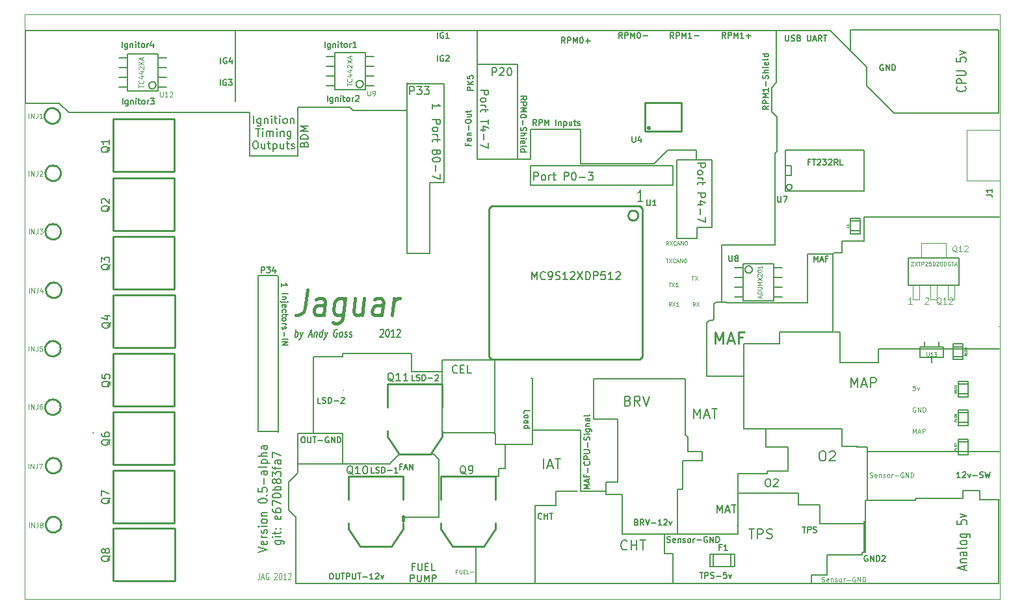
<source format=gto>
G04 (created by PCBNEW-RS274X (2010-03-14)-final) date Mon 08 Apr 2013 04:17:26 PM EDT*
G01*
G70*
G90*
%MOIN*%
G04 Gerber Fmt 3.4, Leading zero omitted, Abs format*
%FSLAX34Y34*%
G04 APERTURE LIST*
%ADD10C,0.002000*%
%ADD11C,0.007000*%
%ADD12C,0.005000*%
%ADD13C,0.008300*%
%ADD14C,0.003300*%
%ADD15C,0.006700*%
%ADD16C,0.004200*%
%ADD17C,0.018300*%
%ADD18C,0.010000*%
%ADD19C,0.005800*%
%ADD20C,0.015000*%
%ADD21C,0.006000*%
%ADD22C,0.001000*%
%ADD23C,0.002600*%
%ADD24C,0.008000*%
%ADD25C,0.003700*%
%ADD26C,0.003500*%
%ADD27C,0.003000*%
%ADD28C,0.004000*%
G04 APERTURE END LIST*
G54D10*
G54D11*
X63701Y-19480D02*
X63728Y-19480D01*
X56815Y-19480D02*
X57098Y-19480D01*
X56815Y-20709D02*
X56815Y-19480D01*
X55673Y-20709D02*
X56815Y-20709D01*
X55673Y-21315D02*
X55673Y-20709D01*
X55642Y-21315D02*
X55673Y-21315D01*
X55275Y-21315D02*
X55642Y-21315D01*
X55212Y-21378D02*
X55275Y-21315D01*
X55212Y-21378D02*
X53905Y-21378D01*
X55212Y-24142D02*
X55212Y-21382D01*
X63736Y-31512D02*
X56964Y-31512D01*
X63728Y-26248D02*
X63728Y-26252D01*
X57539Y-26248D02*
X63728Y-26248D01*
X57539Y-26929D02*
X57539Y-26248D01*
X55571Y-26929D02*
X57539Y-26929D01*
X55571Y-26575D02*
X55571Y-26929D01*
X57894Y-26248D02*
X57563Y-26248D01*
X57901Y-26248D02*
X63728Y-26248D01*
X55571Y-25374D02*
X55256Y-25374D01*
X55571Y-26575D02*
X55571Y-25374D01*
X56433Y-31216D02*
X56433Y-31276D01*
X55677Y-30335D02*
X55677Y-30339D01*
X51972Y-30335D02*
X55677Y-30335D01*
X51791Y-30335D02*
X51783Y-30343D01*
X51964Y-30335D02*
X51791Y-30335D01*
X55677Y-31220D02*
X56433Y-31220D01*
X55677Y-30854D02*
X55677Y-31220D01*
X55677Y-30854D02*
X55677Y-30339D01*
X24567Y-13161D02*
X24567Y-13535D01*
G54D12*
X61734Y-32845D02*
X61562Y-32845D01*
X61648Y-32845D02*
X61648Y-32545D01*
X61619Y-32588D01*
X61591Y-32617D01*
X61562Y-32631D01*
X61848Y-32574D02*
X61862Y-32560D01*
X61891Y-32545D01*
X61962Y-32545D01*
X61991Y-32560D01*
X62005Y-32574D01*
X62020Y-32603D01*
X62020Y-32631D01*
X62005Y-32674D01*
X61834Y-32845D01*
X62020Y-32845D01*
X62120Y-32645D02*
X62191Y-32845D01*
X62263Y-32645D01*
X62377Y-32731D02*
X62606Y-32731D01*
X62734Y-32831D02*
X62777Y-32845D01*
X62848Y-32845D01*
X62877Y-32831D01*
X62891Y-32817D01*
X62906Y-32788D01*
X62906Y-32760D01*
X62891Y-32731D01*
X62877Y-32717D01*
X62848Y-32703D01*
X62791Y-32688D01*
X62763Y-32674D01*
X62748Y-32660D01*
X62734Y-32631D01*
X62734Y-32603D01*
X62748Y-32574D01*
X62763Y-32560D01*
X62791Y-32545D01*
X62863Y-32545D01*
X62906Y-32560D01*
X63006Y-32545D02*
X63077Y-32845D01*
X63134Y-32631D01*
X63192Y-32845D01*
X63263Y-32545D01*
G54D11*
X42929Y-27866D02*
X42925Y-27866D01*
X42929Y-27779D02*
X42929Y-27866D01*
X47626Y-27779D02*
X42929Y-27779D01*
X47630Y-27779D02*
X47618Y-27779D01*
X47630Y-30642D02*
X47630Y-27779D01*
X47631Y-30642D02*
X47634Y-30645D01*
X47768Y-30779D02*
X47631Y-30642D01*
X47768Y-31488D02*
X47768Y-30779D01*
X48520Y-31488D02*
X47768Y-31488D01*
X48520Y-31972D02*
X48520Y-31488D01*
X47500Y-32138D02*
X47512Y-32138D01*
X47500Y-31972D02*
X47500Y-32138D01*
X48516Y-31972D02*
X47500Y-31972D01*
G54D12*
X42743Y-33416D02*
X42443Y-33416D01*
X42658Y-33316D01*
X42443Y-33216D01*
X42743Y-33216D01*
X42658Y-33087D02*
X42658Y-32944D01*
X42743Y-33115D02*
X42443Y-33015D01*
X42743Y-32915D01*
X42586Y-32716D02*
X42586Y-32816D01*
X42743Y-32816D02*
X42443Y-32816D01*
X42443Y-32673D01*
X42629Y-32559D02*
X42629Y-32330D01*
X42715Y-32016D02*
X42729Y-32030D01*
X42743Y-32073D01*
X42743Y-32102D01*
X42729Y-32145D01*
X42701Y-32173D01*
X42672Y-32188D01*
X42615Y-32202D01*
X42572Y-32202D01*
X42515Y-32188D01*
X42486Y-32173D01*
X42458Y-32145D01*
X42443Y-32102D01*
X42443Y-32073D01*
X42458Y-32030D01*
X42472Y-32016D01*
X42743Y-31888D02*
X42443Y-31888D01*
X42443Y-31773D01*
X42458Y-31745D01*
X42472Y-31730D01*
X42501Y-31716D01*
X42543Y-31716D01*
X42572Y-31730D01*
X42586Y-31745D01*
X42601Y-31773D01*
X42601Y-31888D01*
X42443Y-31588D02*
X42686Y-31588D01*
X42715Y-31573D01*
X42729Y-31559D01*
X42743Y-31530D01*
X42743Y-31473D01*
X42729Y-31445D01*
X42715Y-31430D01*
X42686Y-31416D01*
X42443Y-31416D01*
X42629Y-31274D02*
X42629Y-31045D01*
X42729Y-30917D02*
X42743Y-30874D01*
X42743Y-30803D01*
X42729Y-30774D01*
X42715Y-30760D01*
X42686Y-30745D01*
X42658Y-30745D01*
X42629Y-30760D01*
X42615Y-30774D01*
X42601Y-30803D01*
X42586Y-30860D01*
X42572Y-30888D01*
X42558Y-30903D01*
X42529Y-30917D01*
X42501Y-30917D01*
X42472Y-30903D01*
X42458Y-30888D01*
X42443Y-30860D01*
X42443Y-30788D01*
X42458Y-30745D01*
X42743Y-30617D02*
X42543Y-30617D01*
X42443Y-30617D02*
X42458Y-30631D01*
X42472Y-30617D01*
X42458Y-30602D01*
X42443Y-30617D01*
X42472Y-30617D01*
X42543Y-30345D02*
X42786Y-30345D01*
X42815Y-30359D01*
X42829Y-30374D01*
X42843Y-30402D01*
X42843Y-30445D01*
X42829Y-30474D01*
X42729Y-30345D02*
X42743Y-30374D01*
X42743Y-30431D01*
X42729Y-30459D01*
X42715Y-30474D01*
X42686Y-30488D01*
X42601Y-30488D01*
X42572Y-30474D01*
X42558Y-30459D01*
X42543Y-30431D01*
X42543Y-30374D01*
X42558Y-30345D01*
X42543Y-30203D02*
X42743Y-30203D01*
X42572Y-30203D02*
X42558Y-30188D01*
X42543Y-30160D01*
X42543Y-30117D01*
X42558Y-30088D01*
X42586Y-30074D01*
X42743Y-30074D01*
X42743Y-29803D02*
X42586Y-29803D01*
X42558Y-29817D01*
X42543Y-29846D01*
X42543Y-29903D01*
X42558Y-29932D01*
X42729Y-29803D02*
X42743Y-29832D01*
X42743Y-29903D01*
X42729Y-29932D01*
X42701Y-29946D01*
X42672Y-29946D01*
X42643Y-29932D01*
X42629Y-29903D01*
X42629Y-29832D01*
X42615Y-29803D01*
X42743Y-29618D02*
X42729Y-29646D01*
X42701Y-29661D01*
X42443Y-29661D01*
G54D11*
X13807Y-09902D02*
X13823Y-09902D01*
X13807Y-13622D02*
X13807Y-09902D01*
X53909Y-25358D02*
X52476Y-25358D01*
X52039Y-25968D02*
X52043Y-25968D01*
X52476Y-25968D02*
X52039Y-25968D01*
X52476Y-25354D02*
X52476Y-25968D01*
X52063Y-25968D02*
X52059Y-25968D01*
X38409Y-31142D02*
X38401Y-31142D01*
X38409Y-32382D02*
X38409Y-31142D01*
X38079Y-32382D02*
X38409Y-32382D01*
X38079Y-32768D02*
X38079Y-32382D01*
X37925Y-32768D02*
X38079Y-32768D01*
G54D13*
X44648Y-36505D02*
X44624Y-36529D01*
X44553Y-36552D01*
X44505Y-36552D01*
X44433Y-36529D01*
X44386Y-36481D01*
X44362Y-36433D01*
X44338Y-36338D01*
X44338Y-36267D01*
X44362Y-36171D01*
X44386Y-36124D01*
X44433Y-36076D01*
X44505Y-36052D01*
X44553Y-36052D01*
X44624Y-36076D01*
X44648Y-36100D01*
X44862Y-36552D02*
X44862Y-36052D01*
X44862Y-36290D02*
X45148Y-36290D01*
X45148Y-36552D02*
X45148Y-36052D01*
X45315Y-36052D02*
X45600Y-36052D01*
X45457Y-36552D02*
X45457Y-36052D01*
X44694Y-28893D02*
X44765Y-28917D01*
X44789Y-28941D01*
X44813Y-28989D01*
X44813Y-29060D01*
X44789Y-29108D01*
X44765Y-29132D01*
X44718Y-29155D01*
X44527Y-29155D01*
X44527Y-28655D01*
X44694Y-28655D01*
X44741Y-28679D01*
X44765Y-28703D01*
X44789Y-28751D01*
X44789Y-28798D01*
X44765Y-28846D01*
X44741Y-28870D01*
X44694Y-28893D01*
X44527Y-28893D01*
X45313Y-29155D02*
X45146Y-28917D01*
X45027Y-29155D02*
X45027Y-28655D01*
X45218Y-28655D01*
X45265Y-28679D01*
X45289Y-28703D01*
X45313Y-28751D01*
X45313Y-28822D01*
X45289Y-28870D01*
X45265Y-28893D01*
X45218Y-28917D01*
X45027Y-28917D01*
X45456Y-28655D02*
X45622Y-29155D01*
X45789Y-28655D01*
X48071Y-29792D02*
X48071Y-29292D01*
X48238Y-29650D01*
X48404Y-29292D01*
X48404Y-29792D01*
X48618Y-29650D02*
X48856Y-29650D01*
X48571Y-29792D02*
X48737Y-29292D01*
X48904Y-29792D01*
X49000Y-29292D02*
X49285Y-29292D01*
X49142Y-29792D02*
X49142Y-29292D01*
X54631Y-31478D02*
X54727Y-31478D01*
X54774Y-31502D01*
X54822Y-31550D01*
X54846Y-31645D01*
X54846Y-31812D01*
X54822Y-31907D01*
X54774Y-31955D01*
X54727Y-31978D01*
X54631Y-31978D01*
X54584Y-31955D01*
X54536Y-31907D01*
X54512Y-31812D01*
X54512Y-31645D01*
X54536Y-31550D01*
X54584Y-31502D01*
X54631Y-31478D01*
X55036Y-31526D02*
X55060Y-31502D01*
X55108Y-31478D01*
X55227Y-31478D01*
X55274Y-31502D01*
X55298Y-31526D01*
X55322Y-31574D01*
X55322Y-31621D01*
X55298Y-31693D01*
X55012Y-31978D01*
X55322Y-31978D01*
G54D12*
X32001Y-25261D02*
X32015Y-25242D01*
X32044Y-25223D01*
X32115Y-25223D01*
X32144Y-25242D01*
X32158Y-25261D01*
X32173Y-25299D01*
X32173Y-25337D01*
X32158Y-25394D01*
X31987Y-25623D01*
X32173Y-25623D01*
X32359Y-25223D02*
X32387Y-25223D01*
X32416Y-25242D01*
X32430Y-25261D01*
X32444Y-25299D01*
X32459Y-25375D01*
X32459Y-25471D01*
X32444Y-25547D01*
X32430Y-25585D01*
X32416Y-25604D01*
X32387Y-25623D01*
X32359Y-25623D01*
X32330Y-25604D01*
X32316Y-25585D01*
X32301Y-25547D01*
X32287Y-25471D01*
X32287Y-25375D01*
X32301Y-25299D01*
X32316Y-25261D01*
X32330Y-25242D01*
X32359Y-25223D01*
X32745Y-25623D02*
X32573Y-25623D01*
X32659Y-25623D02*
X32659Y-25223D01*
X32630Y-25280D01*
X32602Y-25318D01*
X32573Y-25337D01*
X32859Y-25261D02*
X32873Y-25242D01*
X32902Y-25223D01*
X32973Y-25223D01*
X33002Y-25242D01*
X33016Y-25261D01*
X33031Y-25299D01*
X33031Y-25337D01*
X33016Y-25394D01*
X32845Y-25623D01*
X33031Y-25623D01*
G54D11*
X50630Y-30342D02*
X50630Y-30339D01*
X51787Y-30342D02*
X50630Y-30342D01*
X56964Y-34004D02*
X56968Y-34004D01*
X56964Y-31276D02*
X56964Y-34004D01*
X56433Y-31276D02*
X56964Y-31276D01*
X63728Y-25079D02*
X63724Y-25083D01*
X57819Y-19480D02*
X57827Y-19480D01*
X53901Y-22559D02*
X53905Y-22563D01*
G54D14*
X48140Y-24042D02*
X48073Y-23947D01*
X48026Y-24042D02*
X48026Y-23842D01*
X48102Y-23842D01*
X48121Y-23851D01*
X48130Y-23861D01*
X48140Y-23880D01*
X48140Y-23909D01*
X48130Y-23928D01*
X48121Y-23937D01*
X48102Y-23947D01*
X48026Y-23947D01*
X48207Y-23842D02*
X48340Y-24042D01*
X48340Y-23842D02*
X48207Y-24042D01*
X47962Y-22515D02*
X48076Y-22515D01*
X48019Y-22715D02*
X48019Y-22515D01*
X48124Y-22515D02*
X48257Y-22715D01*
X48257Y-22515D02*
X48124Y-22715D01*
X46919Y-24038D02*
X46852Y-23943D01*
X46805Y-24038D02*
X46805Y-23838D01*
X46881Y-23838D01*
X46900Y-23847D01*
X46909Y-23857D01*
X46919Y-23876D01*
X46919Y-23905D01*
X46909Y-23924D01*
X46900Y-23933D01*
X46881Y-23943D01*
X46805Y-23943D01*
X46986Y-23838D02*
X47119Y-24038D01*
X47119Y-23838D02*
X46986Y-24038D01*
X47299Y-24038D02*
X47185Y-24038D01*
X47242Y-24038D02*
X47242Y-23838D01*
X47223Y-23867D01*
X47204Y-23886D01*
X47185Y-23895D01*
X46788Y-22842D02*
X46902Y-22842D01*
X46845Y-23042D02*
X46845Y-22842D01*
X46950Y-22842D02*
X47083Y-23042D01*
X47083Y-22842D02*
X46950Y-23042D01*
X47263Y-23042D02*
X47149Y-23042D01*
X47206Y-23042D02*
X47206Y-22842D01*
X47187Y-22871D01*
X47168Y-22890D01*
X47149Y-22899D01*
X46640Y-21609D02*
X46754Y-21609D01*
X46697Y-21809D02*
X46697Y-21609D01*
X46802Y-21609D02*
X46935Y-21809D01*
X46935Y-21609D02*
X46802Y-21809D01*
X47125Y-21790D02*
X47115Y-21799D01*
X47087Y-21809D01*
X47068Y-21809D01*
X47039Y-21799D01*
X47020Y-21780D01*
X47011Y-21761D01*
X47001Y-21723D01*
X47001Y-21695D01*
X47011Y-21657D01*
X47020Y-21638D01*
X47039Y-21618D01*
X47068Y-21609D01*
X47087Y-21609D01*
X47115Y-21618D01*
X47125Y-21628D01*
X47201Y-21752D02*
X47296Y-21752D01*
X47182Y-21809D02*
X47249Y-21609D01*
X47315Y-21809D01*
X47382Y-21809D02*
X47382Y-21609D01*
X47496Y-21809D01*
X47496Y-21609D01*
X47630Y-21609D02*
X47649Y-21609D01*
X47668Y-21618D01*
X47677Y-21628D01*
X47687Y-21647D01*
X47696Y-21685D01*
X47696Y-21733D01*
X47687Y-21771D01*
X47677Y-21790D01*
X47668Y-21799D01*
X47649Y-21809D01*
X47630Y-21809D01*
X47611Y-21799D01*
X47601Y-21790D01*
X47592Y-21771D01*
X47582Y-21733D01*
X47582Y-21685D01*
X47592Y-21647D01*
X47601Y-21628D01*
X47611Y-21618D01*
X47630Y-21609D01*
X46771Y-20908D02*
X46704Y-20813D01*
X46657Y-20908D02*
X46657Y-20708D01*
X46733Y-20708D01*
X46752Y-20717D01*
X46761Y-20727D01*
X46771Y-20746D01*
X46771Y-20775D01*
X46761Y-20794D01*
X46752Y-20803D01*
X46733Y-20813D01*
X46657Y-20813D01*
X46838Y-20708D02*
X46971Y-20908D01*
X46971Y-20708D02*
X46838Y-20908D01*
X47161Y-20889D02*
X47151Y-20898D01*
X47123Y-20908D01*
X47104Y-20908D01*
X47075Y-20898D01*
X47056Y-20879D01*
X47047Y-20860D01*
X47037Y-20822D01*
X47037Y-20794D01*
X47047Y-20756D01*
X47056Y-20737D01*
X47075Y-20717D01*
X47104Y-20708D01*
X47123Y-20708D01*
X47151Y-20717D01*
X47161Y-20727D01*
X47237Y-20851D02*
X47332Y-20851D01*
X47218Y-20908D02*
X47285Y-20708D01*
X47351Y-20908D01*
X47418Y-20908D02*
X47418Y-20708D01*
X47532Y-20908D01*
X47532Y-20708D01*
X47666Y-20708D02*
X47685Y-20708D01*
X47704Y-20717D01*
X47713Y-20727D01*
X47723Y-20746D01*
X47732Y-20784D01*
X47732Y-20832D01*
X47723Y-20870D01*
X47713Y-20889D01*
X47704Y-20898D01*
X47685Y-20908D01*
X47666Y-20908D01*
X47647Y-20898D01*
X47637Y-20889D01*
X47628Y-20870D01*
X47618Y-20832D01*
X47618Y-20784D01*
X47628Y-20746D01*
X47637Y-20727D01*
X47647Y-20717D01*
X47666Y-20708D01*
G54D11*
X53905Y-21382D02*
X53905Y-21634D01*
X60929Y-19480D02*
X57094Y-19480D01*
X52240Y-20894D02*
X52240Y-20866D01*
X49520Y-20894D02*
X52240Y-20894D01*
G54D12*
X57784Y-11663D02*
X57755Y-11648D01*
X57712Y-11648D01*
X57669Y-11663D01*
X57641Y-11691D01*
X57626Y-11720D01*
X57612Y-11777D01*
X57612Y-11820D01*
X57626Y-11877D01*
X57641Y-11906D01*
X57669Y-11934D01*
X57712Y-11948D01*
X57741Y-11948D01*
X57784Y-11934D01*
X57798Y-11920D01*
X57798Y-11820D01*
X57741Y-11820D01*
X57926Y-11948D02*
X57926Y-11648D01*
X58098Y-11948D01*
X58098Y-11648D01*
X58240Y-11948D02*
X58240Y-11648D01*
X58312Y-11648D01*
X58355Y-11663D01*
X58383Y-11691D01*
X58398Y-11720D01*
X58412Y-11777D01*
X58412Y-11820D01*
X58398Y-11877D01*
X58383Y-11906D01*
X58355Y-11934D01*
X58312Y-11948D01*
X58240Y-11948D01*
G54D11*
X52323Y-16114D02*
X52240Y-16197D01*
X52323Y-14311D02*
X52323Y-16114D01*
X52311Y-14307D02*
X52315Y-14307D01*
X52059Y-14055D02*
X52311Y-14307D01*
X52059Y-12827D02*
X52059Y-14055D01*
X52311Y-12575D02*
X52059Y-12827D01*
X52311Y-09898D02*
X52311Y-12575D01*
G54D12*
X51900Y-13780D02*
X51758Y-13880D01*
X51900Y-13952D02*
X51600Y-13952D01*
X51600Y-13837D01*
X51615Y-13809D01*
X51629Y-13794D01*
X51658Y-13780D01*
X51700Y-13780D01*
X51729Y-13794D01*
X51743Y-13809D01*
X51758Y-13837D01*
X51758Y-13952D01*
X51900Y-13652D02*
X51600Y-13652D01*
X51600Y-13537D01*
X51615Y-13509D01*
X51629Y-13494D01*
X51658Y-13480D01*
X51700Y-13480D01*
X51729Y-13494D01*
X51743Y-13509D01*
X51758Y-13537D01*
X51758Y-13652D01*
X51900Y-13352D02*
X51600Y-13352D01*
X51815Y-13252D01*
X51600Y-13152D01*
X51900Y-13152D01*
X51900Y-12851D02*
X51900Y-13023D01*
X51900Y-12937D02*
X51600Y-12937D01*
X51643Y-12966D01*
X51672Y-12994D01*
X51686Y-13023D01*
X51786Y-12723D02*
X51786Y-12494D01*
X51886Y-12366D02*
X51900Y-12323D01*
X51900Y-12252D01*
X51886Y-12223D01*
X51872Y-12209D01*
X51843Y-12194D01*
X51815Y-12194D01*
X51786Y-12209D01*
X51772Y-12223D01*
X51758Y-12252D01*
X51743Y-12309D01*
X51729Y-12337D01*
X51715Y-12352D01*
X51686Y-12366D01*
X51658Y-12366D01*
X51629Y-12352D01*
X51615Y-12337D01*
X51600Y-12309D01*
X51600Y-12237D01*
X51615Y-12194D01*
X51900Y-12066D02*
X51600Y-12066D01*
X51900Y-11937D02*
X51743Y-11937D01*
X51715Y-11951D01*
X51700Y-11980D01*
X51700Y-12023D01*
X51715Y-12051D01*
X51729Y-12066D01*
X51900Y-11795D02*
X51700Y-11795D01*
X51600Y-11795D02*
X51615Y-11809D01*
X51629Y-11795D01*
X51615Y-11780D01*
X51600Y-11795D01*
X51629Y-11795D01*
X51886Y-11537D02*
X51900Y-11566D01*
X51900Y-11623D01*
X51886Y-11652D01*
X51858Y-11666D01*
X51743Y-11666D01*
X51715Y-11652D01*
X51700Y-11623D01*
X51700Y-11566D01*
X51715Y-11537D01*
X51743Y-11523D01*
X51772Y-11523D01*
X51800Y-11666D01*
X51900Y-11352D02*
X51886Y-11380D01*
X51858Y-11395D01*
X51600Y-11395D01*
X51900Y-11109D02*
X51600Y-11109D01*
X51886Y-11109D02*
X51900Y-11138D01*
X51900Y-11195D01*
X51886Y-11223D01*
X51872Y-11238D01*
X51843Y-11252D01*
X51758Y-11252D01*
X51729Y-11238D01*
X51715Y-11223D01*
X51700Y-11195D01*
X51700Y-11138D01*
X51715Y-11109D01*
X49703Y-10290D02*
X49603Y-10148D01*
X49531Y-10290D02*
X49531Y-09990D01*
X49646Y-09990D01*
X49674Y-10005D01*
X49689Y-10019D01*
X49703Y-10048D01*
X49703Y-10090D01*
X49689Y-10119D01*
X49674Y-10133D01*
X49646Y-10148D01*
X49531Y-10148D01*
X49831Y-10290D02*
X49831Y-09990D01*
X49946Y-09990D01*
X49974Y-10005D01*
X49989Y-10019D01*
X50003Y-10048D01*
X50003Y-10090D01*
X49989Y-10119D01*
X49974Y-10133D01*
X49946Y-10148D01*
X49831Y-10148D01*
X50131Y-10290D02*
X50131Y-09990D01*
X50231Y-10205D01*
X50331Y-09990D01*
X50331Y-10290D01*
X50632Y-10290D02*
X50460Y-10290D01*
X50546Y-10290D02*
X50546Y-09990D01*
X50517Y-10033D01*
X50489Y-10062D01*
X50460Y-10076D01*
X50760Y-10176D02*
X50989Y-10176D01*
X50875Y-10290D02*
X50875Y-10062D01*
X47041Y-10298D02*
X46941Y-10156D01*
X46869Y-10298D02*
X46869Y-09998D01*
X46984Y-09998D01*
X47012Y-10013D01*
X47027Y-10027D01*
X47041Y-10056D01*
X47041Y-10098D01*
X47027Y-10127D01*
X47012Y-10141D01*
X46984Y-10156D01*
X46869Y-10156D01*
X47169Y-10298D02*
X47169Y-09998D01*
X47284Y-09998D01*
X47312Y-10013D01*
X47327Y-10027D01*
X47341Y-10056D01*
X47341Y-10098D01*
X47327Y-10127D01*
X47312Y-10141D01*
X47284Y-10156D01*
X47169Y-10156D01*
X47469Y-10298D02*
X47469Y-09998D01*
X47569Y-10213D01*
X47669Y-09998D01*
X47669Y-10298D01*
X47970Y-10298D02*
X47798Y-10298D01*
X47884Y-10298D02*
X47884Y-09998D01*
X47855Y-10041D01*
X47827Y-10070D01*
X47798Y-10084D01*
X48098Y-10184D02*
X48327Y-10184D01*
X44411Y-10290D02*
X44311Y-10148D01*
X44239Y-10290D02*
X44239Y-09990D01*
X44354Y-09990D01*
X44382Y-10005D01*
X44397Y-10019D01*
X44411Y-10048D01*
X44411Y-10090D01*
X44397Y-10119D01*
X44382Y-10133D01*
X44354Y-10148D01*
X44239Y-10148D01*
X44539Y-10290D02*
X44539Y-09990D01*
X44654Y-09990D01*
X44682Y-10005D01*
X44697Y-10019D01*
X44711Y-10048D01*
X44711Y-10090D01*
X44697Y-10119D01*
X44682Y-10133D01*
X44654Y-10148D01*
X44539Y-10148D01*
X44839Y-10290D02*
X44839Y-09990D01*
X44939Y-10205D01*
X45039Y-09990D01*
X45039Y-10290D01*
X45240Y-09990D02*
X45268Y-09990D01*
X45297Y-10005D01*
X45311Y-10019D01*
X45325Y-10048D01*
X45340Y-10105D01*
X45340Y-10176D01*
X45325Y-10233D01*
X45311Y-10262D01*
X45297Y-10276D01*
X45268Y-10290D01*
X45240Y-10290D01*
X45211Y-10276D01*
X45197Y-10262D01*
X45182Y-10233D01*
X45168Y-10176D01*
X45168Y-10105D01*
X45182Y-10048D01*
X45197Y-10019D01*
X45211Y-10005D01*
X45240Y-09990D01*
X45468Y-10176D02*
X45697Y-10176D01*
X41470Y-10546D02*
X41370Y-10404D01*
X41298Y-10546D02*
X41298Y-10246D01*
X41413Y-10246D01*
X41441Y-10261D01*
X41456Y-10275D01*
X41470Y-10304D01*
X41470Y-10346D01*
X41456Y-10375D01*
X41441Y-10389D01*
X41413Y-10404D01*
X41298Y-10404D01*
X41598Y-10546D02*
X41598Y-10246D01*
X41713Y-10246D01*
X41741Y-10261D01*
X41756Y-10275D01*
X41770Y-10304D01*
X41770Y-10346D01*
X41756Y-10375D01*
X41741Y-10389D01*
X41713Y-10404D01*
X41598Y-10404D01*
X41898Y-10546D02*
X41898Y-10246D01*
X41998Y-10461D01*
X42098Y-10246D01*
X42098Y-10546D01*
X42299Y-10246D02*
X42327Y-10246D01*
X42356Y-10261D01*
X42370Y-10275D01*
X42384Y-10304D01*
X42399Y-10361D01*
X42399Y-10432D01*
X42384Y-10489D01*
X42370Y-10518D01*
X42356Y-10532D01*
X42327Y-10546D01*
X42299Y-10546D01*
X42270Y-10532D01*
X42256Y-10518D01*
X42241Y-10489D01*
X42227Y-10432D01*
X42227Y-10361D01*
X42241Y-10304D01*
X42256Y-10275D01*
X42270Y-10261D01*
X42299Y-10246D01*
X42527Y-10432D02*
X42756Y-10432D01*
X42642Y-10546D02*
X42642Y-10318D01*
X39190Y-13456D02*
X39332Y-13356D01*
X39190Y-13284D02*
X39490Y-13284D01*
X39490Y-13399D01*
X39475Y-13427D01*
X39461Y-13442D01*
X39432Y-13456D01*
X39390Y-13456D01*
X39361Y-13442D01*
X39347Y-13427D01*
X39332Y-13399D01*
X39332Y-13284D01*
X39190Y-13584D02*
X39490Y-13584D01*
X39490Y-13699D01*
X39475Y-13727D01*
X39461Y-13742D01*
X39432Y-13756D01*
X39390Y-13756D01*
X39361Y-13742D01*
X39347Y-13727D01*
X39332Y-13699D01*
X39332Y-13584D01*
X39190Y-13884D02*
X39490Y-13884D01*
X39275Y-13984D01*
X39490Y-14084D01*
X39190Y-14084D01*
X39490Y-14285D02*
X39490Y-14313D01*
X39475Y-14342D01*
X39461Y-14356D01*
X39432Y-14370D01*
X39375Y-14385D01*
X39304Y-14385D01*
X39247Y-14370D01*
X39218Y-14356D01*
X39204Y-14342D01*
X39190Y-14313D01*
X39190Y-14285D01*
X39204Y-14256D01*
X39218Y-14242D01*
X39247Y-14227D01*
X39304Y-14213D01*
X39375Y-14213D01*
X39432Y-14227D01*
X39461Y-14242D01*
X39475Y-14256D01*
X39490Y-14285D01*
X39304Y-14513D02*
X39304Y-14742D01*
X39204Y-14870D02*
X39190Y-14913D01*
X39190Y-14984D01*
X39204Y-15013D01*
X39218Y-15027D01*
X39247Y-15042D01*
X39275Y-15042D01*
X39304Y-15027D01*
X39318Y-15013D01*
X39332Y-14984D01*
X39347Y-14927D01*
X39361Y-14899D01*
X39375Y-14884D01*
X39404Y-14870D01*
X39432Y-14870D01*
X39461Y-14884D01*
X39475Y-14899D01*
X39490Y-14927D01*
X39490Y-14999D01*
X39475Y-15042D01*
X39190Y-15170D02*
X39490Y-15170D01*
X39190Y-15299D02*
X39347Y-15299D01*
X39375Y-15285D01*
X39390Y-15256D01*
X39390Y-15213D01*
X39375Y-15185D01*
X39361Y-15170D01*
X39190Y-15441D02*
X39390Y-15441D01*
X39490Y-15441D02*
X39475Y-15427D01*
X39461Y-15441D01*
X39475Y-15456D01*
X39490Y-15441D01*
X39461Y-15441D01*
X39204Y-15699D02*
X39190Y-15670D01*
X39190Y-15613D01*
X39204Y-15584D01*
X39232Y-15570D01*
X39347Y-15570D01*
X39375Y-15584D01*
X39390Y-15613D01*
X39390Y-15670D01*
X39375Y-15699D01*
X39347Y-15713D01*
X39318Y-15713D01*
X39290Y-15570D01*
X39190Y-15884D02*
X39204Y-15856D01*
X39232Y-15841D01*
X39490Y-15841D01*
X39190Y-16127D02*
X39490Y-16127D01*
X39204Y-16127D02*
X39190Y-16098D01*
X39190Y-16041D01*
X39204Y-16013D01*
X39218Y-15998D01*
X39247Y-15984D01*
X39332Y-15984D01*
X39361Y-15998D01*
X39375Y-16013D01*
X39390Y-16041D01*
X39390Y-16098D01*
X39375Y-16127D01*
G54D11*
X39031Y-16496D02*
X39035Y-16500D01*
X39709Y-16496D02*
X39031Y-16496D01*
X39709Y-14968D02*
X39709Y-16496D01*
X42279Y-14968D02*
X39709Y-14968D01*
X36961Y-11650D02*
X36961Y-11626D01*
X36961Y-09902D02*
X36961Y-11650D01*
X36961Y-11626D02*
X36961Y-11650D01*
X39039Y-11626D02*
X36961Y-11626D01*
G54D12*
X36755Y-12966D02*
X36455Y-12966D01*
X36455Y-12851D01*
X36470Y-12823D01*
X36484Y-12808D01*
X36513Y-12794D01*
X36555Y-12794D01*
X36584Y-12808D01*
X36598Y-12823D01*
X36613Y-12851D01*
X36613Y-12966D01*
X36755Y-12666D02*
X36455Y-12666D01*
X36755Y-12494D02*
X36584Y-12623D01*
X36455Y-12494D02*
X36627Y-12666D01*
X36455Y-12223D02*
X36455Y-12366D01*
X36598Y-12380D01*
X36584Y-12366D01*
X36570Y-12337D01*
X36570Y-12266D01*
X36584Y-12237D01*
X36598Y-12223D01*
X36627Y-12208D01*
X36698Y-12208D01*
X36727Y-12223D01*
X36741Y-12237D01*
X36755Y-12266D01*
X36755Y-12337D01*
X36741Y-12366D01*
X36727Y-12380D01*
X36499Y-15713D02*
X36499Y-15813D01*
X36656Y-15813D02*
X36356Y-15813D01*
X36356Y-15670D01*
X36656Y-15427D02*
X36499Y-15427D01*
X36471Y-15441D01*
X36456Y-15470D01*
X36456Y-15527D01*
X36471Y-15556D01*
X36642Y-15427D02*
X36656Y-15456D01*
X36656Y-15527D01*
X36642Y-15556D01*
X36614Y-15570D01*
X36585Y-15570D01*
X36556Y-15556D01*
X36542Y-15527D01*
X36542Y-15456D01*
X36528Y-15427D01*
X36456Y-15285D02*
X36656Y-15285D01*
X36485Y-15285D02*
X36471Y-15270D01*
X36456Y-15242D01*
X36456Y-15199D01*
X36471Y-15170D01*
X36499Y-15156D01*
X36656Y-15156D01*
X36542Y-15014D02*
X36542Y-14785D01*
X36356Y-14585D02*
X36356Y-14528D01*
X36371Y-14500D01*
X36399Y-14471D01*
X36456Y-14457D01*
X36556Y-14457D01*
X36614Y-14471D01*
X36642Y-14500D01*
X36656Y-14528D01*
X36656Y-14585D01*
X36642Y-14614D01*
X36614Y-14643D01*
X36556Y-14657D01*
X36456Y-14657D01*
X36399Y-14643D01*
X36371Y-14614D01*
X36356Y-14585D01*
X36456Y-14200D02*
X36656Y-14200D01*
X36456Y-14329D02*
X36614Y-14329D01*
X36642Y-14314D01*
X36656Y-14286D01*
X36656Y-14243D01*
X36642Y-14214D01*
X36628Y-14200D01*
X36456Y-14100D02*
X36456Y-13986D01*
X36356Y-14058D02*
X36614Y-14058D01*
X36642Y-14043D01*
X36656Y-14015D01*
X36656Y-13986D01*
G54D11*
X33378Y-12618D02*
X33425Y-12618D01*
X33378Y-13984D02*
X33378Y-12618D01*
X24571Y-09902D02*
X24571Y-10181D01*
X13811Y-13626D02*
X13811Y-13618D01*
X15532Y-13626D02*
X13811Y-13626D01*
X16024Y-14118D02*
X15532Y-13626D01*
X25295Y-14118D02*
X16024Y-14118D01*
X25295Y-16335D02*
X25295Y-14118D01*
X27768Y-16335D02*
X25295Y-16335D01*
X27768Y-14842D02*
X27768Y-16335D01*
G54D15*
X28094Y-15741D02*
X28113Y-15684D01*
X28132Y-15665D01*
X28171Y-15646D01*
X28228Y-15646D01*
X28266Y-15665D01*
X28285Y-15684D01*
X28304Y-15722D01*
X28304Y-15875D01*
X27904Y-15875D01*
X27904Y-15741D01*
X27923Y-15703D01*
X27942Y-15684D01*
X27980Y-15665D01*
X28018Y-15665D01*
X28056Y-15684D01*
X28075Y-15703D01*
X28094Y-15741D01*
X28094Y-15875D01*
X28304Y-15475D02*
X27904Y-15475D01*
X27904Y-15380D01*
X27923Y-15322D01*
X27961Y-15284D01*
X27999Y-15265D01*
X28075Y-15246D01*
X28132Y-15246D01*
X28209Y-15265D01*
X28247Y-15284D01*
X28285Y-15322D01*
X28304Y-15380D01*
X28304Y-15475D01*
X28304Y-15075D02*
X27904Y-15075D01*
X28190Y-14941D01*
X27904Y-14808D01*
X28304Y-14808D01*
G54D12*
X33766Y-27857D02*
X33623Y-27857D01*
X33623Y-27557D01*
X33852Y-27843D02*
X33895Y-27857D01*
X33966Y-27857D01*
X33995Y-27843D01*
X34009Y-27829D01*
X34024Y-27800D01*
X34024Y-27772D01*
X34009Y-27743D01*
X33995Y-27729D01*
X33966Y-27715D01*
X33909Y-27700D01*
X33881Y-27686D01*
X33866Y-27672D01*
X33852Y-27643D01*
X33852Y-27615D01*
X33866Y-27586D01*
X33881Y-27572D01*
X33909Y-27557D01*
X33981Y-27557D01*
X34024Y-27572D01*
X34152Y-27857D02*
X34152Y-27557D01*
X34224Y-27557D01*
X34267Y-27572D01*
X34295Y-27600D01*
X34310Y-27629D01*
X34324Y-27686D01*
X34324Y-27729D01*
X34310Y-27786D01*
X34295Y-27815D01*
X34267Y-27843D01*
X34224Y-27857D01*
X34152Y-27857D01*
X34452Y-27743D02*
X34681Y-27743D01*
X34809Y-27586D02*
X34823Y-27572D01*
X34852Y-27557D01*
X34923Y-27557D01*
X34952Y-27572D01*
X34966Y-27586D01*
X34981Y-27615D01*
X34981Y-27643D01*
X34966Y-27686D01*
X34795Y-27857D01*
X34981Y-27857D01*
G54D14*
X35951Y-37653D02*
X35885Y-37653D01*
X35885Y-37758D02*
X35885Y-37558D01*
X35980Y-37558D01*
X36056Y-37558D02*
X36056Y-37720D01*
X36065Y-37739D01*
X36075Y-37748D01*
X36094Y-37758D01*
X36132Y-37758D01*
X36151Y-37748D01*
X36160Y-37739D01*
X36170Y-37720D01*
X36170Y-37558D01*
X36266Y-37653D02*
X36332Y-37653D01*
X36361Y-37758D02*
X36266Y-37758D01*
X36266Y-37558D01*
X36361Y-37558D01*
X36542Y-37758D02*
X36447Y-37758D01*
X36447Y-37558D01*
X36609Y-37682D02*
X36761Y-37682D01*
G54D12*
X29469Y-37746D02*
X29526Y-37746D01*
X29554Y-37761D01*
X29583Y-37789D01*
X29597Y-37846D01*
X29597Y-37946D01*
X29583Y-38004D01*
X29554Y-38032D01*
X29526Y-38046D01*
X29469Y-38046D01*
X29440Y-38032D01*
X29411Y-38004D01*
X29397Y-37946D01*
X29397Y-37846D01*
X29411Y-37789D01*
X29440Y-37761D01*
X29469Y-37746D01*
X29725Y-37746D02*
X29725Y-37989D01*
X29740Y-38018D01*
X29754Y-38032D01*
X29783Y-38046D01*
X29840Y-38046D01*
X29868Y-38032D01*
X29883Y-38018D01*
X29897Y-37989D01*
X29897Y-37746D01*
X29997Y-37746D02*
X30168Y-37746D01*
X30082Y-38046D02*
X30082Y-37746D01*
X30268Y-38046D02*
X30268Y-37746D01*
X30383Y-37746D01*
X30411Y-37761D01*
X30426Y-37775D01*
X30440Y-37804D01*
X30440Y-37846D01*
X30426Y-37875D01*
X30411Y-37889D01*
X30383Y-37904D01*
X30268Y-37904D01*
X30568Y-37746D02*
X30568Y-37989D01*
X30583Y-38018D01*
X30597Y-38032D01*
X30626Y-38046D01*
X30683Y-38046D01*
X30711Y-38032D01*
X30726Y-38018D01*
X30740Y-37989D01*
X30740Y-37746D01*
X30840Y-37746D02*
X31011Y-37746D01*
X30925Y-38046D02*
X30925Y-37746D01*
X31111Y-37932D02*
X31340Y-37932D01*
X31640Y-38046D02*
X31468Y-38046D01*
X31554Y-38046D02*
X31554Y-37746D01*
X31525Y-37789D01*
X31497Y-37818D01*
X31468Y-37832D01*
X31754Y-37775D02*
X31768Y-37761D01*
X31797Y-37746D01*
X31868Y-37746D01*
X31897Y-37761D01*
X31911Y-37775D01*
X31926Y-37804D01*
X31926Y-37832D01*
X31911Y-37875D01*
X31740Y-38046D01*
X31926Y-38046D01*
X32026Y-37846D02*
X32097Y-38046D01*
X32169Y-37846D01*
X33092Y-32275D02*
X32992Y-32275D01*
X32992Y-32432D02*
X32992Y-32132D01*
X33135Y-32132D01*
X33235Y-32347D02*
X33378Y-32347D01*
X33207Y-32432D02*
X33307Y-32132D01*
X33407Y-32432D01*
X33506Y-32432D02*
X33506Y-32132D01*
X33678Y-32432D01*
X33678Y-32132D01*
X46705Y-36146D02*
X46748Y-36160D01*
X46819Y-36160D01*
X46848Y-36146D01*
X46862Y-36132D01*
X46877Y-36103D01*
X46877Y-36075D01*
X46862Y-36046D01*
X46848Y-36032D01*
X46819Y-36018D01*
X46762Y-36003D01*
X46734Y-35989D01*
X46719Y-35975D01*
X46705Y-35946D01*
X46705Y-35918D01*
X46719Y-35889D01*
X46734Y-35875D01*
X46762Y-35860D01*
X46834Y-35860D01*
X46877Y-35875D01*
X47120Y-36146D02*
X47091Y-36160D01*
X47034Y-36160D01*
X47005Y-36146D01*
X46991Y-36118D01*
X46991Y-36003D01*
X47005Y-35975D01*
X47034Y-35960D01*
X47091Y-35960D01*
X47120Y-35975D01*
X47134Y-36003D01*
X47134Y-36032D01*
X46991Y-36060D01*
X47262Y-35960D02*
X47262Y-36160D01*
X47262Y-35989D02*
X47277Y-35975D01*
X47305Y-35960D01*
X47348Y-35960D01*
X47377Y-35975D01*
X47391Y-36003D01*
X47391Y-36160D01*
X47519Y-36146D02*
X47548Y-36160D01*
X47605Y-36160D01*
X47633Y-36146D01*
X47648Y-36118D01*
X47648Y-36103D01*
X47633Y-36075D01*
X47605Y-36060D01*
X47562Y-36060D01*
X47533Y-36046D01*
X47519Y-36018D01*
X47519Y-36003D01*
X47533Y-35975D01*
X47562Y-35960D01*
X47605Y-35960D01*
X47633Y-35975D01*
X47819Y-36160D02*
X47791Y-36146D01*
X47776Y-36132D01*
X47762Y-36103D01*
X47762Y-36018D01*
X47776Y-35989D01*
X47791Y-35975D01*
X47819Y-35960D01*
X47862Y-35960D01*
X47891Y-35975D01*
X47905Y-35989D01*
X47919Y-36018D01*
X47919Y-36103D01*
X47905Y-36132D01*
X47891Y-36146D01*
X47862Y-36160D01*
X47819Y-36160D01*
X48047Y-36160D02*
X48047Y-35960D01*
X48047Y-36018D02*
X48062Y-35989D01*
X48076Y-35975D01*
X48105Y-35960D01*
X48133Y-35960D01*
X48233Y-36046D02*
X48462Y-36046D01*
X48762Y-35875D02*
X48733Y-35860D01*
X48690Y-35860D01*
X48647Y-35875D01*
X48619Y-35903D01*
X48604Y-35932D01*
X48590Y-35989D01*
X48590Y-36032D01*
X48604Y-36089D01*
X48619Y-36118D01*
X48647Y-36146D01*
X48690Y-36160D01*
X48719Y-36160D01*
X48762Y-36146D01*
X48776Y-36132D01*
X48776Y-36032D01*
X48719Y-36032D01*
X48904Y-36160D02*
X48904Y-35860D01*
X49076Y-36160D01*
X49076Y-35860D01*
X49218Y-36160D02*
X49218Y-35860D01*
X49290Y-35860D01*
X49333Y-35875D01*
X49361Y-35903D01*
X49376Y-35932D01*
X49390Y-35989D01*
X49390Y-36032D01*
X49376Y-36089D01*
X49361Y-36118D01*
X49333Y-36146D01*
X49290Y-36160D01*
X49218Y-36160D01*
X48376Y-37703D02*
X48547Y-37703D01*
X48461Y-38003D02*
X48461Y-37703D01*
X48647Y-38003D02*
X48647Y-37703D01*
X48762Y-37703D01*
X48790Y-37718D01*
X48805Y-37732D01*
X48819Y-37761D01*
X48819Y-37803D01*
X48805Y-37832D01*
X48790Y-37846D01*
X48762Y-37861D01*
X48647Y-37861D01*
X48933Y-37989D02*
X48976Y-38003D01*
X49047Y-38003D01*
X49076Y-37989D01*
X49090Y-37975D01*
X49105Y-37946D01*
X49105Y-37918D01*
X49090Y-37889D01*
X49076Y-37875D01*
X49047Y-37861D01*
X48990Y-37846D01*
X48962Y-37832D01*
X48947Y-37818D01*
X48933Y-37789D01*
X48933Y-37761D01*
X48947Y-37732D01*
X48962Y-37718D01*
X48990Y-37703D01*
X49062Y-37703D01*
X49105Y-37718D01*
X49233Y-37889D02*
X49462Y-37889D01*
X49747Y-37703D02*
X49604Y-37703D01*
X49590Y-37846D01*
X49604Y-37832D01*
X49633Y-37818D01*
X49704Y-37818D01*
X49733Y-37832D01*
X49747Y-37846D01*
X49762Y-37875D01*
X49762Y-37946D01*
X49747Y-37975D01*
X49733Y-37989D01*
X49704Y-38003D01*
X49633Y-38003D01*
X49604Y-37989D01*
X49590Y-37975D01*
X49862Y-37803D02*
X49933Y-38003D01*
X50005Y-37803D01*
G54D16*
X54638Y-38172D02*
X54673Y-38184D01*
X54733Y-38184D01*
X54757Y-38172D01*
X54769Y-38160D01*
X54780Y-38137D01*
X54780Y-38113D01*
X54769Y-38089D01*
X54757Y-38077D01*
X54733Y-38065D01*
X54685Y-38053D01*
X54661Y-38041D01*
X54650Y-38029D01*
X54638Y-38006D01*
X54638Y-37982D01*
X54650Y-37958D01*
X54661Y-37946D01*
X54685Y-37934D01*
X54745Y-37934D01*
X54780Y-37946D01*
X54983Y-38172D02*
X54959Y-38184D01*
X54911Y-38184D01*
X54888Y-38172D01*
X54876Y-38148D01*
X54876Y-38053D01*
X54888Y-38029D01*
X54911Y-38018D01*
X54959Y-38018D01*
X54983Y-38029D01*
X54995Y-38053D01*
X54995Y-38077D01*
X54876Y-38101D01*
X55102Y-38018D02*
X55102Y-38184D01*
X55102Y-38041D02*
X55113Y-38029D01*
X55137Y-38018D01*
X55173Y-38018D01*
X55197Y-38029D01*
X55209Y-38053D01*
X55209Y-38184D01*
X55316Y-38172D02*
X55339Y-38184D01*
X55387Y-38184D01*
X55411Y-38172D01*
X55423Y-38148D01*
X55423Y-38137D01*
X55411Y-38113D01*
X55387Y-38101D01*
X55351Y-38101D01*
X55328Y-38089D01*
X55316Y-38065D01*
X55316Y-38053D01*
X55328Y-38029D01*
X55351Y-38018D01*
X55387Y-38018D01*
X55411Y-38029D01*
X55565Y-38184D02*
X55541Y-38172D01*
X55530Y-38160D01*
X55518Y-38137D01*
X55518Y-38065D01*
X55530Y-38041D01*
X55541Y-38029D01*
X55565Y-38018D01*
X55601Y-38018D01*
X55625Y-38029D01*
X55637Y-38041D01*
X55649Y-38065D01*
X55649Y-38137D01*
X55637Y-38160D01*
X55625Y-38172D01*
X55601Y-38184D01*
X55565Y-38184D01*
X55756Y-38184D02*
X55756Y-38018D01*
X55756Y-38065D02*
X55767Y-38041D01*
X55779Y-38029D01*
X55803Y-38018D01*
X55827Y-38018D01*
X55911Y-38089D02*
X56101Y-38089D01*
X56351Y-37946D02*
X56328Y-37934D01*
X56292Y-37934D01*
X56256Y-37946D01*
X56232Y-37970D01*
X56221Y-37994D01*
X56209Y-38041D01*
X56209Y-38077D01*
X56221Y-38125D01*
X56232Y-38148D01*
X56256Y-38172D01*
X56292Y-38184D01*
X56316Y-38184D01*
X56351Y-38172D01*
X56363Y-38160D01*
X56363Y-38077D01*
X56316Y-38077D01*
X56471Y-38184D02*
X56471Y-37934D01*
X56613Y-38184D01*
X56613Y-37934D01*
X56733Y-38184D02*
X56733Y-37934D01*
X56792Y-37934D01*
X56828Y-37946D01*
X56852Y-37970D01*
X56863Y-37994D01*
X56875Y-38041D01*
X56875Y-38077D01*
X56863Y-38125D01*
X56852Y-38148D01*
X56828Y-38172D01*
X56792Y-38184D01*
X56733Y-38184D01*
G54D12*
X56987Y-36844D02*
X56958Y-36829D01*
X56915Y-36829D01*
X56872Y-36844D01*
X56844Y-36872D01*
X56829Y-36901D01*
X56815Y-36958D01*
X56815Y-37001D01*
X56829Y-37058D01*
X56844Y-37087D01*
X56872Y-37115D01*
X56915Y-37129D01*
X56944Y-37129D01*
X56987Y-37115D01*
X57001Y-37101D01*
X57001Y-37001D01*
X56944Y-37001D01*
X57129Y-37129D02*
X57129Y-36829D01*
X57301Y-37129D01*
X57301Y-36829D01*
X57443Y-37129D02*
X57443Y-36829D01*
X57515Y-36829D01*
X57558Y-36844D01*
X57586Y-36872D01*
X57601Y-36901D01*
X57615Y-36958D01*
X57615Y-37001D01*
X57601Y-37058D01*
X57586Y-37087D01*
X57558Y-37115D01*
X57515Y-37129D01*
X57443Y-37129D01*
X57729Y-36858D02*
X57743Y-36844D01*
X57772Y-36829D01*
X57843Y-36829D01*
X57872Y-36844D01*
X57886Y-36858D01*
X57901Y-36887D01*
X57901Y-36915D01*
X57886Y-36958D01*
X57715Y-37129D01*
X57901Y-37129D01*
X53646Y-35356D02*
X53817Y-35356D01*
X53731Y-35656D02*
X53731Y-35356D01*
X53917Y-35656D02*
X53917Y-35356D01*
X54032Y-35356D01*
X54060Y-35371D01*
X54075Y-35385D01*
X54089Y-35414D01*
X54089Y-35456D01*
X54075Y-35485D01*
X54060Y-35499D01*
X54032Y-35514D01*
X53917Y-35514D01*
X54203Y-35642D02*
X54246Y-35656D01*
X54317Y-35656D01*
X54346Y-35642D01*
X54360Y-35628D01*
X54375Y-35599D01*
X54375Y-35571D01*
X54360Y-35542D01*
X54346Y-35528D01*
X54317Y-35514D01*
X54260Y-35499D01*
X54232Y-35485D01*
X54217Y-35471D01*
X54203Y-35442D01*
X54203Y-35414D01*
X54217Y-35385D01*
X54232Y-35371D01*
X54260Y-35356D01*
X54332Y-35356D01*
X54375Y-35371D01*
G54D16*
X57102Y-32817D02*
X57137Y-32829D01*
X57197Y-32829D01*
X57221Y-32817D01*
X57233Y-32805D01*
X57244Y-32782D01*
X57244Y-32758D01*
X57233Y-32734D01*
X57221Y-32722D01*
X57197Y-32710D01*
X57149Y-32698D01*
X57125Y-32686D01*
X57114Y-32674D01*
X57102Y-32651D01*
X57102Y-32627D01*
X57114Y-32603D01*
X57125Y-32591D01*
X57149Y-32579D01*
X57209Y-32579D01*
X57244Y-32591D01*
X57447Y-32817D02*
X57423Y-32829D01*
X57375Y-32829D01*
X57352Y-32817D01*
X57340Y-32793D01*
X57340Y-32698D01*
X57352Y-32674D01*
X57375Y-32663D01*
X57423Y-32663D01*
X57447Y-32674D01*
X57459Y-32698D01*
X57459Y-32722D01*
X57340Y-32746D01*
X57566Y-32663D02*
X57566Y-32829D01*
X57566Y-32686D02*
X57577Y-32674D01*
X57601Y-32663D01*
X57637Y-32663D01*
X57661Y-32674D01*
X57673Y-32698D01*
X57673Y-32829D01*
X57780Y-32817D02*
X57803Y-32829D01*
X57851Y-32829D01*
X57875Y-32817D01*
X57887Y-32793D01*
X57887Y-32782D01*
X57875Y-32758D01*
X57851Y-32746D01*
X57815Y-32746D01*
X57792Y-32734D01*
X57780Y-32710D01*
X57780Y-32698D01*
X57792Y-32674D01*
X57815Y-32663D01*
X57851Y-32663D01*
X57875Y-32674D01*
X58029Y-32829D02*
X58005Y-32817D01*
X57994Y-32805D01*
X57982Y-32782D01*
X57982Y-32710D01*
X57994Y-32686D01*
X58005Y-32674D01*
X58029Y-32663D01*
X58065Y-32663D01*
X58089Y-32674D01*
X58101Y-32686D01*
X58113Y-32710D01*
X58113Y-32782D01*
X58101Y-32805D01*
X58089Y-32817D01*
X58065Y-32829D01*
X58029Y-32829D01*
X58220Y-32829D02*
X58220Y-32663D01*
X58220Y-32710D02*
X58231Y-32686D01*
X58243Y-32674D01*
X58267Y-32663D01*
X58291Y-32663D01*
X58375Y-32734D02*
X58565Y-32734D01*
X58815Y-32591D02*
X58792Y-32579D01*
X58756Y-32579D01*
X58720Y-32591D01*
X58696Y-32615D01*
X58685Y-32639D01*
X58673Y-32686D01*
X58673Y-32722D01*
X58685Y-32770D01*
X58696Y-32793D01*
X58720Y-32817D01*
X58756Y-32829D01*
X58780Y-32829D01*
X58815Y-32817D01*
X58827Y-32805D01*
X58827Y-32722D01*
X58780Y-32722D01*
X58935Y-32829D02*
X58935Y-32579D01*
X59077Y-32829D01*
X59077Y-32579D01*
X59197Y-32829D02*
X59197Y-32579D01*
X59256Y-32579D01*
X59292Y-32591D01*
X59316Y-32615D01*
X59327Y-32639D01*
X59339Y-32686D01*
X59339Y-32722D01*
X59327Y-32770D01*
X59316Y-32793D01*
X59292Y-32817D01*
X59256Y-32829D01*
X59197Y-32829D01*
G54D12*
X54230Y-21763D02*
X54230Y-21463D01*
X54330Y-21678D01*
X54430Y-21463D01*
X54430Y-21763D01*
X54559Y-21678D02*
X54702Y-21678D01*
X54531Y-21763D02*
X54631Y-21463D01*
X54731Y-21763D01*
X54930Y-21606D02*
X54830Y-21606D01*
X54830Y-21763D02*
X54830Y-21463D01*
X54973Y-21463D01*
G54D16*
X25804Y-37721D02*
X25804Y-37971D01*
X25792Y-38021D01*
X25768Y-38054D01*
X25733Y-38071D01*
X25709Y-38071D01*
X25911Y-37971D02*
X26030Y-37971D01*
X25887Y-38071D02*
X25970Y-37721D01*
X26053Y-38071D01*
X26267Y-37737D02*
X26244Y-37721D01*
X26208Y-37721D01*
X26172Y-37737D01*
X26148Y-37771D01*
X26137Y-37804D01*
X26125Y-37871D01*
X26125Y-37921D01*
X26137Y-37987D01*
X26148Y-38021D01*
X26172Y-38054D01*
X26208Y-38071D01*
X26232Y-38071D01*
X26267Y-38054D01*
X26279Y-38037D01*
X26279Y-37921D01*
X26232Y-37921D01*
X26565Y-37754D02*
X26577Y-37737D01*
X26600Y-37721D01*
X26660Y-37721D01*
X26684Y-37737D01*
X26696Y-37754D01*
X26707Y-37787D01*
X26707Y-37821D01*
X26696Y-37871D01*
X26553Y-38071D01*
X26707Y-38071D01*
X26862Y-37721D02*
X26886Y-37721D01*
X26910Y-37737D01*
X26922Y-37754D01*
X26934Y-37787D01*
X26945Y-37854D01*
X26945Y-37937D01*
X26934Y-38004D01*
X26922Y-38037D01*
X26910Y-38054D01*
X26886Y-38071D01*
X26862Y-38071D01*
X26838Y-38054D01*
X26826Y-38037D01*
X26815Y-38004D01*
X26803Y-37937D01*
X26803Y-37854D01*
X26815Y-37787D01*
X26826Y-37754D01*
X26838Y-37737D01*
X26862Y-37721D01*
X27183Y-38071D02*
X27041Y-38071D01*
X27112Y-38071D02*
X27112Y-37721D01*
X27088Y-37771D01*
X27064Y-37804D01*
X27041Y-37821D01*
X27279Y-37754D02*
X27291Y-37737D01*
X27314Y-37721D01*
X27374Y-37721D01*
X27398Y-37737D01*
X27410Y-37754D01*
X27421Y-37787D01*
X27421Y-37821D01*
X27410Y-37871D01*
X27267Y-38071D01*
X27421Y-38071D01*
G54D12*
X27623Y-25623D02*
X27673Y-25223D01*
X27654Y-25375D02*
X27685Y-25356D01*
X27742Y-25356D01*
X27769Y-25375D01*
X27780Y-25394D01*
X27790Y-25432D01*
X27775Y-25547D01*
X27757Y-25585D01*
X27740Y-25604D01*
X27709Y-25623D01*
X27652Y-25623D01*
X27625Y-25604D01*
X27899Y-25356D02*
X27937Y-25623D01*
X28042Y-25356D02*
X27937Y-25623D01*
X27897Y-25718D01*
X27879Y-25737D01*
X27849Y-25756D01*
X28352Y-25509D02*
X28495Y-25509D01*
X28310Y-25623D02*
X28460Y-25223D01*
X28510Y-25623D01*
X28642Y-25356D02*
X28609Y-25623D01*
X28637Y-25394D02*
X28655Y-25375D01*
X28685Y-25356D01*
X28728Y-25356D01*
X28755Y-25375D01*
X28764Y-25413D01*
X28738Y-25623D01*
X29009Y-25623D02*
X29059Y-25223D01*
X29011Y-25604D02*
X28980Y-25623D01*
X28923Y-25623D01*
X28897Y-25604D01*
X28885Y-25585D01*
X28875Y-25547D01*
X28890Y-25432D01*
X28908Y-25394D01*
X28926Y-25375D01*
X28956Y-25356D01*
X29013Y-25356D01*
X29040Y-25375D01*
X29156Y-25356D02*
X29194Y-25623D01*
X29299Y-25356D02*
X29194Y-25623D01*
X29154Y-25718D01*
X29136Y-25737D01*
X29106Y-25756D01*
X29814Y-25242D02*
X29788Y-25223D01*
X29745Y-25223D01*
X29699Y-25242D01*
X29667Y-25280D01*
X29647Y-25318D01*
X29623Y-25394D01*
X29616Y-25451D01*
X29621Y-25528D01*
X29631Y-25566D01*
X29654Y-25604D01*
X29695Y-25623D01*
X29724Y-25623D01*
X29769Y-25604D01*
X29786Y-25585D01*
X29802Y-25451D01*
X29745Y-25451D01*
X29952Y-25623D02*
X29926Y-25604D01*
X29914Y-25585D01*
X29904Y-25547D01*
X29919Y-25432D01*
X29937Y-25394D01*
X29955Y-25375D01*
X29985Y-25356D01*
X30028Y-25356D01*
X30055Y-25375D01*
X30066Y-25394D01*
X30076Y-25432D01*
X30061Y-25547D01*
X30043Y-25585D01*
X30026Y-25604D01*
X29995Y-25623D01*
X29952Y-25623D01*
X30168Y-25604D02*
X30195Y-25623D01*
X30252Y-25623D01*
X30282Y-25604D01*
X30302Y-25566D01*
X30304Y-25547D01*
X30294Y-25509D01*
X30268Y-25490D01*
X30225Y-25490D01*
X30199Y-25471D01*
X30190Y-25432D01*
X30192Y-25413D01*
X30211Y-25375D01*
X30242Y-25356D01*
X30285Y-25356D01*
X30311Y-25375D01*
X30411Y-25604D02*
X30438Y-25623D01*
X30495Y-25623D01*
X30525Y-25604D01*
X30545Y-25566D01*
X30547Y-25547D01*
X30537Y-25509D01*
X30511Y-25490D01*
X30468Y-25490D01*
X30442Y-25471D01*
X30433Y-25432D01*
X30435Y-25413D01*
X30454Y-25375D01*
X30485Y-25356D01*
X30528Y-25356D01*
X30554Y-25375D01*
G54D17*
X28255Y-23206D02*
X28139Y-24135D01*
X28064Y-24320D01*
X27943Y-24444D01*
X27779Y-24506D01*
X27674Y-24506D01*
X29088Y-24506D02*
X29173Y-23825D01*
X29136Y-23701D01*
X29039Y-23640D01*
X28830Y-23640D01*
X28717Y-23701D01*
X29095Y-24444D02*
X28984Y-24506D01*
X28722Y-24506D01*
X28624Y-24444D01*
X28588Y-24320D01*
X28603Y-24197D01*
X28671Y-24073D01*
X28783Y-24011D01*
X29045Y-24011D01*
X29157Y-23949D01*
X30191Y-23640D02*
X30059Y-24692D01*
X29992Y-24816D01*
X29932Y-24878D01*
X29819Y-24940D01*
X29662Y-24940D01*
X29565Y-24878D01*
X30090Y-24444D02*
X29979Y-24506D01*
X29769Y-24506D01*
X29671Y-24444D01*
X29627Y-24382D01*
X29590Y-24259D01*
X29637Y-23887D01*
X29704Y-23763D01*
X29764Y-23701D01*
X29877Y-23640D01*
X30087Y-23640D01*
X30183Y-23701D01*
X31186Y-23640D02*
X31078Y-24506D01*
X30715Y-23640D02*
X30630Y-24320D01*
X30666Y-24444D01*
X30764Y-24506D01*
X30921Y-24506D01*
X31033Y-24444D01*
X31093Y-24382D01*
X32073Y-24506D02*
X32158Y-23825D01*
X32121Y-23701D01*
X32024Y-23640D01*
X31815Y-23640D01*
X31702Y-23701D01*
X32080Y-24444D02*
X31969Y-24506D01*
X31707Y-24506D01*
X31609Y-24444D01*
X31573Y-24320D01*
X31588Y-24197D01*
X31656Y-24073D01*
X31768Y-24011D01*
X32030Y-24011D01*
X32142Y-23949D01*
X32597Y-24506D02*
X32705Y-23640D01*
X32674Y-23887D02*
X32741Y-23763D01*
X32802Y-23701D01*
X32914Y-23640D01*
X33019Y-23640D01*
G54D12*
X34935Y-11471D02*
X34935Y-11171D01*
X35236Y-11186D02*
X35207Y-11171D01*
X35164Y-11171D01*
X35121Y-11186D01*
X35093Y-11214D01*
X35078Y-11243D01*
X35064Y-11300D01*
X35064Y-11343D01*
X35078Y-11400D01*
X35093Y-11429D01*
X35121Y-11457D01*
X35164Y-11471D01*
X35193Y-11471D01*
X35236Y-11457D01*
X35250Y-11443D01*
X35250Y-11343D01*
X35193Y-11343D01*
X35364Y-11200D02*
X35378Y-11186D01*
X35407Y-11171D01*
X35478Y-11171D01*
X35507Y-11186D01*
X35521Y-11200D01*
X35536Y-11229D01*
X35536Y-11257D01*
X35521Y-11300D01*
X35350Y-11471D01*
X35536Y-11471D01*
X34939Y-10298D02*
X34939Y-09998D01*
X35240Y-10013D02*
X35211Y-09998D01*
X35168Y-09998D01*
X35125Y-10013D01*
X35097Y-10041D01*
X35082Y-10070D01*
X35068Y-10127D01*
X35068Y-10170D01*
X35082Y-10227D01*
X35097Y-10256D01*
X35125Y-10284D01*
X35168Y-10298D01*
X35197Y-10298D01*
X35240Y-10284D01*
X35254Y-10270D01*
X35254Y-10170D01*
X35197Y-10170D01*
X35540Y-10298D02*
X35368Y-10298D01*
X35454Y-10298D02*
X35454Y-09998D01*
X35425Y-10041D01*
X35397Y-10070D01*
X35368Y-10084D01*
X23794Y-12712D02*
X23794Y-12412D01*
X24095Y-12427D02*
X24066Y-12412D01*
X24023Y-12412D01*
X23980Y-12427D01*
X23952Y-12455D01*
X23937Y-12484D01*
X23923Y-12541D01*
X23923Y-12584D01*
X23937Y-12641D01*
X23952Y-12670D01*
X23980Y-12698D01*
X24023Y-12712D01*
X24052Y-12712D01*
X24095Y-12698D01*
X24109Y-12684D01*
X24109Y-12584D01*
X24052Y-12584D01*
X24209Y-12412D02*
X24395Y-12412D01*
X24295Y-12527D01*
X24337Y-12527D01*
X24366Y-12541D01*
X24380Y-12555D01*
X24395Y-12584D01*
X24395Y-12655D01*
X24380Y-12684D01*
X24366Y-12698D01*
X24337Y-12712D01*
X24252Y-12712D01*
X24223Y-12698D01*
X24209Y-12684D01*
X23821Y-11593D02*
X23821Y-11293D01*
X24122Y-11308D02*
X24093Y-11293D01*
X24050Y-11293D01*
X24007Y-11308D01*
X23979Y-11336D01*
X23964Y-11365D01*
X23950Y-11422D01*
X23950Y-11465D01*
X23964Y-11522D01*
X23979Y-11551D01*
X24007Y-11579D01*
X24050Y-11593D01*
X24079Y-11593D01*
X24122Y-11579D01*
X24136Y-11565D01*
X24136Y-11465D01*
X24079Y-11465D01*
X24393Y-11393D02*
X24393Y-11593D01*
X24322Y-11279D02*
X24250Y-11493D01*
X24436Y-11493D01*
X29290Y-13534D02*
X29290Y-13234D01*
X29562Y-13334D02*
X29562Y-13577D01*
X29548Y-13606D01*
X29533Y-13620D01*
X29505Y-13634D01*
X29462Y-13634D01*
X29433Y-13620D01*
X29562Y-13520D02*
X29533Y-13534D01*
X29476Y-13534D01*
X29448Y-13520D01*
X29433Y-13506D01*
X29419Y-13477D01*
X29419Y-13392D01*
X29433Y-13363D01*
X29448Y-13349D01*
X29476Y-13334D01*
X29533Y-13334D01*
X29562Y-13349D01*
X29704Y-13334D02*
X29704Y-13534D01*
X29704Y-13363D02*
X29719Y-13349D01*
X29747Y-13334D01*
X29790Y-13334D01*
X29819Y-13349D01*
X29833Y-13377D01*
X29833Y-13534D01*
X29975Y-13534D02*
X29975Y-13334D01*
X29975Y-13234D02*
X29961Y-13249D01*
X29975Y-13263D01*
X29990Y-13249D01*
X29975Y-13234D01*
X29975Y-13263D01*
X30076Y-13334D02*
X30190Y-13334D01*
X30118Y-13234D02*
X30118Y-13492D01*
X30133Y-13520D01*
X30161Y-13534D01*
X30190Y-13534D01*
X30332Y-13534D02*
X30304Y-13520D01*
X30289Y-13506D01*
X30275Y-13477D01*
X30275Y-13392D01*
X30289Y-13363D01*
X30304Y-13349D01*
X30332Y-13334D01*
X30375Y-13334D01*
X30404Y-13349D01*
X30418Y-13363D01*
X30432Y-13392D01*
X30432Y-13477D01*
X30418Y-13506D01*
X30404Y-13520D01*
X30375Y-13534D01*
X30332Y-13534D01*
X30560Y-13534D02*
X30560Y-13334D01*
X30560Y-13392D02*
X30575Y-13363D01*
X30589Y-13349D01*
X30618Y-13334D01*
X30646Y-13334D01*
X30732Y-13263D02*
X30746Y-13249D01*
X30775Y-13234D01*
X30846Y-13234D01*
X30875Y-13249D01*
X30889Y-13263D01*
X30904Y-13292D01*
X30904Y-13320D01*
X30889Y-13363D01*
X30718Y-13534D01*
X30904Y-13534D01*
X29168Y-10763D02*
X29168Y-10463D01*
X29440Y-10563D02*
X29440Y-10806D01*
X29426Y-10835D01*
X29411Y-10849D01*
X29383Y-10863D01*
X29340Y-10863D01*
X29311Y-10849D01*
X29440Y-10749D02*
X29411Y-10763D01*
X29354Y-10763D01*
X29326Y-10749D01*
X29311Y-10735D01*
X29297Y-10706D01*
X29297Y-10621D01*
X29311Y-10592D01*
X29326Y-10578D01*
X29354Y-10563D01*
X29411Y-10563D01*
X29440Y-10578D01*
X29582Y-10563D02*
X29582Y-10763D01*
X29582Y-10592D02*
X29597Y-10578D01*
X29625Y-10563D01*
X29668Y-10563D01*
X29697Y-10578D01*
X29711Y-10606D01*
X29711Y-10763D01*
X29853Y-10763D02*
X29853Y-10563D01*
X29853Y-10463D02*
X29839Y-10478D01*
X29853Y-10492D01*
X29868Y-10478D01*
X29853Y-10463D01*
X29853Y-10492D01*
X29954Y-10563D02*
X30068Y-10563D01*
X29996Y-10463D02*
X29996Y-10721D01*
X30011Y-10749D01*
X30039Y-10763D01*
X30068Y-10763D01*
X30210Y-10763D02*
X30182Y-10749D01*
X30167Y-10735D01*
X30153Y-10706D01*
X30153Y-10621D01*
X30167Y-10592D01*
X30182Y-10578D01*
X30210Y-10563D01*
X30253Y-10563D01*
X30282Y-10578D01*
X30296Y-10592D01*
X30310Y-10621D01*
X30310Y-10706D01*
X30296Y-10735D01*
X30282Y-10749D01*
X30253Y-10763D01*
X30210Y-10763D01*
X30438Y-10763D02*
X30438Y-10563D01*
X30438Y-10621D02*
X30453Y-10592D01*
X30467Y-10578D01*
X30496Y-10563D01*
X30524Y-10563D01*
X30782Y-10763D02*
X30610Y-10763D01*
X30696Y-10763D02*
X30696Y-10463D01*
X30667Y-10506D01*
X30639Y-10535D01*
X30610Y-10549D01*
X18791Y-13684D02*
X18791Y-13384D01*
X19063Y-13484D02*
X19063Y-13727D01*
X19049Y-13756D01*
X19034Y-13770D01*
X19006Y-13784D01*
X18963Y-13784D01*
X18934Y-13770D01*
X19063Y-13670D02*
X19034Y-13684D01*
X18977Y-13684D01*
X18949Y-13670D01*
X18934Y-13656D01*
X18920Y-13627D01*
X18920Y-13542D01*
X18934Y-13513D01*
X18949Y-13499D01*
X18977Y-13484D01*
X19034Y-13484D01*
X19063Y-13499D01*
X19205Y-13484D02*
X19205Y-13684D01*
X19205Y-13513D02*
X19220Y-13499D01*
X19248Y-13484D01*
X19291Y-13484D01*
X19320Y-13499D01*
X19334Y-13527D01*
X19334Y-13684D01*
X19476Y-13684D02*
X19476Y-13484D01*
X19476Y-13384D02*
X19462Y-13399D01*
X19476Y-13413D01*
X19491Y-13399D01*
X19476Y-13384D01*
X19476Y-13413D01*
X19577Y-13484D02*
X19691Y-13484D01*
X19619Y-13384D02*
X19619Y-13642D01*
X19634Y-13670D01*
X19662Y-13684D01*
X19691Y-13684D01*
X19833Y-13684D02*
X19805Y-13670D01*
X19790Y-13656D01*
X19776Y-13627D01*
X19776Y-13542D01*
X19790Y-13513D01*
X19805Y-13499D01*
X19833Y-13484D01*
X19876Y-13484D01*
X19905Y-13499D01*
X19919Y-13513D01*
X19933Y-13542D01*
X19933Y-13627D01*
X19919Y-13656D01*
X19905Y-13670D01*
X19876Y-13684D01*
X19833Y-13684D01*
X20061Y-13684D02*
X20061Y-13484D01*
X20061Y-13542D02*
X20076Y-13513D01*
X20090Y-13499D01*
X20119Y-13484D01*
X20147Y-13484D01*
X20219Y-13384D02*
X20405Y-13384D01*
X20305Y-13499D01*
X20347Y-13499D01*
X20376Y-13513D01*
X20390Y-13527D01*
X20405Y-13556D01*
X20405Y-13627D01*
X20390Y-13656D01*
X20376Y-13670D01*
X20347Y-13684D01*
X20262Y-13684D01*
X20233Y-13670D01*
X20219Y-13656D01*
X18771Y-10759D02*
X18771Y-10459D01*
X19043Y-10559D02*
X19043Y-10802D01*
X19029Y-10831D01*
X19014Y-10845D01*
X18986Y-10859D01*
X18943Y-10859D01*
X18914Y-10845D01*
X19043Y-10745D02*
X19014Y-10759D01*
X18957Y-10759D01*
X18929Y-10745D01*
X18914Y-10731D01*
X18900Y-10702D01*
X18900Y-10617D01*
X18914Y-10588D01*
X18929Y-10574D01*
X18957Y-10559D01*
X19014Y-10559D01*
X19043Y-10574D01*
X19185Y-10559D02*
X19185Y-10759D01*
X19185Y-10588D02*
X19200Y-10574D01*
X19228Y-10559D01*
X19271Y-10559D01*
X19300Y-10574D01*
X19314Y-10602D01*
X19314Y-10759D01*
X19456Y-10759D02*
X19456Y-10559D01*
X19456Y-10459D02*
X19442Y-10474D01*
X19456Y-10488D01*
X19471Y-10474D01*
X19456Y-10459D01*
X19456Y-10488D01*
X19557Y-10559D02*
X19671Y-10559D01*
X19599Y-10459D02*
X19599Y-10717D01*
X19614Y-10745D01*
X19642Y-10759D01*
X19671Y-10759D01*
X19813Y-10759D02*
X19785Y-10745D01*
X19770Y-10731D01*
X19756Y-10702D01*
X19756Y-10617D01*
X19770Y-10588D01*
X19785Y-10574D01*
X19813Y-10559D01*
X19856Y-10559D01*
X19885Y-10574D01*
X19899Y-10588D01*
X19913Y-10617D01*
X19913Y-10702D01*
X19899Y-10731D01*
X19885Y-10745D01*
X19856Y-10759D01*
X19813Y-10759D01*
X20041Y-10759D02*
X20041Y-10559D01*
X20041Y-10617D02*
X20056Y-10588D01*
X20070Y-10574D01*
X20099Y-10559D01*
X20127Y-10559D01*
X20356Y-10559D02*
X20356Y-10759D01*
X20285Y-10445D02*
X20213Y-10659D01*
X20399Y-10659D01*
G54D11*
X24567Y-13169D02*
X24567Y-10197D01*
X34535Y-17713D02*
X34535Y-21319D01*
X34531Y-17713D02*
X34535Y-17713D01*
X35260Y-17713D02*
X34531Y-17713D01*
X35260Y-16622D02*
X35260Y-17713D01*
G54D15*
X34680Y-13895D02*
X34680Y-13666D01*
X34680Y-13780D02*
X35080Y-13780D01*
X35023Y-13742D01*
X34985Y-13704D01*
X34966Y-13666D01*
G54D12*
X26938Y-23039D02*
X26938Y-22867D01*
X26938Y-22953D02*
X27238Y-22953D01*
X27195Y-22924D01*
X27166Y-22896D01*
X27152Y-22867D01*
G54D11*
X27770Y-13850D02*
X27930Y-13850D01*
X27770Y-14840D02*
X27770Y-13850D01*
X54920Y-37850D02*
X54920Y-36810D01*
X54110Y-37850D02*
X54920Y-37850D01*
X54110Y-38270D02*
X54110Y-37850D01*
X54550Y-35210D02*
X56860Y-35210D01*
X54550Y-35050D02*
X54550Y-35210D01*
X56860Y-34010D02*
X59450Y-34010D01*
X56860Y-36680D02*
X56860Y-34010D01*
X56690Y-36680D02*
X56860Y-36680D01*
X56690Y-36810D02*
X56690Y-36680D01*
X54920Y-36810D02*
X56690Y-36810D01*
X59450Y-33900D02*
X59450Y-34010D01*
X61860Y-33900D02*
X59450Y-33900D01*
X61860Y-33500D02*
X61860Y-33900D01*
X62740Y-33500D02*
X61860Y-33500D01*
X62740Y-33980D02*
X62740Y-33500D01*
X63730Y-33980D02*
X62740Y-33980D01*
X50330Y-35270D02*
X50320Y-35270D01*
X50330Y-32620D02*
X50330Y-35270D01*
X52890Y-32510D02*
X52890Y-32500D01*
X51850Y-32510D02*
X52890Y-32510D01*
X51850Y-32620D02*
X51850Y-32510D01*
X50330Y-32620D02*
X51850Y-32620D01*
X52890Y-31260D02*
X52890Y-31270D01*
X51780Y-31260D02*
X52890Y-31260D01*
X51780Y-30340D02*
X51780Y-31260D01*
X47500Y-32110D02*
X47500Y-33410D01*
X50330Y-35260D02*
X50320Y-35260D01*
X50330Y-35730D02*
X50330Y-35260D01*
X47200Y-35730D02*
X50330Y-35730D01*
X47230Y-33420D02*
X47480Y-33420D01*
X47230Y-35730D02*
X47230Y-33420D01*
X44400Y-35730D02*
X47230Y-35730D01*
X46570Y-36750D02*
X46570Y-36740D01*
X46570Y-35730D02*
X46570Y-36750D01*
X47000Y-36750D02*
X47000Y-38270D01*
X46570Y-36750D02*
X47000Y-36750D01*
X44400Y-33730D02*
X44400Y-35730D01*
X44170Y-29820D02*
X44170Y-29830D01*
X42930Y-29820D02*
X44170Y-29820D01*
X44170Y-29820D02*
X44150Y-29820D01*
X44170Y-33080D02*
X44170Y-29820D01*
X43570Y-33080D02*
X44170Y-33080D01*
X43570Y-33540D02*
X43570Y-33080D01*
X44400Y-33690D02*
X44400Y-33730D01*
X43570Y-33690D02*
X44400Y-33690D01*
X43570Y-33530D02*
X43570Y-33690D01*
X42280Y-33530D02*
X43570Y-33530D01*
X42280Y-33530D02*
X42290Y-33530D01*
X42280Y-30410D02*
X42280Y-33530D01*
X42120Y-30410D02*
X42280Y-30410D01*
X42120Y-30410D02*
X39810Y-30410D01*
X39800Y-27750D02*
X39750Y-27750D01*
X39800Y-31140D02*
X39800Y-27750D01*
X39760Y-31140D02*
X39800Y-31140D01*
X36880Y-38260D02*
X36880Y-38270D01*
X27660Y-38260D02*
X36880Y-38260D01*
X27661Y-34848D02*
X27661Y-38268D01*
X27303Y-34493D02*
X27673Y-34863D01*
X27299Y-33082D02*
X27299Y-34482D01*
X27786Y-32591D02*
X27296Y-33081D01*
X27780Y-32130D02*
X27780Y-32580D01*
X35170Y-27390D02*
X35170Y-26790D01*
X33590Y-27390D02*
X33590Y-26480D01*
X30080Y-26480D02*
X33590Y-26480D01*
X30080Y-26620D02*
X30080Y-26480D01*
X28850Y-26620D02*
X30080Y-26620D01*
X28570Y-26620D02*
X28850Y-26620D01*
X28570Y-27600D02*
X28570Y-26620D01*
G54D12*
X28018Y-30751D02*
X28075Y-30751D01*
X28103Y-30766D01*
X28132Y-30794D01*
X28146Y-30851D01*
X28146Y-30951D01*
X28132Y-31009D01*
X28103Y-31037D01*
X28075Y-31051D01*
X28018Y-31051D01*
X27989Y-31037D01*
X27960Y-31009D01*
X27946Y-30951D01*
X27946Y-30851D01*
X27960Y-30794D01*
X27989Y-30766D01*
X28018Y-30751D01*
X28274Y-30751D02*
X28274Y-30994D01*
X28289Y-31023D01*
X28303Y-31037D01*
X28332Y-31051D01*
X28389Y-31051D01*
X28417Y-31037D01*
X28432Y-31023D01*
X28446Y-30994D01*
X28446Y-30751D01*
X28546Y-30751D02*
X28717Y-30751D01*
X28631Y-31051D02*
X28631Y-30751D01*
X28817Y-30937D02*
X29046Y-30937D01*
X29346Y-30766D02*
X29317Y-30751D01*
X29274Y-30751D01*
X29231Y-30766D01*
X29203Y-30794D01*
X29188Y-30823D01*
X29174Y-30880D01*
X29174Y-30923D01*
X29188Y-30980D01*
X29203Y-31009D01*
X29231Y-31037D01*
X29274Y-31051D01*
X29303Y-31051D01*
X29346Y-31037D01*
X29360Y-31023D01*
X29360Y-30923D01*
X29303Y-30923D01*
X29488Y-31051D02*
X29488Y-30751D01*
X29660Y-31051D01*
X29660Y-30751D01*
X29802Y-31051D02*
X29802Y-30751D01*
X29874Y-30751D01*
X29917Y-30766D01*
X29945Y-30794D01*
X29960Y-30823D01*
X29974Y-30880D01*
X29974Y-30923D01*
X29960Y-30980D01*
X29945Y-31009D01*
X29917Y-31037D01*
X29874Y-31051D01*
X29802Y-31051D01*
G54D11*
X27760Y-32130D02*
X27760Y-31980D01*
X30110Y-32130D02*
X27760Y-32130D01*
X27760Y-30580D02*
X27760Y-31990D01*
X28570Y-30580D02*
X27760Y-30580D01*
X30080Y-31680D02*
X30080Y-31620D01*
X30080Y-31550D02*
X30080Y-31680D01*
X30080Y-30580D02*
X30080Y-31550D01*
X28570Y-30580D02*
X30080Y-30580D01*
X28570Y-27600D02*
X28570Y-30580D01*
X25748Y-30480D02*
X26748Y-30480D01*
X25748Y-22480D02*
X25748Y-30480D01*
X26748Y-22480D02*
X25748Y-22480D01*
X26759Y-30491D02*
X26759Y-22491D01*
G54D12*
X26962Y-23414D02*
X27262Y-23414D01*
X27162Y-23557D02*
X26962Y-23557D01*
X27133Y-23557D02*
X27147Y-23572D01*
X27162Y-23600D01*
X27162Y-23643D01*
X27147Y-23672D01*
X27119Y-23686D01*
X26962Y-23686D01*
X27162Y-23828D02*
X26904Y-23828D01*
X26876Y-23814D01*
X26862Y-23786D01*
X26862Y-23771D01*
X27262Y-23828D02*
X27247Y-23814D01*
X27233Y-23828D01*
X27247Y-23843D01*
X27262Y-23828D01*
X27233Y-23828D01*
X26976Y-24086D02*
X26962Y-24057D01*
X26962Y-24000D01*
X26976Y-23971D01*
X27004Y-23957D01*
X27119Y-23957D01*
X27147Y-23971D01*
X27162Y-24000D01*
X27162Y-24057D01*
X27147Y-24086D01*
X27119Y-24100D01*
X27090Y-24100D01*
X27062Y-23957D01*
X26976Y-24357D02*
X26962Y-24328D01*
X26962Y-24271D01*
X26976Y-24243D01*
X26990Y-24228D01*
X27019Y-24214D01*
X27104Y-24214D01*
X27133Y-24228D01*
X27147Y-24243D01*
X27162Y-24271D01*
X27162Y-24328D01*
X27147Y-24357D01*
X27162Y-24443D02*
X27162Y-24557D01*
X27262Y-24485D02*
X27004Y-24485D01*
X26976Y-24500D01*
X26962Y-24528D01*
X26962Y-24557D01*
X26962Y-24699D02*
X26976Y-24671D01*
X26990Y-24656D01*
X27019Y-24642D01*
X27104Y-24642D01*
X27133Y-24656D01*
X27147Y-24671D01*
X27162Y-24699D01*
X27162Y-24742D01*
X27147Y-24771D01*
X27133Y-24785D01*
X27104Y-24799D01*
X27019Y-24799D01*
X26990Y-24785D01*
X26976Y-24771D01*
X26962Y-24742D01*
X26962Y-24699D01*
X26962Y-24927D02*
X27162Y-24927D01*
X27104Y-24927D02*
X27133Y-24942D01*
X27147Y-24956D01*
X27162Y-24985D01*
X27162Y-25013D01*
X26976Y-25099D02*
X26962Y-25128D01*
X26962Y-25185D01*
X26976Y-25213D01*
X27004Y-25228D01*
X27019Y-25228D01*
X27047Y-25213D01*
X27062Y-25185D01*
X27062Y-25142D01*
X27076Y-25113D01*
X27104Y-25099D01*
X27119Y-25099D01*
X27147Y-25113D01*
X27162Y-25142D01*
X27162Y-25185D01*
X27147Y-25213D01*
X27076Y-25356D02*
X27076Y-25585D01*
X26962Y-25727D02*
X27262Y-25727D01*
X26962Y-25870D02*
X27262Y-25870D01*
X26962Y-26042D01*
X27262Y-26042D01*
G54D11*
X48200Y-16020D02*
X48200Y-16530D01*
X46730Y-16020D02*
X48200Y-16020D01*
X46030Y-16720D02*
X46730Y-16020D01*
X42280Y-16720D02*
X46030Y-16720D01*
X42280Y-14960D02*
X42280Y-16720D01*
X39040Y-16500D02*
X38970Y-16500D01*
X39040Y-15020D02*
X39040Y-16500D01*
X52310Y-09900D02*
X52310Y-09910D01*
X13810Y-09900D02*
X52310Y-09900D01*
X30450Y-13850D02*
X27940Y-13850D01*
X30590Y-13990D02*
X30450Y-13850D01*
X33380Y-13990D02*
X30590Y-13990D01*
X52240Y-16200D02*
X52310Y-16130D01*
X52240Y-17990D02*
X52240Y-16200D01*
X52240Y-20890D02*
X52230Y-20890D01*
X52240Y-18000D02*
X52240Y-20890D01*
X49520Y-20900D02*
X49520Y-23830D01*
X49760Y-23840D02*
X49760Y-23880D01*
X49200Y-23840D02*
X49760Y-23840D01*
X49120Y-23920D02*
X49200Y-23840D01*
X49120Y-24690D02*
X49120Y-23920D01*
X49050Y-24760D02*
X49120Y-24690D01*
X48870Y-24760D02*
X49050Y-24760D01*
X48730Y-24900D02*
X48870Y-24760D01*
X48730Y-27620D02*
X48730Y-24900D01*
X50630Y-27620D02*
X50630Y-27610D01*
X48740Y-27620D02*
X50630Y-27620D01*
X55210Y-25360D02*
X55210Y-24140D01*
X53910Y-25360D02*
X55210Y-25360D01*
X50630Y-25970D02*
X52060Y-25970D01*
X50630Y-30340D02*
X50630Y-25970D01*
X51950Y-23860D02*
X49760Y-23860D01*
X53900Y-23860D02*
X53900Y-23820D01*
X51960Y-23860D02*
X53900Y-23860D01*
X53900Y-21620D02*
X53900Y-23800D01*
G54D18*
X49176Y-25963D02*
X49176Y-25363D01*
X49376Y-25791D01*
X49576Y-25363D01*
X49576Y-25963D01*
X49833Y-25791D02*
X50119Y-25791D01*
X49776Y-25963D02*
X49976Y-25363D01*
X50176Y-25963D01*
X50576Y-25649D02*
X50376Y-25649D01*
X50376Y-25963D02*
X50376Y-25363D01*
X50662Y-25363D01*
G54D16*
X59291Y-30573D02*
X59291Y-30323D01*
X59374Y-30502D01*
X59457Y-30323D01*
X59457Y-30573D01*
X59565Y-30502D02*
X59684Y-30502D01*
X59541Y-30573D02*
X59624Y-30323D01*
X59707Y-30573D01*
X59791Y-30573D02*
X59791Y-30323D01*
X59886Y-30323D01*
X59910Y-30335D01*
X59921Y-30347D01*
X59933Y-30371D01*
X59933Y-30407D01*
X59921Y-30430D01*
X59910Y-30442D01*
X59886Y-30454D01*
X59791Y-30454D01*
X59435Y-29233D02*
X59412Y-29221D01*
X59376Y-29221D01*
X59340Y-29233D01*
X59316Y-29257D01*
X59305Y-29281D01*
X59293Y-29328D01*
X59293Y-29364D01*
X59305Y-29412D01*
X59316Y-29435D01*
X59340Y-29459D01*
X59376Y-29471D01*
X59400Y-29471D01*
X59435Y-29459D01*
X59447Y-29447D01*
X59447Y-29364D01*
X59400Y-29364D01*
X59555Y-29471D02*
X59555Y-29221D01*
X59697Y-29471D01*
X59697Y-29221D01*
X59817Y-29471D02*
X59817Y-29221D01*
X59876Y-29221D01*
X59912Y-29233D01*
X59936Y-29257D01*
X59947Y-29281D01*
X59959Y-29328D01*
X59959Y-29364D01*
X59947Y-29412D01*
X59936Y-29435D01*
X59912Y-29459D01*
X59876Y-29471D01*
X59817Y-29471D01*
X59433Y-28119D02*
X59314Y-28119D01*
X59302Y-28238D01*
X59314Y-28226D01*
X59337Y-28214D01*
X59397Y-28214D01*
X59421Y-28226D01*
X59433Y-28238D01*
X59444Y-28262D01*
X59444Y-28322D01*
X59433Y-28345D01*
X59421Y-28357D01*
X59397Y-28369D01*
X59337Y-28369D01*
X59314Y-28357D01*
X59302Y-28345D01*
X59528Y-28203D02*
X59587Y-28369D01*
X59647Y-28203D01*
G54D11*
X36960Y-16500D02*
X36960Y-11650D01*
X39000Y-16500D02*
X36960Y-16500D01*
X33590Y-27390D02*
X35160Y-27390D01*
X30080Y-32100D02*
X30080Y-31910D01*
X30110Y-32130D02*
X30080Y-32100D01*
X32500Y-32130D02*
X30110Y-32130D01*
X32540Y-32090D02*
X32500Y-32130D01*
X32820Y-31810D02*
X32550Y-32080D01*
X30080Y-31890D02*
X30080Y-31910D01*
X32970Y-31650D02*
X32810Y-31810D01*
X52240Y-16200D02*
X52240Y-18020D01*
X52310Y-16130D02*
X52240Y-16200D01*
X17288Y-30550D02*
X17278Y-30550D01*
X30110Y-28330D02*
X30110Y-28340D01*
X48990Y-19170D02*
X49000Y-19170D01*
X48990Y-20000D02*
X48990Y-19170D01*
X48230Y-20000D02*
X48990Y-20000D01*
X48230Y-20580D02*
X48230Y-20000D01*
X47200Y-20580D02*
X48230Y-20580D01*
X47200Y-16530D02*
X47200Y-20580D01*
X48330Y-16530D02*
X47200Y-16530D01*
X47020Y-16830D02*
X47020Y-17830D01*
X39720Y-16830D02*
X47020Y-16830D01*
X39720Y-17840D02*
X39720Y-16830D01*
X47010Y-17840D02*
X39720Y-17840D01*
X35260Y-12620D02*
X33390Y-12620D01*
X35260Y-16620D02*
X35260Y-12620D01*
X33380Y-21320D02*
X34530Y-21320D01*
X33380Y-13850D02*
X33380Y-21320D01*
X39040Y-15020D02*
X39040Y-11630D01*
X44870Y-16720D02*
X42400Y-16720D01*
X49000Y-16530D02*
X48330Y-16530D01*
X49000Y-19170D02*
X49000Y-16530D01*
X56110Y-09870D02*
X56110Y-10920D01*
X63710Y-09870D02*
X56110Y-09870D01*
X63710Y-14120D02*
X63710Y-09870D01*
X55080Y-09900D02*
X52310Y-09900D01*
X56950Y-11770D02*
X55080Y-09900D01*
X56950Y-12740D02*
X56950Y-11770D01*
X58330Y-14120D02*
X56950Y-12740D01*
X63710Y-14120D02*
X58330Y-14120D01*
X60920Y-19480D02*
X63710Y-19480D01*
X63720Y-34040D02*
X63720Y-38130D01*
X63720Y-34010D02*
X63720Y-34030D01*
X63720Y-38080D02*
X63710Y-38090D01*
X63720Y-38270D02*
X63720Y-38080D01*
X54920Y-38270D02*
X63720Y-38270D01*
X53430Y-33620D02*
X50330Y-33620D01*
X53430Y-34220D02*
X53430Y-33620D01*
X54550Y-34220D02*
X53430Y-34220D01*
X54550Y-35070D02*
X54550Y-34220D01*
X56820Y-36680D02*
X56820Y-35070D01*
X47650Y-38270D02*
X54920Y-38270D01*
X52890Y-32510D02*
X52890Y-31260D01*
X47500Y-32070D02*
X47500Y-32100D01*
X42930Y-29820D02*
X42930Y-27790D01*
X44400Y-35730D02*
X44400Y-35720D01*
X39950Y-38270D02*
X47640Y-38270D01*
X37890Y-32780D02*
X37920Y-32780D01*
X41020Y-33530D02*
X42120Y-33530D01*
X41020Y-34270D02*
X41020Y-33530D01*
X39950Y-34270D02*
X41020Y-34270D01*
X39950Y-38270D02*
X39950Y-34270D01*
X36890Y-38270D02*
X39950Y-38270D01*
X37890Y-30560D02*
X37850Y-30560D01*
X37890Y-31140D02*
X37890Y-30560D01*
X39760Y-31140D02*
X37890Y-31140D01*
X35160Y-29100D02*
X35170Y-29100D01*
X35160Y-30550D02*
X35160Y-29100D01*
X37860Y-30550D02*
X35160Y-30550D01*
X37860Y-26790D02*
X37860Y-30550D01*
X35170Y-26790D02*
X37860Y-26790D01*
X35170Y-28030D02*
X35170Y-26790D01*
X30080Y-31680D02*
X30080Y-31900D01*
X31860Y-32790D02*
X31840Y-32790D01*
X34730Y-31620D02*
X34510Y-31620D01*
X35010Y-31900D02*
X34730Y-31620D01*
X35010Y-34860D02*
X35010Y-31900D01*
X33160Y-34860D02*
X35010Y-34860D01*
X36890Y-36370D02*
X36860Y-36370D01*
X36890Y-38270D02*
X36890Y-36370D01*
X31520Y-38270D02*
X36890Y-38270D01*
X27301Y-34484D02*
X27301Y-33554D01*
X27670Y-34864D02*
X27310Y-34504D01*
X27665Y-38276D02*
X27665Y-34836D01*
X31530Y-38280D02*
X27660Y-38280D01*
G54D15*
X25752Y-36658D02*
X26202Y-36525D01*
X25752Y-36391D01*
X26181Y-36105D02*
X26202Y-36143D01*
X26202Y-36220D01*
X26181Y-36258D01*
X26138Y-36277D01*
X25966Y-36277D01*
X25924Y-36258D01*
X25902Y-36220D01*
X25902Y-36143D01*
X25924Y-36105D01*
X25966Y-36086D01*
X26009Y-36086D01*
X26052Y-36277D01*
X26202Y-35915D02*
X25902Y-35915D01*
X25988Y-35915D02*
X25945Y-35896D01*
X25924Y-35877D01*
X25902Y-35839D01*
X25902Y-35800D01*
X26181Y-35686D02*
X26202Y-35648D01*
X26202Y-35572D01*
X26181Y-35533D01*
X26138Y-35514D01*
X26116Y-35514D01*
X26074Y-35533D01*
X26052Y-35572D01*
X26052Y-35629D01*
X26031Y-35667D01*
X25988Y-35686D01*
X25966Y-35686D01*
X25924Y-35667D01*
X25902Y-35629D01*
X25902Y-35572D01*
X25924Y-35533D01*
X26202Y-35343D02*
X25902Y-35343D01*
X25752Y-35343D02*
X25774Y-35362D01*
X25795Y-35343D01*
X25774Y-35324D01*
X25752Y-35343D01*
X25795Y-35343D01*
X26202Y-35096D02*
X26181Y-35134D01*
X26159Y-35153D01*
X26116Y-35172D01*
X25988Y-35172D01*
X25945Y-35153D01*
X25924Y-35134D01*
X25902Y-35096D01*
X25902Y-35038D01*
X25924Y-35000D01*
X25945Y-34981D01*
X25988Y-34962D01*
X26116Y-34962D01*
X26159Y-34981D01*
X26181Y-35000D01*
X26202Y-35038D01*
X26202Y-35096D01*
X25902Y-34791D02*
X26202Y-34791D01*
X25945Y-34791D02*
X25924Y-34772D01*
X25902Y-34734D01*
X25902Y-34676D01*
X25924Y-34638D01*
X25966Y-34619D01*
X26202Y-34619D01*
X25752Y-34048D02*
X25752Y-34009D01*
X25774Y-33971D01*
X25795Y-33952D01*
X25838Y-33933D01*
X25924Y-33914D01*
X26031Y-33914D01*
X26116Y-33933D01*
X26159Y-33952D01*
X26181Y-33971D01*
X26202Y-34009D01*
X26202Y-34048D01*
X26181Y-34086D01*
X26159Y-34105D01*
X26116Y-34124D01*
X26031Y-34143D01*
X25924Y-34143D01*
X25838Y-34124D01*
X25795Y-34105D01*
X25774Y-34086D01*
X25752Y-34048D01*
X26159Y-33743D02*
X26181Y-33724D01*
X26202Y-33743D01*
X26181Y-33762D01*
X26159Y-33743D01*
X26202Y-33743D01*
X25752Y-33362D02*
X25752Y-33553D01*
X25966Y-33572D01*
X25945Y-33553D01*
X25924Y-33515D01*
X25924Y-33419D01*
X25945Y-33381D01*
X25966Y-33362D01*
X26009Y-33343D01*
X26116Y-33343D01*
X26159Y-33362D01*
X26181Y-33381D01*
X26202Y-33419D01*
X26202Y-33515D01*
X26181Y-33553D01*
X26159Y-33572D01*
X26031Y-33172D02*
X26031Y-32867D01*
X26202Y-32505D02*
X25966Y-32505D01*
X25924Y-32524D01*
X25902Y-32562D01*
X25902Y-32639D01*
X25924Y-32677D01*
X26181Y-32505D02*
X26202Y-32543D01*
X26202Y-32639D01*
X26181Y-32677D01*
X26138Y-32696D01*
X26095Y-32696D01*
X26052Y-32677D01*
X26031Y-32639D01*
X26031Y-32543D01*
X26009Y-32505D01*
X26202Y-32258D02*
X26181Y-32296D01*
X26138Y-32315D01*
X25752Y-32315D01*
X25902Y-32105D02*
X26352Y-32105D01*
X25924Y-32105D02*
X25902Y-32067D01*
X25902Y-31990D01*
X25924Y-31952D01*
X25945Y-31933D01*
X25988Y-31914D01*
X26116Y-31914D01*
X26159Y-31933D01*
X26181Y-31952D01*
X26202Y-31990D01*
X26202Y-32067D01*
X26181Y-32105D01*
X26202Y-31743D02*
X25752Y-31743D01*
X26202Y-31571D02*
X25966Y-31571D01*
X25924Y-31590D01*
X25902Y-31628D01*
X25902Y-31686D01*
X25924Y-31724D01*
X25945Y-31743D01*
X26202Y-31209D02*
X25966Y-31209D01*
X25924Y-31228D01*
X25902Y-31266D01*
X25902Y-31343D01*
X25924Y-31381D01*
X26181Y-31209D02*
X26202Y-31247D01*
X26202Y-31343D01*
X26181Y-31381D01*
X26138Y-31400D01*
X26095Y-31400D01*
X26052Y-31381D01*
X26031Y-31343D01*
X26031Y-31247D01*
X26009Y-31209D01*
X26612Y-36067D02*
X26976Y-36067D01*
X27019Y-36086D01*
X27041Y-36105D01*
X27062Y-36144D01*
X27062Y-36201D01*
X27041Y-36239D01*
X26891Y-36067D02*
X26912Y-36105D01*
X26912Y-36182D01*
X26891Y-36220D01*
X26869Y-36239D01*
X26826Y-36258D01*
X26698Y-36258D01*
X26655Y-36239D01*
X26634Y-36220D01*
X26612Y-36182D01*
X26612Y-36105D01*
X26634Y-36067D01*
X26912Y-35877D02*
X26612Y-35877D01*
X26462Y-35877D02*
X26484Y-35896D01*
X26505Y-35877D01*
X26484Y-35858D01*
X26462Y-35877D01*
X26505Y-35877D01*
X26612Y-35744D02*
X26612Y-35592D01*
X26462Y-35687D02*
X26848Y-35687D01*
X26891Y-35668D01*
X26912Y-35630D01*
X26912Y-35592D01*
X26869Y-35458D02*
X26891Y-35439D01*
X26912Y-35458D01*
X26891Y-35477D01*
X26869Y-35458D01*
X26912Y-35458D01*
X26634Y-35458D02*
X26655Y-35439D01*
X26676Y-35458D01*
X26655Y-35477D01*
X26634Y-35458D01*
X26676Y-35458D01*
X26891Y-34810D02*
X26912Y-34848D01*
X26912Y-34925D01*
X26891Y-34963D01*
X26848Y-34982D01*
X26676Y-34982D01*
X26634Y-34963D01*
X26612Y-34925D01*
X26612Y-34848D01*
X26634Y-34810D01*
X26676Y-34791D01*
X26719Y-34791D01*
X26762Y-34982D01*
X26462Y-34448D02*
X26462Y-34525D01*
X26484Y-34563D01*
X26505Y-34582D01*
X26569Y-34620D01*
X26655Y-34639D01*
X26826Y-34639D01*
X26869Y-34620D01*
X26891Y-34601D01*
X26912Y-34563D01*
X26912Y-34486D01*
X26891Y-34448D01*
X26869Y-34429D01*
X26826Y-34410D01*
X26719Y-34410D01*
X26676Y-34429D01*
X26655Y-34448D01*
X26634Y-34486D01*
X26634Y-34563D01*
X26655Y-34601D01*
X26676Y-34620D01*
X26719Y-34639D01*
X26462Y-34277D02*
X26462Y-34010D01*
X26912Y-34182D01*
X26462Y-33782D02*
X26462Y-33743D01*
X26484Y-33705D01*
X26505Y-33686D01*
X26548Y-33667D01*
X26634Y-33648D01*
X26741Y-33648D01*
X26826Y-33667D01*
X26869Y-33686D01*
X26891Y-33705D01*
X26912Y-33743D01*
X26912Y-33782D01*
X26891Y-33820D01*
X26869Y-33839D01*
X26826Y-33858D01*
X26741Y-33877D01*
X26634Y-33877D01*
X26548Y-33858D01*
X26505Y-33839D01*
X26484Y-33820D01*
X26462Y-33782D01*
X26912Y-33477D02*
X26462Y-33477D01*
X26634Y-33477D02*
X26612Y-33439D01*
X26612Y-33362D01*
X26634Y-33324D01*
X26655Y-33305D01*
X26698Y-33286D01*
X26826Y-33286D01*
X26869Y-33305D01*
X26891Y-33324D01*
X26912Y-33362D01*
X26912Y-33439D01*
X26891Y-33477D01*
X26655Y-33058D02*
X26634Y-33096D01*
X26612Y-33115D01*
X26569Y-33134D01*
X26548Y-33134D01*
X26505Y-33115D01*
X26484Y-33096D01*
X26462Y-33058D01*
X26462Y-32981D01*
X26484Y-32943D01*
X26505Y-32924D01*
X26548Y-32905D01*
X26569Y-32905D01*
X26612Y-32924D01*
X26634Y-32943D01*
X26655Y-32981D01*
X26655Y-33058D01*
X26676Y-33096D01*
X26698Y-33115D01*
X26741Y-33134D01*
X26826Y-33134D01*
X26869Y-33115D01*
X26891Y-33096D01*
X26912Y-33058D01*
X26912Y-32981D01*
X26891Y-32943D01*
X26869Y-32924D01*
X26826Y-32905D01*
X26741Y-32905D01*
X26698Y-32924D01*
X26676Y-32943D01*
X26655Y-32981D01*
X26462Y-32772D02*
X26462Y-32524D01*
X26634Y-32658D01*
X26634Y-32600D01*
X26655Y-32562D01*
X26676Y-32543D01*
X26719Y-32524D01*
X26826Y-32524D01*
X26869Y-32543D01*
X26891Y-32562D01*
X26912Y-32600D01*
X26912Y-32715D01*
X26891Y-32753D01*
X26869Y-32772D01*
X26612Y-32410D02*
X26612Y-32258D01*
X26912Y-32353D02*
X26526Y-32353D01*
X26484Y-32334D01*
X26462Y-32296D01*
X26462Y-32258D01*
X26912Y-31952D02*
X26676Y-31952D01*
X26634Y-31971D01*
X26612Y-32009D01*
X26612Y-32086D01*
X26634Y-32124D01*
X26891Y-31952D02*
X26912Y-31990D01*
X26912Y-32086D01*
X26891Y-32124D01*
X26848Y-32143D01*
X26805Y-32143D01*
X26762Y-32124D01*
X26741Y-32086D01*
X26741Y-31990D01*
X26719Y-31952D01*
X26462Y-31800D02*
X26462Y-31533D01*
X26912Y-31705D01*
X37744Y-12212D02*
X37744Y-11812D01*
X37897Y-11812D01*
X37935Y-11831D01*
X37954Y-11850D01*
X37973Y-11888D01*
X37973Y-11945D01*
X37954Y-11983D01*
X37935Y-12002D01*
X37897Y-12021D01*
X37744Y-12021D01*
X38125Y-11850D02*
X38144Y-11831D01*
X38182Y-11812D01*
X38278Y-11812D01*
X38316Y-11831D01*
X38335Y-11850D01*
X38354Y-11888D01*
X38354Y-11926D01*
X38335Y-11983D01*
X38106Y-12212D01*
X38354Y-12212D01*
X38601Y-11812D02*
X38640Y-11812D01*
X38678Y-11831D01*
X38697Y-11850D01*
X38716Y-11888D01*
X38735Y-11964D01*
X38735Y-12060D01*
X38716Y-12136D01*
X38697Y-12174D01*
X38678Y-12193D01*
X38640Y-12212D01*
X38601Y-12212D01*
X38563Y-12193D01*
X38544Y-12174D01*
X38525Y-12136D01*
X38506Y-12060D01*
X38506Y-11964D01*
X38525Y-11888D01*
X38544Y-11850D01*
X38563Y-11831D01*
X38601Y-11812D01*
X33514Y-13182D02*
X33514Y-12782D01*
X33667Y-12782D01*
X33705Y-12801D01*
X33724Y-12820D01*
X33743Y-12858D01*
X33743Y-12915D01*
X33724Y-12953D01*
X33705Y-12972D01*
X33667Y-12991D01*
X33514Y-12991D01*
X33876Y-12782D02*
X34124Y-12782D01*
X33990Y-12934D01*
X34048Y-12934D01*
X34086Y-12953D01*
X34105Y-12972D01*
X34124Y-13010D01*
X34124Y-13106D01*
X34105Y-13144D01*
X34086Y-13163D01*
X34048Y-13182D01*
X33933Y-13182D01*
X33895Y-13163D01*
X33876Y-13144D01*
X34257Y-12782D02*
X34505Y-12782D01*
X34371Y-12934D01*
X34429Y-12934D01*
X34467Y-12953D01*
X34486Y-12972D01*
X34505Y-13010D01*
X34505Y-13106D01*
X34486Y-13144D01*
X34467Y-13163D01*
X34429Y-13182D01*
X34314Y-13182D01*
X34276Y-13163D01*
X34257Y-13144D01*
G54D12*
X28947Y-29023D02*
X28804Y-29023D01*
X28804Y-28723D01*
X29033Y-29009D02*
X29076Y-29023D01*
X29147Y-29023D01*
X29176Y-29009D01*
X29190Y-28995D01*
X29205Y-28966D01*
X29205Y-28938D01*
X29190Y-28909D01*
X29176Y-28895D01*
X29147Y-28881D01*
X29090Y-28866D01*
X29062Y-28852D01*
X29047Y-28838D01*
X29033Y-28809D01*
X29033Y-28781D01*
X29047Y-28752D01*
X29062Y-28738D01*
X29090Y-28723D01*
X29162Y-28723D01*
X29205Y-28738D01*
X29333Y-29023D02*
X29333Y-28723D01*
X29405Y-28723D01*
X29448Y-28738D01*
X29476Y-28766D01*
X29491Y-28795D01*
X29505Y-28852D01*
X29505Y-28895D01*
X29491Y-28952D01*
X29476Y-28981D01*
X29448Y-29009D01*
X29405Y-29023D01*
X29333Y-29023D01*
X29633Y-28909D02*
X29862Y-28909D01*
X29990Y-28752D02*
X30004Y-28738D01*
X30033Y-28723D01*
X30104Y-28723D01*
X30133Y-28738D01*
X30147Y-28752D01*
X30162Y-28781D01*
X30162Y-28809D01*
X30147Y-28852D01*
X29976Y-29023D01*
X30162Y-29023D01*
G54D19*
X33767Y-37418D02*
X33650Y-37418D01*
X33650Y-37602D02*
X33650Y-37252D01*
X33817Y-37252D01*
X33950Y-37252D02*
X33950Y-37535D01*
X33967Y-37568D01*
X33984Y-37585D01*
X34017Y-37602D01*
X34084Y-37602D01*
X34117Y-37585D01*
X34134Y-37568D01*
X34150Y-37535D01*
X34150Y-37252D01*
X34317Y-37418D02*
X34434Y-37418D01*
X34484Y-37602D02*
X34317Y-37602D01*
X34317Y-37252D01*
X34484Y-37252D01*
X34801Y-37602D02*
X34634Y-37602D01*
X34634Y-37252D01*
X33550Y-38172D02*
X33550Y-37822D01*
X33684Y-37822D01*
X33717Y-37838D01*
X33734Y-37855D01*
X33750Y-37888D01*
X33750Y-37938D01*
X33734Y-37972D01*
X33717Y-37988D01*
X33684Y-38005D01*
X33550Y-38005D01*
X33900Y-37822D02*
X33900Y-38105D01*
X33917Y-38138D01*
X33934Y-38155D01*
X33967Y-38172D01*
X34034Y-38172D01*
X34067Y-38155D01*
X34084Y-38138D01*
X34100Y-38105D01*
X34100Y-37822D01*
X34267Y-38172D02*
X34267Y-37822D01*
X34384Y-38072D01*
X34501Y-37822D01*
X34501Y-38172D01*
X34667Y-38172D02*
X34667Y-37822D01*
X34801Y-37822D01*
X34834Y-37838D01*
X34851Y-37855D01*
X34867Y-37888D01*
X34867Y-37938D01*
X34851Y-37972D01*
X34834Y-37988D01*
X34801Y-38005D01*
X34667Y-38005D01*
G54D12*
X31691Y-32597D02*
X31548Y-32597D01*
X31548Y-32297D01*
X31777Y-32583D02*
X31820Y-32597D01*
X31891Y-32597D01*
X31920Y-32583D01*
X31934Y-32569D01*
X31949Y-32540D01*
X31949Y-32512D01*
X31934Y-32483D01*
X31920Y-32469D01*
X31891Y-32455D01*
X31834Y-32440D01*
X31806Y-32426D01*
X31791Y-32412D01*
X31777Y-32383D01*
X31777Y-32355D01*
X31791Y-32326D01*
X31806Y-32312D01*
X31834Y-32297D01*
X31906Y-32297D01*
X31949Y-32312D01*
X32077Y-32597D02*
X32077Y-32297D01*
X32149Y-32297D01*
X32192Y-32312D01*
X32220Y-32340D01*
X32235Y-32369D01*
X32249Y-32426D01*
X32249Y-32469D01*
X32235Y-32526D01*
X32220Y-32555D01*
X32192Y-32583D01*
X32149Y-32597D01*
X32077Y-32597D01*
X32377Y-32483D02*
X32606Y-32483D01*
X32906Y-32597D02*
X32734Y-32597D01*
X32820Y-32597D02*
X32820Y-32297D01*
X32791Y-32340D01*
X32763Y-32369D01*
X32734Y-32383D01*
G54D20*
X33157Y-35050D02*
X33157Y-34840D01*
G54D12*
X25903Y-22330D02*
X25903Y-22030D01*
X26018Y-22030D01*
X26046Y-22045D01*
X26061Y-22059D01*
X26075Y-22088D01*
X26075Y-22130D01*
X26061Y-22159D01*
X26046Y-22173D01*
X26018Y-22188D01*
X25903Y-22188D01*
X26175Y-22030D02*
X26361Y-22030D01*
X26261Y-22145D01*
X26303Y-22145D01*
X26332Y-22159D01*
X26346Y-22173D01*
X26361Y-22202D01*
X26361Y-22273D01*
X26346Y-22302D01*
X26332Y-22316D01*
X26303Y-22330D01*
X26218Y-22330D01*
X26189Y-22316D01*
X26175Y-22302D01*
X26618Y-22130D02*
X26618Y-22330D01*
X26547Y-22016D02*
X26475Y-22230D01*
X26661Y-22230D01*
G54D15*
X35941Y-27436D02*
X35922Y-27455D01*
X35865Y-27474D01*
X35827Y-27474D01*
X35769Y-27455D01*
X35731Y-27417D01*
X35712Y-27379D01*
X35693Y-27302D01*
X35693Y-27245D01*
X35712Y-27169D01*
X35731Y-27131D01*
X35769Y-27093D01*
X35827Y-27074D01*
X35865Y-27074D01*
X35922Y-27093D01*
X35941Y-27112D01*
X36112Y-27264D02*
X36246Y-27264D01*
X36303Y-27474D02*
X36112Y-27474D01*
X36112Y-27074D01*
X36303Y-27074D01*
X36665Y-27474D02*
X36474Y-27474D01*
X36474Y-27074D01*
G54D12*
X39387Y-29540D02*
X39387Y-29397D01*
X39687Y-29397D01*
X39387Y-29683D02*
X39401Y-29655D01*
X39415Y-29640D01*
X39444Y-29626D01*
X39529Y-29626D01*
X39558Y-29640D01*
X39572Y-29655D01*
X39587Y-29683D01*
X39587Y-29726D01*
X39572Y-29755D01*
X39558Y-29769D01*
X39529Y-29783D01*
X39444Y-29783D01*
X39415Y-29769D01*
X39401Y-29755D01*
X39387Y-29726D01*
X39387Y-29683D01*
X39387Y-30040D02*
X39544Y-30040D01*
X39572Y-30026D01*
X39587Y-29997D01*
X39587Y-29940D01*
X39572Y-29911D01*
X39401Y-30040D02*
X39387Y-30011D01*
X39387Y-29940D01*
X39401Y-29911D01*
X39429Y-29897D01*
X39458Y-29897D01*
X39487Y-29911D01*
X39501Y-29940D01*
X39501Y-30011D01*
X39515Y-30040D01*
X39387Y-30311D02*
X39687Y-30311D01*
X39401Y-30311D02*
X39387Y-30282D01*
X39387Y-30225D01*
X39401Y-30197D01*
X39415Y-30182D01*
X39444Y-30168D01*
X39529Y-30168D01*
X39558Y-30182D01*
X39572Y-30197D01*
X39587Y-30225D01*
X39587Y-30282D01*
X39572Y-30311D01*
G54D15*
X48258Y-16703D02*
X48658Y-16703D01*
X48658Y-16856D01*
X48639Y-16894D01*
X48620Y-16913D01*
X48582Y-16932D01*
X48525Y-16932D01*
X48487Y-16913D01*
X48468Y-16894D01*
X48449Y-16856D01*
X48449Y-16703D01*
X48258Y-17160D02*
X48277Y-17122D01*
X48296Y-17103D01*
X48334Y-17084D01*
X48449Y-17084D01*
X48487Y-17103D01*
X48506Y-17122D01*
X48525Y-17160D01*
X48525Y-17218D01*
X48506Y-17256D01*
X48487Y-17275D01*
X48449Y-17294D01*
X48334Y-17294D01*
X48296Y-17275D01*
X48277Y-17256D01*
X48258Y-17218D01*
X48258Y-17160D01*
X48258Y-17465D02*
X48525Y-17465D01*
X48449Y-17465D02*
X48487Y-17484D01*
X48506Y-17503D01*
X48525Y-17541D01*
X48525Y-17580D01*
X48525Y-17656D02*
X48525Y-17808D01*
X48658Y-17713D02*
X48315Y-17713D01*
X48277Y-17732D01*
X48258Y-17770D01*
X48258Y-17808D01*
X48258Y-18247D02*
X48658Y-18247D01*
X48658Y-18400D01*
X48639Y-18438D01*
X48620Y-18457D01*
X48582Y-18476D01*
X48525Y-18476D01*
X48487Y-18457D01*
X48468Y-18438D01*
X48449Y-18400D01*
X48449Y-18247D01*
X48525Y-18819D02*
X48258Y-18819D01*
X48677Y-18723D02*
X48391Y-18628D01*
X48391Y-18876D01*
X48410Y-19028D02*
X48410Y-19333D01*
X48658Y-19485D02*
X48658Y-19752D01*
X48258Y-19580D01*
X39885Y-17572D02*
X39885Y-17172D01*
X40038Y-17172D01*
X40076Y-17191D01*
X40095Y-17210D01*
X40114Y-17248D01*
X40114Y-17305D01*
X40095Y-17343D01*
X40076Y-17362D01*
X40038Y-17381D01*
X39885Y-17381D01*
X40342Y-17572D02*
X40304Y-17553D01*
X40285Y-17534D01*
X40266Y-17496D01*
X40266Y-17381D01*
X40285Y-17343D01*
X40304Y-17324D01*
X40342Y-17305D01*
X40400Y-17305D01*
X40438Y-17324D01*
X40457Y-17343D01*
X40476Y-17381D01*
X40476Y-17496D01*
X40457Y-17534D01*
X40438Y-17553D01*
X40400Y-17572D01*
X40342Y-17572D01*
X40647Y-17572D02*
X40647Y-17305D01*
X40647Y-17381D02*
X40666Y-17343D01*
X40685Y-17324D01*
X40723Y-17305D01*
X40762Y-17305D01*
X40838Y-17305D02*
X40990Y-17305D01*
X40895Y-17172D02*
X40895Y-17515D01*
X40914Y-17553D01*
X40952Y-17572D01*
X40990Y-17572D01*
X41429Y-17572D02*
X41429Y-17172D01*
X41582Y-17172D01*
X41620Y-17191D01*
X41639Y-17210D01*
X41658Y-17248D01*
X41658Y-17305D01*
X41639Y-17343D01*
X41620Y-17362D01*
X41582Y-17381D01*
X41429Y-17381D01*
X41905Y-17172D02*
X41944Y-17172D01*
X41982Y-17191D01*
X42001Y-17210D01*
X42020Y-17248D01*
X42039Y-17324D01*
X42039Y-17420D01*
X42020Y-17496D01*
X42001Y-17534D01*
X41982Y-17553D01*
X41944Y-17572D01*
X41905Y-17572D01*
X41867Y-17553D01*
X41848Y-17534D01*
X41829Y-17496D01*
X41810Y-17420D01*
X41810Y-17324D01*
X41829Y-17248D01*
X41848Y-17210D01*
X41867Y-17191D01*
X41905Y-17172D01*
X42210Y-17420D02*
X42515Y-17420D01*
X42667Y-17172D02*
X42915Y-17172D01*
X42781Y-17324D01*
X42839Y-17324D01*
X42877Y-17343D01*
X42896Y-17362D01*
X42915Y-17400D01*
X42915Y-17496D01*
X42896Y-17534D01*
X42877Y-17553D01*
X42839Y-17572D01*
X42724Y-17572D01*
X42686Y-17553D01*
X42667Y-17534D01*
X34680Y-14484D02*
X35080Y-14484D01*
X35080Y-14637D01*
X35061Y-14675D01*
X35042Y-14694D01*
X35004Y-14713D01*
X34947Y-14713D01*
X34909Y-14694D01*
X34890Y-14675D01*
X34871Y-14637D01*
X34871Y-14484D01*
X34680Y-14941D02*
X34699Y-14903D01*
X34718Y-14884D01*
X34756Y-14865D01*
X34871Y-14865D01*
X34909Y-14884D01*
X34928Y-14903D01*
X34947Y-14941D01*
X34947Y-14999D01*
X34928Y-15037D01*
X34909Y-15056D01*
X34871Y-15075D01*
X34756Y-15075D01*
X34718Y-15056D01*
X34699Y-15037D01*
X34680Y-14999D01*
X34680Y-14941D01*
X34680Y-15246D02*
X34947Y-15246D01*
X34871Y-15246D02*
X34909Y-15265D01*
X34928Y-15284D01*
X34947Y-15322D01*
X34947Y-15361D01*
X34947Y-15437D02*
X34947Y-15589D01*
X35080Y-15494D02*
X34737Y-15494D01*
X34699Y-15513D01*
X34680Y-15551D01*
X34680Y-15589D01*
X34890Y-16162D02*
X34871Y-16219D01*
X34852Y-16238D01*
X34813Y-16257D01*
X34756Y-16257D01*
X34718Y-16238D01*
X34699Y-16219D01*
X34680Y-16181D01*
X34680Y-16028D01*
X35080Y-16028D01*
X35080Y-16162D01*
X35061Y-16200D01*
X35042Y-16219D01*
X35004Y-16238D01*
X34966Y-16238D01*
X34928Y-16219D01*
X34909Y-16200D01*
X34890Y-16162D01*
X34890Y-16028D01*
X35080Y-16504D02*
X35080Y-16543D01*
X35061Y-16581D01*
X35042Y-16600D01*
X35004Y-16619D01*
X34928Y-16638D01*
X34832Y-16638D01*
X34756Y-16619D01*
X34718Y-16600D01*
X34699Y-16581D01*
X34680Y-16543D01*
X34680Y-16504D01*
X34699Y-16466D01*
X34718Y-16447D01*
X34756Y-16428D01*
X34832Y-16409D01*
X34928Y-16409D01*
X35004Y-16428D01*
X35042Y-16447D01*
X35061Y-16466D01*
X35080Y-16504D01*
X34832Y-16809D02*
X34832Y-17114D01*
X35080Y-17266D02*
X35080Y-17533D01*
X34680Y-17361D01*
X37141Y-12975D02*
X37541Y-12975D01*
X37541Y-13128D01*
X37522Y-13166D01*
X37503Y-13185D01*
X37465Y-13204D01*
X37408Y-13204D01*
X37370Y-13185D01*
X37351Y-13166D01*
X37332Y-13128D01*
X37332Y-12975D01*
X37141Y-13432D02*
X37160Y-13394D01*
X37179Y-13375D01*
X37217Y-13356D01*
X37332Y-13356D01*
X37370Y-13375D01*
X37389Y-13394D01*
X37408Y-13432D01*
X37408Y-13490D01*
X37389Y-13528D01*
X37370Y-13547D01*
X37332Y-13566D01*
X37217Y-13566D01*
X37179Y-13547D01*
X37160Y-13528D01*
X37141Y-13490D01*
X37141Y-13432D01*
X37141Y-13737D02*
X37408Y-13737D01*
X37332Y-13737D02*
X37370Y-13756D01*
X37389Y-13775D01*
X37408Y-13813D01*
X37408Y-13852D01*
X37408Y-13928D02*
X37408Y-14080D01*
X37541Y-13985D02*
X37198Y-13985D01*
X37160Y-14004D01*
X37141Y-14042D01*
X37141Y-14080D01*
X37541Y-14462D02*
X37541Y-14691D01*
X37141Y-14576D02*
X37541Y-14576D01*
X37408Y-14996D02*
X37141Y-14996D01*
X37560Y-14900D02*
X37274Y-14805D01*
X37274Y-15053D01*
X37293Y-15205D02*
X37293Y-15510D01*
X37541Y-15662D02*
X37541Y-15929D01*
X37141Y-15757D01*
G54D12*
X52772Y-10140D02*
X52772Y-10383D01*
X52787Y-10412D01*
X52801Y-10426D01*
X52830Y-10440D01*
X52887Y-10440D01*
X52915Y-10426D01*
X52930Y-10412D01*
X52944Y-10383D01*
X52944Y-10140D01*
X53072Y-10426D02*
X53115Y-10440D01*
X53186Y-10440D01*
X53215Y-10426D01*
X53229Y-10412D01*
X53244Y-10383D01*
X53244Y-10355D01*
X53229Y-10326D01*
X53215Y-10312D01*
X53186Y-10298D01*
X53129Y-10283D01*
X53101Y-10269D01*
X53086Y-10255D01*
X53072Y-10226D01*
X53072Y-10198D01*
X53086Y-10169D01*
X53101Y-10155D01*
X53129Y-10140D01*
X53201Y-10140D01*
X53244Y-10155D01*
X53472Y-10283D02*
X53515Y-10298D01*
X53530Y-10312D01*
X53544Y-10340D01*
X53544Y-10383D01*
X53530Y-10412D01*
X53515Y-10426D01*
X53487Y-10440D01*
X53372Y-10440D01*
X53372Y-10140D01*
X53472Y-10140D01*
X53501Y-10155D01*
X53515Y-10169D01*
X53530Y-10198D01*
X53530Y-10226D01*
X53515Y-10255D01*
X53501Y-10269D01*
X53472Y-10283D01*
X53372Y-10283D01*
X53901Y-10140D02*
X53901Y-10383D01*
X53916Y-10412D01*
X53930Y-10426D01*
X53959Y-10440D01*
X54016Y-10440D01*
X54044Y-10426D01*
X54059Y-10412D01*
X54073Y-10383D01*
X54073Y-10140D01*
X54201Y-10355D02*
X54344Y-10355D01*
X54173Y-10440D02*
X54273Y-10140D01*
X54373Y-10440D01*
X54644Y-10440D02*
X54544Y-10298D01*
X54472Y-10440D02*
X54472Y-10140D01*
X54587Y-10140D01*
X54615Y-10155D01*
X54630Y-10169D01*
X54644Y-10198D01*
X54644Y-10240D01*
X54630Y-10269D01*
X54615Y-10283D01*
X54587Y-10298D01*
X54472Y-10298D01*
X54730Y-10140D02*
X54901Y-10140D01*
X54815Y-10440D02*
X54815Y-10140D01*
G54D15*
X61940Y-37550D02*
X61940Y-37359D01*
X62082Y-37588D02*
X61582Y-37455D01*
X62082Y-37321D01*
X61749Y-37188D02*
X62082Y-37188D01*
X61797Y-37188D02*
X61773Y-37169D01*
X61749Y-37131D01*
X61749Y-37073D01*
X61773Y-37035D01*
X61820Y-37016D01*
X62082Y-37016D01*
X62082Y-36654D02*
X61820Y-36654D01*
X61773Y-36673D01*
X61749Y-36711D01*
X61749Y-36788D01*
X61773Y-36826D01*
X62059Y-36654D02*
X62082Y-36692D01*
X62082Y-36788D01*
X62059Y-36826D01*
X62011Y-36845D01*
X61963Y-36845D01*
X61916Y-36826D01*
X61892Y-36788D01*
X61892Y-36692D01*
X61868Y-36654D01*
X62082Y-36407D02*
X62059Y-36445D01*
X62011Y-36464D01*
X61582Y-36464D01*
X62082Y-36197D02*
X62059Y-36235D01*
X62035Y-36254D01*
X61987Y-36273D01*
X61844Y-36273D01*
X61797Y-36254D01*
X61773Y-36235D01*
X61749Y-36197D01*
X61749Y-36139D01*
X61773Y-36101D01*
X61797Y-36082D01*
X61844Y-36063D01*
X61987Y-36063D01*
X62035Y-36082D01*
X62059Y-36101D01*
X62082Y-36139D01*
X62082Y-36197D01*
X61749Y-35720D02*
X62154Y-35720D01*
X62201Y-35739D01*
X62225Y-35758D01*
X62249Y-35797D01*
X62249Y-35854D01*
X62225Y-35892D01*
X62059Y-35720D02*
X62082Y-35758D01*
X62082Y-35835D01*
X62059Y-35873D01*
X62035Y-35892D01*
X61987Y-35911D01*
X61844Y-35911D01*
X61797Y-35892D01*
X61773Y-35873D01*
X61749Y-35835D01*
X61749Y-35758D01*
X61773Y-35720D01*
X61582Y-35034D02*
X61582Y-35225D01*
X61820Y-35244D01*
X61797Y-35225D01*
X61773Y-35187D01*
X61773Y-35091D01*
X61797Y-35053D01*
X61820Y-35034D01*
X61868Y-35015D01*
X61987Y-35015D01*
X62035Y-35034D01*
X62059Y-35053D01*
X62082Y-35091D01*
X62082Y-35187D01*
X62059Y-35225D01*
X62035Y-35244D01*
X61749Y-34882D02*
X62082Y-34787D01*
X61749Y-34691D01*
X61985Y-12781D02*
X62009Y-12800D01*
X62032Y-12857D01*
X62032Y-12895D01*
X62009Y-12953D01*
X61961Y-12991D01*
X61913Y-13010D01*
X61818Y-13029D01*
X61747Y-13029D01*
X61651Y-13010D01*
X61604Y-12991D01*
X61556Y-12953D01*
X61532Y-12895D01*
X61532Y-12857D01*
X61556Y-12800D01*
X61580Y-12781D01*
X62032Y-12610D02*
X61532Y-12610D01*
X61532Y-12457D01*
X61556Y-12419D01*
X61580Y-12400D01*
X61628Y-12381D01*
X61699Y-12381D01*
X61747Y-12400D01*
X61770Y-12419D01*
X61794Y-12457D01*
X61794Y-12610D01*
X61532Y-12210D02*
X61937Y-12210D01*
X61985Y-12191D01*
X62009Y-12172D01*
X62032Y-12134D01*
X62032Y-12057D01*
X62009Y-12019D01*
X61985Y-12000D01*
X61937Y-11981D01*
X61532Y-11981D01*
X61532Y-11295D02*
X61532Y-11486D01*
X61770Y-11505D01*
X61747Y-11486D01*
X61723Y-11448D01*
X61723Y-11352D01*
X61747Y-11314D01*
X61770Y-11295D01*
X61818Y-11276D01*
X61937Y-11276D01*
X61985Y-11295D01*
X62009Y-11314D01*
X62032Y-11352D01*
X62032Y-11448D01*
X62009Y-11486D01*
X61985Y-11505D01*
X61699Y-11143D02*
X62032Y-11048D01*
X61699Y-10952D01*
G54D12*
X40003Y-14767D02*
X39903Y-14625D01*
X39831Y-14767D02*
X39831Y-14467D01*
X39946Y-14467D01*
X39974Y-14482D01*
X39989Y-14496D01*
X40003Y-14525D01*
X40003Y-14567D01*
X39989Y-14596D01*
X39974Y-14610D01*
X39946Y-14625D01*
X39831Y-14625D01*
X40131Y-14767D02*
X40131Y-14467D01*
X40246Y-14467D01*
X40274Y-14482D01*
X40289Y-14496D01*
X40303Y-14525D01*
X40303Y-14567D01*
X40289Y-14596D01*
X40274Y-14610D01*
X40246Y-14625D01*
X40131Y-14625D01*
X40431Y-14767D02*
X40431Y-14467D01*
X40531Y-14682D01*
X40631Y-14467D01*
X40631Y-14767D01*
X41003Y-14767D02*
X41003Y-14467D01*
X41146Y-14567D02*
X41146Y-14767D01*
X41146Y-14596D02*
X41161Y-14582D01*
X41189Y-14567D01*
X41232Y-14567D01*
X41261Y-14582D01*
X41275Y-14610D01*
X41275Y-14767D01*
X41417Y-14567D02*
X41417Y-14867D01*
X41417Y-14582D02*
X41446Y-14567D01*
X41503Y-14567D01*
X41532Y-14582D01*
X41546Y-14596D01*
X41560Y-14625D01*
X41560Y-14710D01*
X41546Y-14739D01*
X41532Y-14753D01*
X41503Y-14767D01*
X41446Y-14767D01*
X41417Y-14753D01*
X41817Y-14567D02*
X41817Y-14767D01*
X41688Y-14567D02*
X41688Y-14725D01*
X41703Y-14753D01*
X41731Y-14767D01*
X41774Y-14767D01*
X41803Y-14753D01*
X41817Y-14739D01*
X41917Y-14567D02*
X42031Y-14567D01*
X41959Y-14467D02*
X41959Y-14725D01*
X41974Y-14753D01*
X42002Y-14767D01*
X42031Y-14767D01*
X42116Y-14753D02*
X42145Y-14767D01*
X42202Y-14767D01*
X42230Y-14753D01*
X42245Y-14725D01*
X42245Y-14710D01*
X42230Y-14682D01*
X42202Y-14667D01*
X42159Y-14667D01*
X42130Y-14653D01*
X42116Y-14625D01*
X42116Y-14610D01*
X42130Y-14582D01*
X42159Y-14567D01*
X42202Y-14567D01*
X42230Y-14582D01*
G54D15*
X25515Y-14670D02*
X25515Y-14270D01*
X25877Y-14403D02*
X25877Y-14727D01*
X25858Y-14765D01*
X25839Y-14784D01*
X25800Y-14803D01*
X25743Y-14803D01*
X25705Y-14784D01*
X25877Y-14651D02*
X25839Y-14670D01*
X25762Y-14670D01*
X25724Y-14651D01*
X25705Y-14632D01*
X25686Y-14594D01*
X25686Y-14479D01*
X25705Y-14441D01*
X25724Y-14422D01*
X25762Y-14403D01*
X25839Y-14403D01*
X25877Y-14422D01*
X26067Y-14403D02*
X26067Y-14670D01*
X26067Y-14441D02*
X26086Y-14422D01*
X26124Y-14403D01*
X26182Y-14403D01*
X26220Y-14422D01*
X26239Y-14460D01*
X26239Y-14670D01*
X26429Y-14670D02*
X26429Y-14403D01*
X26429Y-14270D02*
X26410Y-14289D01*
X26429Y-14308D01*
X26448Y-14289D01*
X26429Y-14270D01*
X26429Y-14308D01*
X26562Y-14403D02*
X26714Y-14403D01*
X26619Y-14270D02*
X26619Y-14613D01*
X26638Y-14651D01*
X26676Y-14670D01*
X26714Y-14670D01*
X26848Y-14670D02*
X26848Y-14403D01*
X26848Y-14270D02*
X26829Y-14289D01*
X26848Y-14308D01*
X26867Y-14289D01*
X26848Y-14270D01*
X26848Y-14308D01*
X27095Y-14670D02*
X27057Y-14651D01*
X27038Y-14632D01*
X27019Y-14594D01*
X27019Y-14479D01*
X27038Y-14441D01*
X27057Y-14422D01*
X27095Y-14403D01*
X27153Y-14403D01*
X27191Y-14422D01*
X27210Y-14441D01*
X27229Y-14479D01*
X27229Y-14594D01*
X27210Y-14632D01*
X27191Y-14651D01*
X27153Y-14670D01*
X27095Y-14670D01*
X27400Y-14403D02*
X27400Y-14670D01*
X27400Y-14441D02*
X27419Y-14422D01*
X27457Y-14403D01*
X27515Y-14403D01*
X27553Y-14422D01*
X27572Y-14460D01*
X27572Y-14670D01*
X25610Y-14920D02*
X25839Y-14920D01*
X25724Y-15320D02*
X25724Y-14920D01*
X25972Y-15320D02*
X25972Y-15053D01*
X25972Y-14920D02*
X25953Y-14939D01*
X25972Y-14958D01*
X25991Y-14939D01*
X25972Y-14920D01*
X25972Y-14958D01*
X26162Y-15320D02*
X26162Y-15053D01*
X26162Y-15091D02*
X26181Y-15072D01*
X26219Y-15053D01*
X26277Y-15053D01*
X26315Y-15072D01*
X26334Y-15110D01*
X26334Y-15320D01*
X26334Y-15110D02*
X26353Y-15072D01*
X26391Y-15053D01*
X26448Y-15053D01*
X26486Y-15072D01*
X26505Y-15110D01*
X26505Y-15320D01*
X26695Y-15320D02*
X26695Y-15053D01*
X26695Y-14920D02*
X26676Y-14939D01*
X26695Y-14958D01*
X26714Y-14939D01*
X26695Y-14920D01*
X26695Y-14958D01*
X26885Y-15053D02*
X26885Y-15320D01*
X26885Y-15091D02*
X26904Y-15072D01*
X26942Y-15053D01*
X27000Y-15053D01*
X27038Y-15072D01*
X27057Y-15110D01*
X27057Y-15320D01*
X27419Y-15053D02*
X27419Y-15377D01*
X27400Y-15415D01*
X27381Y-15434D01*
X27342Y-15453D01*
X27285Y-15453D01*
X27247Y-15434D01*
X27419Y-15301D02*
X27381Y-15320D01*
X27304Y-15320D01*
X27266Y-15301D01*
X27247Y-15282D01*
X27228Y-15244D01*
X27228Y-15129D01*
X27247Y-15091D01*
X27266Y-15072D01*
X27304Y-15053D01*
X27381Y-15053D01*
X27419Y-15072D01*
X25571Y-15570D02*
X25648Y-15570D01*
X25686Y-15589D01*
X25724Y-15627D01*
X25743Y-15703D01*
X25743Y-15837D01*
X25724Y-15913D01*
X25686Y-15951D01*
X25648Y-15970D01*
X25571Y-15970D01*
X25533Y-15951D01*
X25495Y-15913D01*
X25476Y-15837D01*
X25476Y-15703D01*
X25495Y-15627D01*
X25533Y-15589D01*
X25571Y-15570D01*
X26086Y-15703D02*
X26086Y-15970D01*
X25914Y-15703D02*
X25914Y-15913D01*
X25933Y-15951D01*
X25971Y-15970D01*
X26029Y-15970D01*
X26067Y-15951D01*
X26086Y-15932D01*
X26219Y-15703D02*
X26371Y-15703D01*
X26276Y-15570D02*
X26276Y-15913D01*
X26295Y-15951D01*
X26333Y-15970D01*
X26371Y-15970D01*
X26505Y-15703D02*
X26505Y-16103D01*
X26505Y-15722D02*
X26543Y-15703D01*
X26620Y-15703D01*
X26658Y-15722D01*
X26677Y-15741D01*
X26696Y-15779D01*
X26696Y-15894D01*
X26677Y-15932D01*
X26658Y-15951D01*
X26620Y-15970D01*
X26543Y-15970D01*
X26505Y-15951D01*
X27039Y-15703D02*
X27039Y-15970D01*
X26867Y-15703D02*
X26867Y-15913D01*
X26886Y-15951D01*
X26924Y-15970D01*
X26982Y-15970D01*
X27020Y-15951D01*
X27039Y-15932D01*
X27172Y-15703D02*
X27324Y-15703D01*
X27229Y-15570D02*
X27229Y-15913D01*
X27248Y-15951D01*
X27286Y-15970D01*
X27324Y-15970D01*
X27439Y-15951D02*
X27477Y-15970D01*
X27553Y-15970D01*
X27592Y-15951D01*
X27611Y-15913D01*
X27611Y-15894D01*
X27592Y-15856D01*
X27553Y-15837D01*
X27496Y-15837D01*
X27458Y-15818D01*
X27439Y-15779D01*
X27439Y-15760D01*
X27458Y-15722D01*
X27496Y-15703D01*
X27553Y-15703D01*
X27592Y-15722D01*
G54D13*
X56152Y-28210D02*
X56152Y-27710D01*
X56319Y-28068D01*
X56485Y-27710D01*
X56485Y-28210D01*
X56699Y-28068D02*
X56937Y-28068D01*
X56652Y-28210D02*
X56818Y-27710D01*
X56985Y-28210D01*
X57152Y-28210D02*
X57152Y-27710D01*
X57343Y-27710D01*
X57390Y-27734D01*
X57414Y-27758D01*
X57438Y-27806D01*
X57438Y-27877D01*
X57414Y-27925D01*
X57390Y-27948D01*
X57343Y-27972D01*
X57152Y-27972D01*
X50890Y-35463D02*
X51175Y-35463D01*
X51032Y-35963D02*
X51032Y-35463D01*
X51342Y-35963D02*
X51342Y-35463D01*
X51533Y-35463D01*
X51580Y-35487D01*
X51604Y-35511D01*
X51628Y-35559D01*
X51628Y-35630D01*
X51604Y-35678D01*
X51580Y-35701D01*
X51533Y-35725D01*
X51342Y-35725D01*
X51818Y-35940D02*
X51890Y-35963D01*
X52009Y-35963D01*
X52056Y-35940D01*
X52080Y-35916D01*
X52104Y-35868D01*
X52104Y-35821D01*
X52080Y-35773D01*
X52056Y-35749D01*
X52009Y-35725D01*
X51913Y-35701D01*
X51866Y-35678D01*
X51842Y-35654D01*
X51818Y-35606D01*
X51818Y-35559D01*
X51842Y-35511D01*
X51866Y-35487D01*
X51913Y-35463D01*
X52033Y-35463D01*
X52104Y-35487D01*
G54D15*
X51842Y-32900D02*
X51919Y-32900D01*
X51957Y-32919D01*
X51995Y-32957D01*
X52014Y-33033D01*
X52014Y-33167D01*
X51995Y-33243D01*
X51957Y-33281D01*
X51919Y-33300D01*
X51842Y-33300D01*
X51804Y-33281D01*
X51766Y-33243D01*
X51747Y-33167D01*
X51747Y-33033D01*
X51766Y-32957D01*
X51804Y-32919D01*
X51842Y-32900D01*
X52166Y-32938D02*
X52185Y-32919D01*
X52223Y-32900D01*
X52319Y-32900D01*
X52357Y-32919D01*
X52376Y-32938D01*
X52395Y-32976D01*
X52395Y-33014D01*
X52376Y-33071D01*
X52147Y-33300D01*
X52395Y-33300D01*
G54D12*
X45141Y-35125D02*
X45184Y-35140D01*
X45199Y-35154D01*
X45213Y-35182D01*
X45213Y-35225D01*
X45199Y-35254D01*
X45184Y-35268D01*
X45156Y-35282D01*
X45041Y-35282D01*
X45041Y-34982D01*
X45141Y-34982D01*
X45170Y-34997D01*
X45184Y-35011D01*
X45199Y-35040D01*
X45199Y-35068D01*
X45184Y-35097D01*
X45170Y-35111D01*
X45141Y-35125D01*
X45041Y-35125D01*
X45513Y-35282D02*
X45413Y-35140D01*
X45341Y-35282D02*
X45341Y-34982D01*
X45456Y-34982D01*
X45484Y-34997D01*
X45499Y-35011D01*
X45513Y-35040D01*
X45513Y-35082D01*
X45499Y-35111D01*
X45484Y-35125D01*
X45456Y-35140D01*
X45341Y-35140D01*
X45599Y-34982D02*
X45699Y-35282D01*
X45799Y-34982D01*
X45898Y-35168D02*
X46127Y-35168D01*
X46427Y-35282D02*
X46255Y-35282D01*
X46341Y-35282D02*
X46341Y-34982D01*
X46312Y-35025D01*
X46284Y-35054D01*
X46255Y-35068D01*
X46541Y-35011D02*
X46555Y-34997D01*
X46584Y-34982D01*
X46655Y-34982D01*
X46684Y-34997D01*
X46698Y-35011D01*
X46713Y-35040D01*
X46713Y-35068D01*
X46698Y-35111D01*
X46527Y-35282D01*
X46713Y-35282D01*
X46813Y-35082D02*
X46884Y-35282D01*
X46956Y-35082D01*
X40279Y-34932D02*
X40265Y-34946D01*
X40222Y-34960D01*
X40193Y-34960D01*
X40150Y-34946D01*
X40122Y-34918D01*
X40107Y-34889D01*
X40093Y-34832D01*
X40093Y-34789D01*
X40107Y-34732D01*
X40122Y-34703D01*
X40150Y-34675D01*
X40193Y-34660D01*
X40222Y-34660D01*
X40265Y-34675D01*
X40279Y-34689D01*
X40407Y-34960D02*
X40407Y-34660D01*
X40407Y-34803D02*
X40579Y-34803D01*
X40579Y-34960D02*
X40579Y-34660D01*
X40679Y-34660D02*
X40850Y-34660D01*
X40764Y-34960D02*
X40764Y-34660D01*
G54D13*
X40367Y-32383D02*
X40367Y-31883D01*
X40581Y-32241D02*
X40819Y-32241D01*
X40534Y-32383D02*
X40700Y-31883D01*
X40867Y-32383D01*
X40963Y-31883D02*
X41248Y-31883D01*
X41105Y-32383D02*
X41105Y-31883D01*
G54D21*
X49271Y-34638D02*
X49271Y-34238D01*
X49405Y-34524D01*
X49538Y-34238D01*
X49538Y-34638D01*
X49709Y-34524D02*
X49900Y-34524D01*
X49671Y-34638D02*
X49804Y-34238D01*
X49938Y-34638D01*
X50014Y-34238D02*
X50243Y-34238D01*
X50128Y-34638D02*
X50128Y-34238D01*
G54D22*
X13760Y-39080D02*
X13760Y-09080D01*
X63760Y-39080D02*
X13760Y-39080D01*
X63760Y-09080D02*
X63760Y-39080D01*
X13760Y-09080D02*
X63760Y-09080D01*
G54D18*
X47454Y-13586D02*
X47454Y-15074D01*
X47454Y-15074D02*
X45573Y-15074D01*
X45573Y-13586D02*
X47454Y-13586D01*
X45566Y-15074D02*
X45566Y-13586D01*
X45804Y-14890D02*
X45802Y-14900D01*
X45799Y-14910D01*
X45794Y-14920D01*
X45788Y-14928D01*
X45779Y-14935D01*
X45770Y-14940D01*
X45760Y-14943D01*
X45749Y-14944D01*
X45739Y-14944D01*
X45729Y-14940D01*
X45719Y-14936D01*
X45711Y-14929D01*
X45704Y-14921D01*
X45699Y-14911D01*
X45696Y-14901D01*
X45695Y-14890D01*
X45695Y-14881D01*
X45698Y-14870D01*
X45703Y-14861D01*
X45710Y-14852D01*
X45718Y-14845D01*
X45727Y-14840D01*
X45738Y-14837D01*
X45748Y-14836D01*
X45758Y-14836D01*
X45768Y-14839D01*
X45778Y-14844D01*
X45786Y-14851D01*
X45793Y-14859D01*
X45799Y-14868D01*
X45802Y-14878D01*
X45803Y-14889D01*
X45804Y-14890D01*
X35160Y-29230D02*
X35160Y-28030D01*
X35160Y-28030D02*
X32360Y-28030D01*
X32360Y-28030D02*
X32360Y-29230D01*
X35160Y-30430D02*
X35160Y-30730D01*
X35160Y-30730D02*
X34560Y-31630D01*
X34560Y-31630D02*
X32960Y-31630D01*
X32960Y-31630D02*
X32360Y-30730D01*
X32360Y-30730D02*
X32360Y-30430D01*
X33160Y-33980D02*
X33160Y-32780D01*
X33160Y-32780D02*
X30360Y-32780D01*
X30360Y-32780D02*
X30360Y-33980D01*
X33160Y-35180D02*
X33160Y-35480D01*
X33160Y-35480D02*
X32560Y-36380D01*
X32560Y-36380D02*
X30960Y-36380D01*
X30960Y-36380D02*
X30360Y-35480D01*
X30360Y-35480D02*
X30360Y-35180D01*
X37910Y-33980D02*
X37910Y-32780D01*
X37910Y-32780D02*
X35110Y-32780D01*
X35110Y-32780D02*
X35110Y-33980D01*
X37910Y-35180D02*
X37910Y-35480D01*
X37910Y-35480D02*
X37310Y-36380D01*
X37310Y-36380D02*
X35710Y-36380D01*
X35710Y-36380D02*
X35110Y-35480D01*
X35110Y-35480D02*
X35110Y-35180D01*
X45210Y-19380D02*
X45205Y-19428D01*
X45191Y-19475D01*
X45168Y-19518D01*
X45137Y-19556D01*
X45099Y-19587D01*
X45056Y-19610D01*
X45010Y-19624D01*
X44961Y-19629D01*
X44914Y-19625D01*
X44867Y-19611D01*
X44824Y-19589D01*
X44786Y-19558D01*
X44754Y-19521D01*
X44731Y-19478D01*
X44716Y-19431D01*
X44711Y-19383D01*
X44715Y-19335D01*
X44728Y-19288D01*
X44750Y-19245D01*
X44781Y-19207D01*
X44818Y-19175D01*
X44860Y-19151D01*
X44907Y-19136D01*
X44955Y-19131D01*
X45003Y-19134D01*
X45050Y-19147D01*
X45093Y-19169D01*
X45132Y-19199D01*
X45164Y-19236D01*
X45188Y-19279D01*
X45203Y-19325D01*
X45209Y-19374D01*
X45210Y-19380D01*
X45435Y-26630D02*
X45435Y-19030D01*
X37585Y-19030D02*
X37585Y-26630D01*
X37710Y-18905D02*
X45310Y-18905D01*
X45310Y-26755D02*
X37710Y-26755D01*
X37585Y-26630D02*
X37710Y-26755D01*
X45435Y-26630D02*
X45310Y-26755D01*
X37585Y-19030D02*
X37710Y-18905D01*
X45435Y-19030D02*
X45310Y-18905D01*
G54D12*
X53101Y-17930D02*
X53098Y-17957D01*
X53090Y-17983D01*
X53077Y-18008D01*
X53060Y-18029D01*
X53038Y-18046D01*
X53014Y-18059D01*
X52988Y-18068D01*
X52960Y-18070D01*
X52934Y-18068D01*
X52908Y-18060D01*
X52883Y-18047D01*
X52862Y-18030D01*
X52844Y-18009D01*
X52831Y-17985D01*
X52823Y-17959D01*
X52820Y-17931D01*
X52822Y-17905D01*
X52829Y-17879D01*
X52842Y-17854D01*
X52859Y-17833D01*
X52880Y-17815D01*
X52904Y-17801D01*
X52930Y-17793D01*
X52958Y-17790D01*
X52984Y-17792D01*
X53010Y-17799D01*
X53035Y-17811D01*
X53057Y-17828D01*
X53075Y-17849D01*
X53088Y-17873D01*
X53097Y-17899D01*
X53100Y-17927D01*
X53101Y-17930D01*
X52760Y-16830D02*
X53060Y-16830D01*
X53060Y-16830D02*
X53060Y-17330D01*
X53060Y-17330D02*
X52760Y-17330D01*
X56810Y-18130D02*
X52760Y-18130D01*
X52760Y-16030D02*
X56810Y-16030D01*
X52760Y-16030D02*
X52760Y-18130D01*
X56810Y-16030D02*
X56810Y-18130D01*
G54D18*
X19043Y-14445D02*
X21443Y-14445D01*
X21443Y-14445D02*
X21443Y-17145D01*
X21443Y-17145D02*
X18343Y-17145D01*
X18293Y-17145D02*
X18293Y-14445D01*
X18343Y-14445D02*
X19043Y-14445D01*
X19048Y-20480D02*
X21448Y-20480D01*
X21448Y-20480D02*
X21448Y-23180D01*
X21448Y-23180D02*
X18348Y-23180D01*
X18298Y-23180D02*
X18298Y-20480D01*
X18348Y-20480D02*
X19048Y-20480D01*
X19048Y-17480D02*
X21448Y-17480D01*
X21448Y-17480D02*
X21448Y-20180D01*
X21448Y-20180D02*
X18348Y-20180D01*
X18298Y-20180D02*
X18298Y-17480D01*
X18348Y-17480D02*
X19048Y-17480D01*
X19048Y-26480D02*
X21448Y-26480D01*
X21448Y-26480D02*
X21448Y-29180D01*
X21448Y-29180D02*
X18348Y-29180D01*
X18298Y-29180D02*
X18298Y-26480D01*
X18348Y-26480D02*
X19048Y-26480D01*
X19048Y-29480D02*
X21448Y-29480D01*
X21448Y-29480D02*
X21448Y-32180D01*
X21448Y-32180D02*
X18348Y-32180D01*
X18298Y-32180D02*
X18298Y-29480D01*
X18348Y-29480D02*
X19048Y-29480D01*
X19067Y-35437D02*
X21467Y-35437D01*
X21467Y-35437D02*
X21467Y-38137D01*
X21467Y-38137D02*
X18367Y-38137D01*
X18317Y-38137D02*
X18317Y-35437D01*
X18367Y-35437D02*
X19067Y-35437D01*
X19048Y-32480D02*
X21448Y-32480D01*
X21448Y-32480D02*
X21448Y-35180D01*
X21448Y-35180D02*
X18348Y-35180D01*
X18298Y-35180D02*
X18298Y-32480D01*
X18348Y-32480D02*
X19048Y-32480D01*
X19058Y-23460D02*
X21458Y-23460D01*
X21458Y-23460D02*
X21458Y-26160D01*
X21458Y-26160D02*
X18358Y-26160D01*
X18308Y-26160D02*
X18308Y-23460D01*
X18358Y-23460D02*
X19058Y-23460D01*
G54D12*
X52160Y-21870D02*
X50600Y-21870D01*
X50600Y-21870D02*
X50600Y-23770D01*
X50600Y-23770D02*
X52160Y-23770D01*
X52160Y-23770D02*
X52160Y-21870D01*
X52160Y-22070D02*
X52590Y-22070D01*
X52160Y-22570D02*
X52590Y-22570D01*
X52160Y-23070D02*
X52590Y-23070D01*
X52590Y-23570D02*
X52160Y-23570D01*
X50600Y-23570D02*
X50170Y-23570D01*
X50170Y-23070D02*
X50600Y-23070D01*
X50170Y-22570D02*
X50600Y-22570D01*
X50170Y-22070D02*
X50600Y-22070D01*
X51076Y-22160D02*
X51072Y-22196D01*
X51061Y-22230D01*
X51044Y-22262D01*
X51021Y-22291D01*
X50994Y-22314D01*
X50962Y-22331D01*
X50927Y-22342D01*
X50891Y-22345D01*
X50856Y-22342D01*
X50821Y-22332D01*
X50789Y-22315D01*
X50760Y-22292D01*
X50737Y-22265D01*
X50720Y-22233D01*
X50709Y-22198D01*
X50705Y-22162D01*
X50708Y-22127D01*
X50718Y-22092D01*
X50734Y-22060D01*
X50757Y-22031D01*
X50784Y-22008D01*
X50816Y-21990D01*
X50851Y-21979D01*
X50887Y-21975D01*
X50922Y-21977D01*
X50957Y-21987D01*
X50989Y-22003D01*
X51018Y-22026D01*
X51041Y-22053D01*
X51059Y-22085D01*
X51071Y-22119D01*
X51075Y-22155D01*
X51076Y-22160D01*
X56108Y-19671D02*
X56608Y-19671D01*
X56108Y-20171D02*
X56598Y-20171D01*
X56108Y-20321D02*
X56108Y-19521D01*
X56108Y-19521D02*
X56608Y-19521D01*
X56608Y-19521D02*
X56608Y-20321D01*
X56608Y-20321D02*
X56108Y-20321D01*
X29673Y-12938D02*
X31233Y-12938D01*
X31233Y-12938D02*
X31233Y-11038D01*
X31233Y-11038D02*
X29673Y-11038D01*
X29673Y-11038D02*
X29673Y-12938D01*
X29673Y-12738D02*
X29243Y-12738D01*
X29673Y-12238D02*
X29243Y-12238D01*
X29673Y-11738D02*
X29243Y-11738D01*
X29243Y-11238D02*
X29673Y-11238D01*
X31233Y-11238D02*
X31663Y-11238D01*
X31663Y-11738D02*
X31233Y-11738D01*
X31663Y-12238D02*
X31233Y-12238D01*
X31663Y-12738D02*
X31233Y-12738D01*
X31129Y-12648D02*
X31125Y-12684D01*
X31114Y-12718D01*
X31097Y-12750D01*
X31074Y-12779D01*
X31047Y-12802D01*
X31015Y-12819D01*
X30980Y-12830D01*
X30944Y-12833D01*
X30909Y-12830D01*
X30874Y-12820D01*
X30842Y-12803D01*
X30813Y-12780D01*
X30790Y-12753D01*
X30773Y-12721D01*
X30762Y-12686D01*
X30758Y-12650D01*
X30761Y-12615D01*
X30771Y-12580D01*
X30787Y-12548D01*
X30810Y-12519D01*
X30837Y-12496D01*
X30869Y-12478D01*
X30904Y-12467D01*
X30940Y-12463D01*
X30975Y-12465D01*
X31010Y-12475D01*
X31042Y-12491D01*
X31071Y-12514D01*
X31094Y-12541D01*
X31112Y-12573D01*
X31124Y-12607D01*
X31128Y-12643D01*
X31129Y-12648D01*
G54D18*
X15626Y-35239D02*
X15618Y-35316D01*
X15595Y-35390D01*
X15559Y-35459D01*
X15510Y-35519D01*
X15450Y-35568D01*
X15382Y-35605D01*
X15308Y-35628D01*
X15230Y-35636D01*
X15154Y-35629D01*
X15079Y-35608D01*
X15011Y-35572D01*
X14950Y-35523D01*
X14900Y-35463D01*
X14863Y-35395D01*
X14839Y-35321D01*
X14831Y-35244D01*
X14837Y-35168D01*
X14858Y-35093D01*
X14894Y-35024D01*
X14942Y-34963D01*
X15001Y-34913D01*
X15069Y-34875D01*
X15143Y-34851D01*
X15220Y-34842D01*
X15297Y-34848D01*
X15371Y-34868D01*
X15441Y-34903D01*
X15502Y-34951D01*
X15553Y-35010D01*
X15591Y-35078D01*
X15616Y-35151D01*
X15625Y-35228D01*
X15626Y-35239D01*
X15626Y-32212D02*
X15618Y-32289D01*
X15595Y-32363D01*
X15559Y-32432D01*
X15510Y-32492D01*
X15450Y-32541D01*
X15382Y-32578D01*
X15308Y-32601D01*
X15230Y-32609D01*
X15154Y-32602D01*
X15079Y-32581D01*
X15011Y-32545D01*
X14950Y-32496D01*
X14900Y-32436D01*
X14863Y-32368D01*
X14839Y-32294D01*
X14831Y-32217D01*
X14837Y-32141D01*
X14858Y-32066D01*
X14894Y-31997D01*
X14942Y-31936D01*
X15001Y-31886D01*
X15069Y-31848D01*
X15143Y-31824D01*
X15220Y-31815D01*
X15297Y-31821D01*
X15371Y-31841D01*
X15441Y-31876D01*
X15502Y-31924D01*
X15553Y-31983D01*
X15591Y-32051D01*
X15616Y-32124D01*
X15625Y-32201D01*
X15626Y-32212D01*
X15595Y-29212D02*
X15587Y-29289D01*
X15564Y-29363D01*
X15528Y-29432D01*
X15479Y-29492D01*
X15419Y-29541D01*
X15351Y-29578D01*
X15277Y-29601D01*
X15199Y-29609D01*
X15123Y-29602D01*
X15048Y-29581D01*
X14980Y-29545D01*
X14919Y-29496D01*
X14869Y-29436D01*
X14832Y-29368D01*
X14808Y-29294D01*
X14800Y-29217D01*
X14806Y-29141D01*
X14827Y-29066D01*
X14863Y-28997D01*
X14911Y-28936D01*
X14970Y-28886D01*
X15038Y-28848D01*
X15112Y-28824D01*
X15189Y-28815D01*
X15266Y-28821D01*
X15340Y-28841D01*
X15410Y-28876D01*
X15471Y-28924D01*
X15522Y-28983D01*
X15560Y-29051D01*
X15585Y-29124D01*
X15594Y-29201D01*
X15595Y-29212D01*
X15595Y-26212D02*
X15587Y-26289D01*
X15564Y-26363D01*
X15528Y-26432D01*
X15479Y-26492D01*
X15419Y-26541D01*
X15351Y-26578D01*
X15277Y-26601D01*
X15199Y-26609D01*
X15123Y-26602D01*
X15048Y-26581D01*
X14980Y-26545D01*
X14919Y-26496D01*
X14869Y-26436D01*
X14832Y-26368D01*
X14808Y-26294D01*
X14800Y-26217D01*
X14806Y-26141D01*
X14827Y-26066D01*
X14863Y-25997D01*
X14911Y-25936D01*
X14970Y-25886D01*
X15038Y-25848D01*
X15112Y-25824D01*
X15189Y-25815D01*
X15266Y-25821D01*
X15340Y-25841D01*
X15410Y-25876D01*
X15471Y-25924D01*
X15522Y-25983D01*
X15560Y-26051D01*
X15585Y-26124D01*
X15594Y-26201D01*
X15595Y-26212D01*
X15642Y-23212D02*
X15634Y-23289D01*
X15611Y-23363D01*
X15575Y-23432D01*
X15526Y-23492D01*
X15466Y-23541D01*
X15398Y-23578D01*
X15324Y-23601D01*
X15246Y-23609D01*
X15170Y-23602D01*
X15095Y-23581D01*
X15027Y-23545D01*
X14966Y-23496D01*
X14916Y-23436D01*
X14879Y-23368D01*
X14855Y-23294D01*
X14847Y-23217D01*
X14853Y-23141D01*
X14874Y-23066D01*
X14910Y-22997D01*
X14958Y-22936D01*
X15017Y-22886D01*
X15085Y-22848D01*
X15159Y-22824D01*
X15236Y-22815D01*
X15313Y-22821D01*
X15387Y-22841D01*
X15457Y-22876D01*
X15518Y-22924D01*
X15569Y-22983D01*
X15607Y-23051D01*
X15632Y-23124D01*
X15641Y-23201D01*
X15642Y-23212D01*
X15611Y-20210D02*
X15603Y-20287D01*
X15580Y-20361D01*
X15544Y-20430D01*
X15495Y-20490D01*
X15435Y-20539D01*
X15367Y-20576D01*
X15293Y-20599D01*
X15215Y-20607D01*
X15139Y-20600D01*
X15064Y-20579D01*
X14996Y-20543D01*
X14935Y-20494D01*
X14885Y-20434D01*
X14848Y-20366D01*
X14824Y-20292D01*
X14816Y-20215D01*
X14822Y-20139D01*
X14843Y-20064D01*
X14879Y-19995D01*
X14927Y-19934D01*
X14986Y-19884D01*
X15054Y-19846D01*
X15128Y-19822D01*
X15205Y-19813D01*
X15282Y-19819D01*
X15356Y-19839D01*
X15426Y-19874D01*
X15487Y-19922D01*
X15538Y-19981D01*
X15576Y-20049D01*
X15601Y-20122D01*
X15610Y-20199D01*
X15611Y-20210D01*
X15611Y-17210D02*
X15603Y-17287D01*
X15580Y-17361D01*
X15544Y-17430D01*
X15495Y-17490D01*
X15435Y-17539D01*
X15367Y-17576D01*
X15293Y-17599D01*
X15215Y-17607D01*
X15139Y-17600D01*
X15064Y-17579D01*
X14996Y-17543D01*
X14935Y-17494D01*
X14885Y-17434D01*
X14848Y-17366D01*
X14824Y-17292D01*
X14816Y-17215D01*
X14822Y-17139D01*
X14843Y-17064D01*
X14879Y-16995D01*
X14927Y-16934D01*
X14986Y-16884D01*
X15054Y-16846D01*
X15128Y-16822D01*
X15205Y-16813D01*
X15282Y-16819D01*
X15356Y-16839D01*
X15426Y-16874D01*
X15487Y-16922D01*
X15538Y-16981D01*
X15576Y-17049D01*
X15601Y-17122D01*
X15610Y-17199D01*
X15611Y-17210D01*
X15571Y-14269D02*
X15563Y-14346D01*
X15540Y-14420D01*
X15504Y-14489D01*
X15455Y-14549D01*
X15395Y-14598D01*
X15327Y-14635D01*
X15253Y-14658D01*
X15175Y-14666D01*
X15099Y-14659D01*
X15024Y-14638D01*
X14956Y-14602D01*
X14895Y-14553D01*
X14845Y-14493D01*
X14808Y-14425D01*
X14784Y-14351D01*
X14776Y-14274D01*
X14782Y-14198D01*
X14803Y-14123D01*
X14839Y-14054D01*
X14887Y-13993D01*
X14946Y-13943D01*
X15014Y-13905D01*
X15088Y-13881D01*
X15165Y-13872D01*
X15242Y-13878D01*
X15316Y-13898D01*
X15386Y-13933D01*
X15447Y-13981D01*
X15498Y-14040D01*
X15536Y-14108D01*
X15561Y-14181D01*
X15570Y-14258D01*
X15571Y-14269D01*
G54D12*
X19043Y-12997D02*
X20603Y-12997D01*
X20603Y-12997D02*
X20603Y-11097D01*
X20603Y-11097D02*
X19043Y-11097D01*
X19043Y-11097D02*
X19043Y-12997D01*
X19043Y-12797D02*
X18613Y-12797D01*
X19043Y-12297D02*
X18613Y-12297D01*
X19043Y-11797D02*
X18613Y-11797D01*
X18613Y-11297D02*
X19043Y-11297D01*
X20603Y-11297D02*
X21033Y-11297D01*
X21033Y-11797D02*
X20603Y-11797D01*
X21033Y-12297D02*
X20603Y-12297D01*
X21033Y-12797D02*
X20603Y-12797D01*
X20499Y-12707D02*
X20495Y-12743D01*
X20484Y-12777D01*
X20467Y-12809D01*
X20444Y-12838D01*
X20417Y-12861D01*
X20385Y-12878D01*
X20350Y-12889D01*
X20314Y-12892D01*
X20279Y-12889D01*
X20244Y-12879D01*
X20212Y-12862D01*
X20183Y-12839D01*
X20160Y-12812D01*
X20143Y-12780D01*
X20132Y-12745D01*
X20128Y-12709D01*
X20131Y-12674D01*
X20141Y-12639D01*
X20157Y-12607D01*
X20180Y-12578D01*
X20207Y-12555D01*
X20239Y-12537D01*
X20274Y-12526D01*
X20310Y-12522D01*
X20345Y-12524D01*
X20380Y-12534D01*
X20412Y-12550D01*
X20441Y-12573D01*
X20464Y-12600D01*
X20482Y-12632D01*
X20494Y-12666D01*
X20498Y-12702D01*
X20499Y-12707D01*
X49981Y-37399D02*
X49981Y-36759D01*
X49081Y-36759D02*
X49081Y-37399D01*
X48901Y-36759D02*
X48901Y-37399D01*
X48901Y-37399D02*
X50161Y-37399D01*
X50161Y-37399D02*
X50161Y-36759D01*
X50161Y-36759D02*
X48901Y-36759D01*
G54D10*
X63759Y-17595D02*
X62069Y-17595D01*
X62069Y-17595D02*
X62069Y-15006D01*
X62069Y-15006D02*
X63759Y-15006D01*
G54D22*
X63759Y-15006D02*
X63759Y-17595D01*
G54D12*
X59897Y-26130D02*
X59897Y-25870D01*
X60647Y-26130D02*
X60647Y-25870D01*
X60272Y-26680D02*
X60272Y-26940D01*
X60862Y-26680D02*
X59682Y-26680D01*
X59682Y-26680D02*
X59682Y-26130D01*
X59682Y-26130D02*
X60862Y-26130D01*
X60862Y-26130D02*
X60862Y-26680D01*
X61636Y-29517D02*
X62136Y-29517D01*
X61636Y-30017D02*
X62126Y-30017D01*
X61636Y-30167D02*
X61636Y-29367D01*
X61636Y-29367D02*
X62136Y-29367D01*
X62136Y-29367D02*
X62136Y-30167D01*
X62136Y-30167D02*
X61636Y-30167D01*
X61884Y-26628D02*
X61384Y-26628D01*
X61884Y-26128D02*
X61394Y-26128D01*
X61884Y-25978D02*
X61884Y-26778D01*
X61884Y-26778D02*
X61384Y-26778D01*
X61384Y-26778D02*
X61384Y-25978D01*
X61384Y-25978D02*
X61884Y-25978D01*
X61636Y-31017D02*
X62136Y-31017D01*
X61636Y-31517D02*
X62126Y-31517D01*
X61636Y-31667D02*
X61636Y-30867D01*
X61636Y-30867D02*
X62136Y-30867D01*
X62136Y-30867D02*
X62136Y-31667D01*
X62136Y-31667D02*
X61636Y-31667D01*
X61636Y-28037D02*
X62136Y-28037D01*
X61636Y-28537D02*
X62126Y-28537D01*
X61636Y-28687D02*
X61636Y-27887D01*
X61636Y-27887D02*
X62136Y-27887D01*
X62136Y-27887D02*
X62136Y-28687D01*
X62136Y-28687D02*
X61636Y-28687D01*
G54D23*
X59744Y-21547D02*
X61004Y-21547D01*
X61004Y-21547D02*
X61004Y-20816D01*
X59744Y-20816D02*
X61004Y-20816D01*
X59744Y-21547D02*
X59744Y-20816D01*
X60204Y-23696D02*
X60544Y-23696D01*
X60544Y-23696D02*
X60544Y-22965D01*
X60204Y-22965D02*
X60544Y-22965D01*
X60204Y-23696D02*
X60204Y-22965D01*
X59294Y-23696D02*
X59634Y-23696D01*
X59634Y-23696D02*
X59634Y-22965D01*
X59294Y-22965D02*
X59634Y-22965D01*
X59294Y-23696D02*
X59294Y-22965D01*
X61114Y-23696D02*
X61454Y-23696D01*
X61454Y-23696D02*
X61454Y-22965D01*
X61114Y-22965D02*
X61454Y-22965D01*
X61114Y-23696D02*
X61114Y-22965D01*
X59744Y-21547D02*
X61004Y-21547D01*
X61004Y-21547D02*
X61004Y-20816D01*
X59744Y-20816D02*
X61004Y-20816D01*
X59744Y-21547D02*
X59744Y-20816D01*
X60204Y-23696D02*
X60544Y-23696D01*
X60544Y-23696D02*
X60544Y-22965D01*
X60204Y-22965D02*
X60544Y-22965D01*
X60204Y-23696D02*
X60204Y-22965D01*
X59294Y-23696D02*
X59634Y-23696D01*
X59634Y-23696D02*
X59634Y-22965D01*
X59294Y-22965D02*
X59634Y-22965D01*
X59294Y-23696D02*
X59294Y-22965D01*
X61114Y-23696D02*
X61454Y-23696D01*
X61454Y-23696D02*
X61454Y-22965D01*
X61114Y-22965D02*
X61454Y-22965D01*
X61114Y-23696D02*
X61114Y-22965D01*
G54D24*
X61664Y-21556D02*
X61664Y-22956D01*
X61664Y-22956D02*
X59084Y-22956D01*
X59084Y-22956D02*
X59084Y-21556D01*
X59084Y-21556D02*
X61664Y-21556D01*
G54D12*
X44921Y-15325D02*
X44921Y-15568D01*
X44936Y-15597D01*
X44950Y-15611D01*
X44979Y-15625D01*
X45036Y-15625D01*
X45064Y-15611D01*
X45079Y-15597D01*
X45093Y-15568D01*
X45093Y-15325D01*
X45364Y-15425D02*
X45364Y-15625D01*
X45293Y-15311D02*
X45221Y-15525D01*
X45407Y-15525D01*
G54D21*
X32677Y-27905D02*
X32639Y-27886D01*
X32601Y-27848D01*
X32544Y-27791D01*
X32505Y-27772D01*
X32467Y-27772D01*
X32486Y-27867D02*
X32448Y-27848D01*
X32410Y-27810D01*
X32391Y-27734D01*
X32391Y-27600D01*
X32410Y-27524D01*
X32448Y-27486D01*
X32486Y-27467D01*
X32563Y-27467D01*
X32601Y-27486D01*
X32639Y-27524D01*
X32658Y-27600D01*
X32658Y-27734D01*
X32639Y-27810D01*
X32601Y-27848D01*
X32563Y-27867D01*
X32486Y-27867D01*
X33039Y-27867D02*
X32810Y-27867D01*
X32924Y-27867D02*
X32924Y-27467D01*
X32886Y-27524D01*
X32848Y-27562D01*
X32810Y-27581D01*
X33420Y-27867D02*
X33191Y-27867D01*
X33305Y-27867D02*
X33305Y-27467D01*
X33267Y-27524D01*
X33229Y-27562D01*
X33191Y-27581D01*
X30599Y-32680D02*
X30561Y-32661D01*
X30523Y-32623D01*
X30466Y-32566D01*
X30427Y-32547D01*
X30389Y-32547D01*
X30408Y-32642D02*
X30370Y-32623D01*
X30332Y-32585D01*
X30313Y-32509D01*
X30313Y-32375D01*
X30332Y-32299D01*
X30370Y-32261D01*
X30408Y-32242D01*
X30485Y-32242D01*
X30523Y-32261D01*
X30561Y-32299D01*
X30580Y-32375D01*
X30580Y-32509D01*
X30561Y-32585D01*
X30523Y-32623D01*
X30485Y-32642D01*
X30408Y-32642D01*
X30961Y-32642D02*
X30732Y-32642D01*
X30846Y-32642D02*
X30846Y-32242D01*
X30808Y-32299D01*
X30770Y-32337D01*
X30732Y-32356D01*
X31208Y-32242D02*
X31247Y-32242D01*
X31285Y-32261D01*
X31304Y-32280D01*
X31323Y-32318D01*
X31342Y-32394D01*
X31342Y-32490D01*
X31323Y-32566D01*
X31304Y-32604D01*
X31285Y-32623D01*
X31247Y-32642D01*
X31208Y-32642D01*
X31170Y-32623D01*
X31151Y-32604D01*
X31132Y-32566D01*
X31113Y-32490D01*
X31113Y-32394D01*
X31132Y-32318D01*
X31151Y-32280D01*
X31170Y-32261D01*
X31208Y-32242D01*
X36392Y-32670D02*
X36354Y-32651D01*
X36316Y-32613D01*
X36259Y-32556D01*
X36220Y-32537D01*
X36182Y-32537D01*
X36201Y-32632D02*
X36163Y-32613D01*
X36125Y-32575D01*
X36106Y-32499D01*
X36106Y-32365D01*
X36125Y-32289D01*
X36163Y-32251D01*
X36201Y-32232D01*
X36278Y-32232D01*
X36316Y-32251D01*
X36354Y-32289D01*
X36373Y-32365D01*
X36373Y-32499D01*
X36354Y-32575D01*
X36316Y-32613D01*
X36278Y-32632D01*
X36201Y-32632D01*
X36563Y-32632D02*
X36639Y-32632D01*
X36678Y-32613D01*
X36697Y-32594D01*
X36735Y-32537D01*
X36754Y-32460D01*
X36754Y-32308D01*
X36735Y-32270D01*
X36716Y-32251D01*
X36678Y-32232D01*
X36601Y-32232D01*
X36563Y-32251D01*
X36544Y-32270D01*
X36525Y-32308D01*
X36525Y-32403D01*
X36544Y-32441D01*
X36563Y-32460D01*
X36601Y-32480D01*
X36678Y-32480D01*
X36716Y-32460D01*
X36735Y-32441D01*
X36754Y-32403D01*
G54D12*
X45669Y-18585D02*
X45669Y-18828D01*
X45684Y-18857D01*
X45698Y-18871D01*
X45727Y-18885D01*
X45784Y-18885D01*
X45812Y-18871D01*
X45827Y-18857D01*
X45841Y-18828D01*
X45841Y-18585D01*
X46141Y-18885D02*
X45969Y-18885D01*
X46055Y-18885D02*
X46055Y-18585D01*
X46026Y-18628D01*
X45998Y-18657D01*
X45969Y-18671D01*
G54D21*
X39773Y-22672D02*
X39773Y-22272D01*
X39907Y-22558D01*
X40040Y-22272D01*
X40040Y-22672D01*
X40459Y-22634D02*
X40440Y-22653D01*
X40383Y-22672D01*
X40345Y-22672D01*
X40287Y-22653D01*
X40249Y-22615D01*
X40230Y-22577D01*
X40211Y-22500D01*
X40211Y-22443D01*
X40230Y-22367D01*
X40249Y-22329D01*
X40287Y-22291D01*
X40345Y-22272D01*
X40383Y-22272D01*
X40440Y-22291D01*
X40459Y-22310D01*
X40649Y-22672D02*
X40725Y-22672D01*
X40764Y-22653D01*
X40783Y-22634D01*
X40821Y-22577D01*
X40840Y-22500D01*
X40840Y-22348D01*
X40821Y-22310D01*
X40802Y-22291D01*
X40764Y-22272D01*
X40687Y-22272D01*
X40649Y-22291D01*
X40630Y-22310D01*
X40611Y-22348D01*
X40611Y-22443D01*
X40630Y-22481D01*
X40649Y-22500D01*
X40687Y-22520D01*
X40764Y-22520D01*
X40802Y-22500D01*
X40821Y-22481D01*
X40840Y-22443D01*
X40992Y-22653D02*
X41049Y-22672D01*
X41145Y-22672D01*
X41183Y-22653D01*
X41202Y-22634D01*
X41221Y-22596D01*
X41221Y-22558D01*
X41202Y-22520D01*
X41183Y-22500D01*
X41145Y-22481D01*
X41068Y-22462D01*
X41030Y-22443D01*
X41011Y-22424D01*
X40992Y-22386D01*
X40992Y-22348D01*
X41011Y-22310D01*
X41030Y-22291D01*
X41068Y-22272D01*
X41164Y-22272D01*
X41221Y-22291D01*
X41602Y-22672D02*
X41373Y-22672D01*
X41487Y-22672D02*
X41487Y-22272D01*
X41449Y-22329D01*
X41411Y-22367D01*
X41373Y-22386D01*
X41754Y-22310D02*
X41773Y-22291D01*
X41811Y-22272D01*
X41907Y-22272D01*
X41945Y-22291D01*
X41964Y-22310D01*
X41983Y-22348D01*
X41983Y-22386D01*
X41964Y-22443D01*
X41735Y-22672D01*
X41983Y-22672D01*
X42116Y-22272D02*
X42383Y-22672D01*
X42383Y-22272D02*
X42116Y-22672D01*
X42535Y-22672D02*
X42535Y-22272D01*
X42630Y-22272D01*
X42688Y-22291D01*
X42726Y-22329D01*
X42745Y-22367D01*
X42764Y-22443D01*
X42764Y-22500D01*
X42745Y-22577D01*
X42726Y-22615D01*
X42688Y-22653D01*
X42630Y-22672D01*
X42535Y-22672D01*
X42935Y-22672D02*
X42935Y-22272D01*
X43088Y-22272D01*
X43126Y-22291D01*
X43145Y-22310D01*
X43164Y-22348D01*
X43164Y-22405D01*
X43145Y-22443D01*
X43126Y-22462D01*
X43088Y-22481D01*
X42935Y-22481D01*
X43526Y-22272D02*
X43335Y-22272D01*
X43316Y-22462D01*
X43335Y-22443D01*
X43373Y-22424D01*
X43469Y-22424D01*
X43507Y-22443D01*
X43526Y-22462D01*
X43545Y-22500D01*
X43545Y-22596D01*
X43526Y-22634D01*
X43507Y-22653D01*
X43469Y-22672D01*
X43373Y-22672D01*
X43335Y-22653D01*
X43316Y-22634D01*
X43926Y-22672D02*
X43697Y-22672D01*
X43811Y-22672D02*
X43811Y-22272D01*
X43773Y-22329D01*
X43735Y-22367D01*
X43697Y-22386D01*
X44078Y-22310D02*
X44097Y-22291D01*
X44135Y-22272D01*
X44231Y-22272D01*
X44269Y-22291D01*
X44288Y-22310D01*
X44307Y-22348D01*
X44307Y-22386D01*
X44288Y-22443D01*
X44059Y-22672D01*
X44307Y-22672D01*
G54D15*
X45450Y-18673D02*
X45221Y-18673D01*
X45335Y-18673D02*
X45335Y-18073D01*
X45297Y-18159D01*
X45259Y-18216D01*
X45221Y-18244D01*
G54D12*
X52381Y-18400D02*
X52381Y-18643D01*
X52396Y-18672D01*
X52410Y-18686D01*
X52439Y-18700D01*
X52496Y-18700D01*
X52524Y-18686D01*
X52539Y-18672D01*
X52553Y-18643D01*
X52553Y-18400D01*
X52667Y-18400D02*
X52867Y-18400D01*
X52738Y-18700D01*
X54039Y-16641D02*
X53939Y-16641D01*
X53939Y-16798D02*
X53939Y-16498D01*
X54082Y-16498D01*
X54154Y-16498D02*
X54325Y-16498D01*
X54239Y-16798D02*
X54239Y-16498D01*
X54411Y-16527D02*
X54425Y-16513D01*
X54454Y-16498D01*
X54525Y-16498D01*
X54554Y-16513D01*
X54568Y-16527D01*
X54583Y-16556D01*
X54583Y-16584D01*
X54568Y-16627D01*
X54397Y-16798D01*
X54583Y-16798D01*
X54683Y-16498D02*
X54869Y-16498D01*
X54769Y-16613D01*
X54811Y-16613D01*
X54840Y-16627D01*
X54854Y-16641D01*
X54869Y-16670D01*
X54869Y-16741D01*
X54854Y-16770D01*
X54840Y-16784D01*
X54811Y-16798D01*
X54726Y-16798D01*
X54697Y-16784D01*
X54683Y-16770D01*
X54983Y-16527D02*
X54997Y-16513D01*
X55026Y-16498D01*
X55097Y-16498D01*
X55126Y-16513D01*
X55140Y-16527D01*
X55155Y-16556D01*
X55155Y-16584D01*
X55140Y-16627D01*
X54969Y-16798D01*
X55155Y-16798D01*
X55455Y-16798D02*
X55355Y-16656D01*
X55283Y-16798D02*
X55283Y-16498D01*
X55398Y-16498D01*
X55426Y-16513D01*
X55441Y-16527D01*
X55455Y-16556D01*
X55455Y-16598D01*
X55441Y-16627D01*
X55426Y-16641D01*
X55398Y-16656D01*
X55283Y-16656D01*
X55726Y-16798D02*
X55583Y-16798D01*
X55583Y-16498D01*
G54D21*
X18133Y-15853D02*
X18114Y-15891D01*
X18076Y-15929D01*
X18019Y-15986D01*
X18000Y-16025D01*
X18000Y-16063D01*
X18095Y-16044D02*
X18076Y-16082D01*
X18038Y-16120D01*
X17962Y-16139D01*
X17828Y-16139D01*
X17752Y-16120D01*
X17714Y-16082D01*
X17695Y-16044D01*
X17695Y-15967D01*
X17714Y-15929D01*
X17752Y-15891D01*
X17828Y-15872D01*
X17962Y-15872D01*
X18038Y-15891D01*
X18076Y-15929D01*
X18095Y-15967D01*
X18095Y-16044D01*
X18095Y-15491D02*
X18095Y-15720D01*
X18095Y-15606D02*
X17695Y-15606D01*
X17752Y-15644D01*
X17790Y-15682D01*
X17809Y-15720D01*
X18148Y-21888D02*
X18129Y-21926D01*
X18091Y-21964D01*
X18034Y-22021D01*
X18015Y-22060D01*
X18015Y-22098D01*
X18110Y-22079D02*
X18091Y-22117D01*
X18053Y-22155D01*
X17977Y-22174D01*
X17843Y-22174D01*
X17767Y-22155D01*
X17729Y-22117D01*
X17710Y-22079D01*
X17710Y-22002D01*
X17729Y-21964D01*
X17767Y-21926D01*
X17843Y-21907D01*
X17977Y-21907D01*
X18053Y-21926D01*
X18091Y-21964D01*
X18110Y-22002D01*
X18110Y-22079D01*
X17710Y-21774D02*
X17710Y-21526D01*
X17862Y-21660D01*
X17862Y-21602D01*
X17881Y-21564D01*
X17900Y-21545D01*
X17938Y-21526D01*
X18034Y-21526D01*
X18072Y-21545D01*
X18091Y-21564D01*
X18110Y-21602D01*
X18110Y-21717D01*
X18091Y-21755D01*
X18072Y-21774D01*
X18138Y-18888D02*
X18119Y-18926D01*
X18081Y-18964D01*
X18024Y-19021D01*
X18005Y-19060D01*
X18005Y-19098D01*
X18100Y-19079D02*
X18081Y-19117D01*
X18043Y-19155D01*
X17967Y-19174D01*
X17833Y-19174D01*
X17757Y-19155D01*
X17719Y-19117D01*
X17700Y-19079D01*
X17700Y-19002D01*
X17719Y-18964D01*
X17757Y-18926D01*
X17833Y-18907D01*
X17967Y-18907D01*
X18043Y-18926D01*
X18081Y-18964D01*
X18100Y-19002D01*
X18100Y-19079D01*
X17738Y-18755D02*
X17719Y-18736D01*
X17700Y-18698D01*
X17700Y-18602D01*
X17719Y-18564D01*
X17738Y-18545D01*
X17776Y-18526D01*
X17814Y-18526D01*
X17871Y-18545D01*
X18100Y-18774D01*
X18100Y-18526D01*
X18168Y-27888D02*
X18149Y-27926D01*
X18111Y-27964D01*
X18054Y-28021D01*
X18035Y-28060D01*
X18035Y-28098D01*
X18130Y-28079D02*
X18111Y-28117D01*
X18073Y-28155D01*
X17997Y-28174D01*
X17863Y-28174D01*
X17787Y-28155D01*
X17749Y-28117D01*
X17730Y-28079D01*
X17730Y-28002D01*
X17749Y-27964D01*
X17787Y-27926D01*
X17863Y-27907D01*
X17997Y-27907D01*
X18073Y-27926D01*
X18111Y-27964D01*
X18130Y-28002D01*
X18130Y-28079D01*
X17730Y-27545D02*
X17730Y-27736D01*
X17920Y-27755D01*
X17901Y-27736D01*
X17882Y-27698D01*
X17882Y-27602D01*
X17901Y-27564D01*
X17920Y-27545D01*
X17958Y-27526D01*
X18054Y-27526D01*
X18092Y-27545D01*
X18111Y-27564D01*
X18130Y-27602D01*
X18130Y-27698D01*
X18111Y-27736D01*
X18092Y-27755D01*
X18148Y-30878D02*
X18129Y-30916D01*
X18091Y-30954D01*
X18034Y-31011D01*
X18015Y-31050D01*
X18015Y-31088D01*
X18110Y-31069D02*
X18091Y-31107D01*
X18053Y-31145D01*
X17977Y-31164D01*
X17843Y-31164D01*
X17767Y-31145D01*
X17729Y-31107D01*
X17710Y-31069D01*
X17710Y-30992D01*
X17729Y-30954D01*
X17767Y-30916D01*
X17843Y-30897D01*
X17977Y-30897D01*
X18053Y-30916D01*
X18091Y-30954D01*
X18110Y-30992D01*
X18110Y-31069D01*
X17710Y-30554D02*
X17710Y-30631D01*
X17729Y-30669D01*
X17748Y-30688D01*
X17805Y-30726D01*
X17881Y-30745D01*
X18034Y-30745D01*
X18072Y-30726D01*
X18091Y-30707D01*
X18110Y-30669D01*
X18110Y-30592D01*
X18091Y-30554D01*
X18072Y-30535D01*
X18034Y-30516D01*
X17938Y-30516D01*
X17900Y-30535D01*
X17881Y-30554D01*
X17862Y-30592D01*
X17862Y-30669D01*
X17881Y-30707D01*
X17900Y-30726D01*
X17938Y-30745D01*
X18157Y-36845D02*
X18138Y-36883D01*
X18100Y-36921D01*
X18043Y-36978D01*
X18024Y-37017D01*
X18024Y-37055D01*
X18119Y-37036D02*
X18100Y-37074D01*
X18062Y-37112D01*
X17986Y-37131D01*
X17852Y-37131D01*
X17776Y-37112D01*
X17738Y-37074D01*
X17719Y-37036D01*
X17719Y-36959D01*
X17738Y-36921D01*
X17776Y-36883D01*
X17852Y-36864D01*
X17986Y-36864D01*
X18062Y-36883D01*
X18100Y-36921D01*
X18119Y-36959D01*
X18119Y-37036D01*
X17890Y-36636D02*
X17871Y-36674D01*
X17852Y-36693D01*
X17814Y-36712D01*
X17795Y-36712D01*
X17757Y-36693D01*
X17738Y-36674D01*
X17719Y-36636D01*
X17719Y-36559D01*
X17738Y-36521D01*
X17757Y-36502D01*
X17795Y-36483D01*
X17814Y-36483D01*
X17852Y-36502D01*
X17871Y-36521D01*
X17890Y-36559D01*
X17890Y-36636D01*
X17909Y-36674D01*
X17928Y-36693D01*
X17967Y-36712D01*
X18043Y-36712D01*
X18081Y-36693D01*
X18100Y-36674D01*
X18119Y-36636D01*
X18119Y-36559D01*
X18100Y-36521D01*
X18081Y-36502D01*
X18043Y-36483D01*
X17967Y-36483D01*
X17928Y-36502D01*
X17909Y-36521D01*
X17890Y-36559D01*
X18158Y-33878D02*
X18139Y-33916D01*
X18101Y-33954D01*
X18044Y-34011D01*
X18025Y-34050D01*
X18025Y-34088D01*
X18120Y-34069D02*
X18101Y-34107D01*
X18063Y-34145D01*
X17987Y-34164D01*
X17853Y-34164D01*
X17777Y-34145D01*
X17739Y-34107D01*
X17720Y-34069D01*
X17720Y-33992D01*
X17739Y-33954D01*
X17777Y-33916D01*
X17853Y-33897D01*
X17987Y-33897D01*
X18063Y-33916D01*
X18101Y-33954D01*
X18120Y-33992D01*
X18120Y-34069D01*
X17720Y-33764D02*
X17720Y-33497D01*
X18120Y-33669D01*
X18178Y-24868D02*
X18159Y-24906D01*
X18121Y-24944D01*
X18064Y-25001D01*
X18045Y-25040D01*
X18045Y-25078D01*
X18140Y-25059D02*
X18121Y-25097D01*
X18083Y-25135D01*
X18007Y-25154D01*
X17873Y-25154D01*
X17797Y-25135D01*
X17759Y-25097D01*
X17740Y-25059D01*
X17740Y-24982D01*
X17759Y-24944D01*
X17797Y-24906D01*
X17873Y-24887D01*
X18007Y-24887D01*
X18083Y-24906D01*
X18121Y-24944D01*
X18140Y-24982D01*
X18140Y-25059D01*
X17873Y-24544D02*
X18140Y-24544D01*
X17721Y-24640D02*
X18007Y-24735D01*
X18007Y-24487D01*
G54D12*
X49881Y-21439D02*
X49881Y-21682D01*
X49896Y-21711D01*
X49910Y-21725D01*
X49939Y-21739D01*
X49996Y-21739D01*
X50024Y-21725D01*
X50039Y-21711D01*
X50053Y-21682D01*
X50053Y-21439D01*
X50238Y-21568D02*
X50210Y-21554D01*
X50195Y-21539D01*
X50181Y-21511D01*
X50181Y-21497D01*
X50195Y-21468D01*
X50210Y-21454D01*
X50238Y-21439D01*
X50295Y-21439D01*
X50324Y-21454D01*
X50338Y-21468D01*
X50353Y-21497D01*
X50353Y-21511D01*
X50338Y-21539D01*
X50324Y-21554D01*
X50295Y-21568D01*
X50238Y-21568D01*
X50210Y-21582D01*
X50195Y-21597D01*
X50181Y-21625D01*
X50181Y-21682D01*
X50195Y-21711D01*
X50210Y-21725D01*
X50238Y-21739D01*
X50295Y-21739D01*
X50324Y-21725D01*
X50338Y-21711D01*
X50353Y-21682D01*
X50353Y-21625D01*
X50338Y-21597D01*
X50324Y-21582D01*
X50295Y-21568D01*
G54D25*
X51498Y-23610D02*
X51498Y-23505D01*
X51561Y-23631D02*
X51341Y-23558D01*
X51561Y-23484D01*
X51561Y-23411D02*
X51341Y-23411D01*
X51341Y-23358D01*
X51352Y-23327D01*
X51372Y-23306D01*
X51393Y-23295D01*
X51435Y-23285D01*
X51467Y-23285D01*
X51509Y-23295D01*
X51530Y-23306D01*
X51551Y-23327D01*
X51561Y-23358D01*
X51561Y-23411D01*
X51341Y-23191D02*
X51519Y-23191D01*
X51540Y-23180D01*
X51551Y-23170D01*
X51561Y-23149D01*
X51561Y-23107D01*
X51551Y-23086D01*
X51540Y-23075D01*
X51519Y-23065D01*
X51341Y-23065D01*
X51561Y-22961D02*
X51341Y-22961D01*
X51498Y-22887D01*
X51341Y-22814D01*
X51561Y-22814D01*
X51341Y-22731D02*
X51561Y-22584D01*
X51341Y-22584D02*
X51561Y-22731D01*
X51362Y-22510D02*
X51352Y-22500D01*
X51341Y-22479D01*
X51341Y-22426D01*
X51352Y-22405D01*
X51362Y-22395D01*
X51383Y-22384D01*
X51404Y-22384D01*
X51435Y-22395D01*
X51561Y-22521D01*
X51561Y-22384D01*
X51341Y-22248D02*
X51341Y-22227D01*
X51352Y-22206D01*
X51362Y-22195D01*
X51383Y-22185D01*
X51425Y-22174D01*
X51477Y-22174D01*
X51519Y-22185D01*
X51540Y-22195D01*
X51551Y-22206D01*
X51561Y-22227D01*
X51561Y-22248D01*
X51551Y-22269D01*
X51540Y-22279D01*
X51519Y-22290D01*
X51477Y-22300D01*
X51425Y-22300D01*
X51383Y-22290D01*
X51362Y-22279D01*
X51352Y-22269D01*
X51341Y-22248D01*
X51561Y-21964D02*
X51561Y-22090D01*
X51561Y-22027D02*
X51341Y-22027D01*
X51372Y-22048D01*
X51393Y-22069D01*
X51404Y-22090D01*
G54D10*
X56016Y-19941D02*
X56016Y-19997D01*
X55898Y-19997D01*
X56016Y-19839D02*
X56016Y-19907D01*
X56016Y-19873D02*
X55898Y-19873D01*
X55915Y-19884D01*
X55926Y-19895D01*
X55931Y-19907D01*
G54D16*
X31353Y-12989D02*
X31353Y-13192D01*
X31364Y-13215D01*
X31376Y-13227D01*
X31400Y-13239D01*
X31448Y-13239D01*
X31472Y-13227D01*
X31483Y-13215D01*
X31495Y-13192D01*
X31495Y-12989D01*
X31626Y-13239D02*
X31674Y-13239D01*
X31698Y-13227D01*
X31710Y-13215D01*
X31734Y-13180D01*
X31745Y-13132D01*
X31745Y-13037D01*
X31734Y-13013D01*
X31722Y-13001D01*
X31698Y-12989D01*
X31650Y-12989D01*
X31626Y-13001D01*
X31615Y-13013D01*
X31603Y-13037D01*
X31603Y-13096D01*
X31615Y-13120D01*
X31626Y-13132D01*
X31650Y-13144D01*
X31698Y-13144D01*
X31722Y-13132D01*
X31734Y-13120D01*
X31745Y-13096D01*
X30304Y-12747D02*
X30304Y-12604D01*
X30554Y-12676D02*
X30304Y-12676D01*
X30530Y-12379D02*
X30542Y-12391D01*
X30554Y-12426D01*
X30554Y-12450D01*
X30542Y-12486D01*
X30518Y-12510D01*
X30495Y-12521D01*
X30447Y-12533D01*
X30411Y-12533D01*
X30364Y-12521D01*
X30340Y-12510D01*
X30316Y-12486D01*
X30304Y-12450D01*
X30304Y-12426D01*
X30316Y-12391D01*
X30328Y-12379D01*
X30388Y-12164D02*
X30554Y-12164D01*
X30292Y-12224D02*
X30471Y-12283D01*
X30471Y-12129D01*
X30388Y-11926D02*
X30554Y-11926D01*
X30292Y-11986D02*
X30471Y-12045D01*
X30471Y-11891D01*
X30328Y-11807D02*
X30316Y-11795D01*
X30304Y-11772D01*
X30304Y-11712D01*
X30316Y-11688D01*
X30328Y-11676D01*
X30352Y-11665D01*
X30376Y-11665D01*
X30411Y-11676D01*
X30554Y-11819D01*
X30554Y-11665D01*
X30304Y-11581D02*
X30554Y-11415D01*
X30304Y-11415D02*
X30554Y-11581D01*
X30483Y-11331D02*
X30483Y-11212D01*
X30554Y-11355D02*
X30304Y-11272D01*
X30554Y-11189D01*
X13998Y-35400D02*
X13998Y-35150D01*
X14117Y-35400D02*
X14117Y-35150D01*
X14259Y-35400D01*
X14259Y-35150D01*
X14450Y-35150D02*
X14450Y-35329D01*
X14438Y-35364D01*
X14414Y-35388D01*
X14379Y-35400D01*
X14355Y-35400D01*
X14604Y-35257D02*
X14580Y-35245D01*
X14569Y-35234D01*
X14557Y-35210D01*
X14557Y-35198D01*
X14569Y-35174D01*
X14580Y-35162D01*
X14604Y-35150D01*
X14652Y-35150D01*
X14676Y-35162D01*
X14688Y-35174D01*
X14699Y-35198D01*
X14699Y-35210D01*
X14688Y-35234D01*
X14676Y-35245D01*
X14652Y-35257D01*
X14604Y-35257D01*
X14580Y-35269D01*
X14569Y-35281D01*
X14557Y-35305D01*
X14557Y-35353D01*
X14569Y-35376D01*
X14580Y-35388D01*
X14604Y-35400D01*
X14652Y-35400D01*
X14676Y-35388D01*
X14688Y-35376D01*
X14699Y-35353D01*
X14699Y-35305D01*
X14688Y-35281D01*
X14676Y-35269D01*
X14652Y-35257D01*
X13967Y-32373D02*
X13967Y-32123D01*
X14086Y-32373D02*
X14086Y-32123D01*
X14228Y-32373D01*
X14228Y-32123D01*
X14419Y-32123D02*
X14419Y-32302D01*
X14407Y-32337D01*
X14383Y-32361D01*
X14348Y-32373D01*
X14324Y-32373D01*
X14514Y-32123D02*
X14680Y-32123D01*
X14573Y-32373D01*
X13983Y-29329D02*
X13983Y-29079D01*
X14102Y-29329D02*
X14102Y-29079D01*
X14244Y-29329D01*
X14244Y-29079D01*
X14435Y-29079D02*
X14435Y-29258D01*
X14423Y-29293D01*
X14399Y-29317D01*
X14364Y-29329D01*
X14340Y-29329D01*
X14661Y-29079D02*
X14613Y-29079D01*
X14589Y-29091D01*
X14577Y-29103D01*
X14554Y-29139D01*
X14542Y-29186D01*
X14542Y-29282D01*
X14554Y-29305D01*
X14565Y-29317D01*
X14589Y-29329D01*
X14637Y-29329D01*
X14661Y-29317D01*
X14673Y-29305D01*
X14684Y-29282D01*
X14684Y-29222D01*
X14673Y-29198D01*
X14661Y-29186D01*
X14637Y-29174D01*
X14589Y-29174D01*
X14565Y-29186D01*
X14554Y-29198D01*
X14542Y-29222D01*
X13983Y-26342D02*
X13983Y-26092D01*
X14102Y-26342D02*
X14102Y-26092D01*
X14244Y-26342D01*
X14244Y-26092D01*
X14435Y-26092D02*
X14435Y-26271D01*
X14423Y-26306D01*
X14399Y-26330D01*
X14364Y-26342D01*
X14340Y-26342D01*
X14673Y-26092D02*
X14554Y-26092D01*
X14542Y-26211D01*
X14554Y-26199D01*
X14577Y-26187D01*
X14637Y-26187D01*
X14661Y-26199D01*
X14673Y-26211D01*
X14684Y-26235D01*
X14684Y-26295D01*
X14673Y-26318D01*
X14661Y-26330D01*
X14637Y-26342D01*
X14577Y-26342D01*
X14554Y-26330D01*
X14542Y-26318D01*
X13998Y-23357D02*
X13998Y-23107D01*
X14117Y-23357D02*
X14117Y-23107D01*
X14259Y-23357D01*
X14259Y-23107D01*
X14450Y-23107D02*
X14450Y-23286D01*
X14438Y-23321D01*
X14414Y-23345D01*
X14379Y-23357D01*
X14355Y-23357D01*
X14676Y-23191D02*
X14676Y-23357D01*
X14616Y-23095D02*
X14557Y-23274D01*
X14711Y-23274D01*
X13992Y-20330D02*
X13992Y-20080D01*
X14111Y-20330D02*
X14111Y-20080D01*
X14253Y-20330D01*
X14253Y-20080D01*
X14444Y-20080D02*
X14444Y-20259D01*
X14432Y-20294D01*
X14408Y-20318D01*
X14373Y-20330D01*
X14349Y-20330D01*
X14539Y-20080D02*
X14693Y-20080D01*
X14610Y-20175D01*
X14646Y-20175D01*
X14670Y-20187D01*
X14682Y-20199D01*
X14693Y-20223D01*
X14693Y-20283D01*
X14682Y-20306D01*
X14670Y-20318D01*
X14646Y-20330D01*
X14574Y-20330D01*
X14551Y-20318D01*
X14539Y-20306D01*
X13979Y-17357D02*
X13979Y-17107D01*
X14098Y-17357D02*
X14098Y-17107D01*
X14240Y-17357D01*
X14240Y-17107D01*
X14431Y-17107D02*
X14431Y-17286D01*
X14419Y-17321D01*
X14395Y-17345D01*
X14360Y-17357D01*
X14336Y-17357D01*
X14538Y-17131D02*
X14550Y-17119D01*
X14573Y-17107D01*
X14633Y-17107D01*
X14657Y-17119D01*
X14669Y-17131D01*
X14680Y-17155D01*
X14680Y-17179D01*
X14669Y-17214D01*
X14526Y-17357D01*
X14680Y-17357D01*
X13970Y-14405D02*
X13970Y-14155D01*
X14089Y-14405D02*
X14089Y-14155D01*
X14231Y-14405D01*
X14231Y-14155D01*
X14422Y-14155D02*
X14422Y-14334D01*
X14410Y-14369D01*
X14386Y-14393D01*
X14351Y-14405D01*
X14327Y-14405D01*
X14671Y-14405D02*
X14529Y-14405D01*
X14600Y-14405D02*
X14600Y-14155D01*
X14576Y-14191D01*
X14552Y-14215D01*
X14529Y-14227D01*
X20715Y-13048D02*
X20715Y-13251D01*
X20726Y-13274D01*
X20738Y-13286D01*
X20762Y-13298D01*
X20810Y-13298D01*
X20834Y-13286D01*
X20845Y-13274D01*
X20857Y-13251D01*
X20857Y-13048D01*
X21107Y-13298D02*
X20965Y-13298D01*
X21036Y-13298D02*
X21036Y-13048D01*
X21012Y-13084D01*
X20988Y-13108D01*
X20965Y-13120D01*
X21203Y-13072D02*
X21215Y-13060D01*
X21238Y-13048D01*
X21298Y-13048D01*
X21322Y-13060D01*
X21334Y-13072D01*
X21345Y-13096D01*
X21345Y-13120D01*
X21334Y-13155D01*
X21191Y-13298D01*
X21345Y-13298D01*
X19615Y-12826D02*
X19615Y-12683D01*
X19865Y-12755D02*
X19615Y-12755D01*
X19841Y-12458D02*
X19853Y-12470D01*
X19865Y-12505D01*
X19865Y-12529D01*
X19853Y-12565D01*
X19829Y-12589D01*
X19806Y-12600D01*
X19758Y-12612D01*
X19722Y-12612D01*
X19675Y-12600D01*
X19651Y-12589D01*
X19627Y-12565D01*
X19615Y-12529D01*
X19615Y-12505D01*
X19627Y-12470D01*
X19639Y-12458D01*
X19699Y-12243D02*
X19865Y-12243D01*
X19603Y-12303D02*
X19782Y-12362D01*
X19782Y-12208D01*
X19699Y-12005D02*
X19865Y-12005D01*
X19603Y-12065D02*
X19782Y-12124D01*
X19782Y-11970D01*
X19639Y-11886D02*
X19627Y-11874D01*
X19615Y-11851D01*
X19615Y-11791D01*
X19627Y-11767D01*
X19639Y-11755D01*
X19663Y-11744D01*
X19687Y-11744D01*
X19722Y-11755D01*
X19865Y-11898D01*
X19865Y-11744D01*
X19615Y-11660D02*
X19865Y-11494D01*
X19615Y-11494D02*
X19865Y-11660D01*
X19794Y-11410D02*
X19794Y-11291D01*
X19865Y-11434D02*
X19615Y-11351D01*
X19865Y-11268D01*
G54D12*
X49487Y-36417D02*
X49387Y-36417D01*
X49387Y-36574D02*
X49387Y-36274D01*
X49530Y-36274D01*
X49802Y-36574D02*
X49630Y-36574D01*
X49716Y-36574D02*
X49716Y-36274D01*
X49687Y-36317D01*
X49659Y-36346D01*
X49630Y-36360D01*
X63057Y-18320D02*
X63272Y-18320D01*
X63315Y-18334D01*
X63343Y-18363D01*
X63357Y-18406D01*
X63357Y-18434D01*
X63357Y-18019D02*
X63357Y-18191D01*
X63357Y-18105D02*
X63057Y-18105D01*
X63100Y-18134D01*
X63129Y-18162D01*
X63143Y-18191D01*
G54D14*
X60018Y-26417D02*
X60018Y-26577D01*
X60027Y-26595D01*
X60037Y-26605D01*
X60055Y-26614D01*
X60093Y-26614D01*
X60112Y-26605D01*
X60121Y-26595D01*
X60130Y-26577D01*
X60130Y-26417D01*
X60327Y-26614D02*
X60215Y-26614D01*
X60271Y-26614D02*
X60271Y-26417D01*
X60252Y-26445D01*
X60233Y-26464D01*
X60215Y-26474D01*
X60393Y-26417D02*
X60515Y-26417D01*
X60449Y-26492D01*
X60478Y-26492D01*
X60496Y-26502D01*
X60506Y-26511D01*
X60515Y-26530D01*
X60515Y-26577D01*
X60506Y-26595D01*
X60496Y-26605D01*
X60478Y-26614D01*
X60421Y-26614D01*
X60403Y-26605D01*
X60393Y-26595D01*
G54D10*
X61544Y-29898D02*
X61488Y-29938D01*
X61544Y-29966D02*
X61426Y-29966D01*
X61426Y-29921D01*
X61431Y-29910D01*
X61437Y-29904D01*
X61448Y-29898D01*
X61465Y-29898D01*
X61476Y-29904D01*
X61482Y-29910D01*
X61488Y-29921D01*
X61488Y-29966D01*
X61544Y-29786D02*
X61544Y-29854D01*
X61544Y-29820D02*
X61426Y-29820D01*
X61443Y-29831D01*
X61454Y-29842D01*
X61459Y-29854D01*
X61426Y-29713D02*
X61426Y-29702D01*
X61431Y-29691D01*
X61437Y-29685D01*
X61448Y-29680D01*
X61471Y-29674D01*
X61499Y-29674D01*
X61521Y-29680D01*
X61533Y-29685D01*
X61538Y-29691D01*
X61544Y-29702D01*
X61544Y-29713D01*
X61538Y-29725D01*
X61533Y-29730D01*
X61521Y-29736D01*
X61499Y-29742D01*
X61471Y-29742D01*
X61448Y-29736D01*
X61437Y-29730D01*
X61431Y-29725D01*
X61426Y-29713D01*
X61544Y-29618D02*
X61544Y-29596D01*
X61538Y-29585D01*
X61533Y-29579D01*
X61516Y-29568D01*
X61493Y-29562D01*
X61448Y-29562D01*
X61437Y-29568D01*
X61431Y-29573D01*
X61426Y-29585D01*
X61426Y-29607D01*
X61431Y-29618D01*
X61437Y-29624D01*
X61448Y-29630D01*
X61476Y-29630D01*
X61488Y-29624D01*
X61493Y-29618D01*
X61499Y-29607D01*
X61499Y-29585D01*
X61493Y-29573D01*
X61488Y-29568D01*
X61476Y-29562D01*
X62072Y-26509D02*
X62016Y-26549D01*
X62072Y-26577D02*
X61954Y-26577D01*
X61954Y-26532D01*
X61959Y-26521D01*
X61965Y-26515D01*
X61976Y-26509D01*
X61993Y-26509D01*
X62004Y-26515D01*
X62010Y-26521D01*
X62016Y-26532D01*
X62016Y-26577D01*
X62072Y-26397D02*
X62072Y-26465D01*
X62072Y-26431D02*
X61954Y-26431D01*
X61971Y-26442D01*
X61982Y-26453D01*
X61987Y-26465D01*
X61954Y-26324D02*
X61954Y-26313D01*
X61959Y-26302D01*
X61965Y-26296D01*
X61976Y-26291D01*
X61999Y-26285D01*
X62027Y-26285D01*
X62049Y-26291D01*
X62061Y-26296D01*
X62066Y-26302D01*
X62072Y-26313D01*
X62072Y-26324D01*
X62066Y-26336D01*
X62061Y-26341D01*
X62049Y-26347D01*
X62027Y-26353D01*
X61999Y-26353D01*
X61976Y-26347D01*
X61965Y-26341D01*
X61959Y-26336D01*
X61954Y-26324D01*
X62004Y-26218D02*
X61999Y-26229D01*
X61993Y-26235D01*
X61982Y-26241D01*
X61976Y-26241D01*
X61965Y-26235D01*
X61959Y-26229D01*
X61954Y-26218D01*
X61954Y-26196D01*
X61959Y-26184D01*
X61965Y-26179D01*
X61976Y-26173D01*
X61982Y-26173D01*
X61993Y-26179D01*
X61999Y-26184D01*
X62004Y-26196D01*
X62004Y-26218D01*
X62010Y-26229D01*
X62016Y-26235D01*
X62027Y-26241D01*
X62049Y-26241D01*
X62061Y-26235D01*
X62066Y-26229D01*
X62072Y-26218D01*
X62072Y-26196D01*
X62066Y-26184D01*
X62061Y-26179D01*
X62049Y-26173D01*
X62027Y-26173D01*
X62016Y-26179D01*
X62010Y-26184D01*
X62004Y-26196D01*
X61544Y-31398D02*
X61488Y-31438D01*
X61544Y-31466D02*
X61426Y-31466D01*
X61426Y-31421D01*
X61431Y-31410D01*
X61437Y-31404D01*
X61448Y-31398D01*
X61465Y-31398D01*
X61476Y-31404D01*
X61482Y-31410D01*
X61488Y-31421D01*
X61488Y-31466D01*
X61544Y-31286D02*
X61544Y-31354D01*
X61544Y-31320D02*
X61426Y-31320D01*
X61443Y-31331D01*
X61454Y-31342D01*
X61459Y-31354D01*
X61426Y-31213D02*
X61426Y-31202D01*
X61431Y-31191D01*
X61437Y-31185D01*
X61448Y-31180D01*
X61471Y-31174D01*
X61499Y-31174D01*
X61521Y-31180D01*
X61533Y-31185D01*
X61538Y-31191D01*
X61544Y-31202D01*
X61544Y-31213D01*
X61538Y-31225D01*
X61533Y-31230D01*
X61521Y-31236D01*
X61499Y-31242D01*
X61471Y-31242D01*
X61448Y-31236D01*
X61437Y-31230D01*
X61431Y-31225D01*
X61426Y-31213D01*
X61426Y-31135D02*
X61426Y-31056D01*
X61544Y-31107D01*
X61544Y-28418D02*
X61488Y-28458D01*
X61544Y-28486D02*
X61426Y-28486D01*
X61426Y-28441D01*
X61431Y-28430D01*
X61437Y-28424D01*
X61448Y-28418D01*
X61465Y-28418D01*
X61476Y-28424D01*
X61482Y-28430D01*
X61488Y-28441D01*
X61488Y-28486D01*
X61544Y-28306D02*
X61544Y-28374D01*
X61544Y-28340D02*
X61426Y-28340D01*
X61443Y-28351D01*
X61454Y-28362D01*
X61459Y-28374D01*
X61426Y-28233D02*
X61426Y-28222D01*
X61431Y-28211D01*
X61437Y-28205D01*
X61448Y-28200D01*
X61471Y-28194D01*
X61499Y-28194D01*
X61521Y-28200D01*
X61533Y-28205D01*
X61538Y-28211D01*
X61544Y-28222D01*
X61544Y-28233D01*
X61538Y-28245D01*
X61533Y-28250D01*
X61521Y-28256D01*
X61499Y-28262D01*
X61471Y-28262D01*
X61448Y-28256D01*
X61437Y-28250D01*
X61431Y-28245D01*
X61426Y-28233D01*
X61426Y-28093D02*
X61426Y-28116D01*
X61431Y-28127D01*
X61437Y-28133D01*
X61454Y-28144D01*
X61476Y-28150D01*
X61521Y-28150D01*
X61533Y-28144D01*
X61538Y-28138D01*
X61544Y-28127D01*
X61544Y-28105D01*
X61538Y-28093D01*
X61533Y-28088D01*
X61521Y-28082D01*
X61493Y-28082D01*
X61482Y-28088D01*
X61476Y-28093D01*
X61471Y-28105D01*
X61471Y-28127D01*
X61476Y-28138D01*
X61482Y-28144D01*
X61493Y-28150D01*
G54D26*
X60753Y-23956D02*
X60722Y-23941D01*
X60692Y-23910D01*
X60646Y-23865D01*
X60615Y-23849D01*
X60585Y-23849D01*
X60600Y-23926D02*
X60570Y-23910D01*
X60539Y-23880D01*
X60524Y-23819D01*
X60524Y-23712D01*
X60539Y-23651D01*
X60570Y-23621D01*
X60600Y-23606D01*
X60661Y-23606D01*
X60692Y-23621D01*
X60722Y-23651D01*
X60737Y-23712D01*
X60737Y-23819D01*
X60722Y-23880D01*
X60692Y-23910D01*
X60661Y-23926D01*
X60600Y-23926D01*
X61042Y-23926D02*
X60859Y-23926D01*
X60950Y-23926D02*
X60950Y-23606D01*
X60920Y-23651D01*
X60889Y-23682D01*
X60859Y-23697D01*
X61164Y-23636D02*
X61179Y-23621D01*
X61210Y-23606D01*
X61286Y-23606D01*
X61316Y-23621D01*
X61332Y-23636D01*
X61347Y-23666D01*
X61347Y-23697D01*
X61332Y-23743D01*
X61149Y-23926D01*
X61347Y-23926D01*
G54D27*
X59201Y-21763D02*
X59334Y-21763D01*
X59201Y-21963D01*
X59334Y-21963D01*
X59391Y-21763D02*
X59524Y-21963D01*
X59524Y-21763D02*
X59391Y-21963D01*
X59571Y-21763D02*
X59685Y-21763D01*
X59628Y-21963D02*
X59628Y-21763D01*
X59752Y-21963D02*
X59752Y-21763D01*
X59828Y-21763D01*
X59847Y-21772D01*
X59856Y-21782D01*
X59866Y-21801D01*
X59866Y-21830D01*
X59856Y-21849D01*
X59847Y-21858D01*
X59828Y-21868D01*
X59752Y-21868D01*
X59942Y-21782D02*
X59952Y-21772D01*
X59971Y-21763D01*
X60018Y-21763D01*
X60037Y-21772D01*
X60047Y-21782D01*
X60056Y-21801D01*
X60056Y-21820D01*
X60047Y-21849D01*
X59933Y-21963D01*
X60056Y-21963D01*
X60237Y-21763D02*
X60142Y-21763D01*
X60132Y-21858D01*
X60142Y-21849D01*
X60161Y-21839D01*
X60208Y-21839D01*
X60227Y-21849D01*
X60237Y-21858D01*
X60246Y-21877D01*
X60246Y-21925D01*
X60237Y-21944D01*
X60227Y-21953D01*
X60208Y-21963D01*
X60161Y-21963D01*
X60142Y-21953D01*
X60132Y-21944D01*
X60370Y-21763D02*
X60389Y-21763D01*
X60408Y-21772D01*
X60417Y-21782D01*
X60427Y-21801D01*
X60436Y-21839D01*
X60436Y-21887D01*
X60427Y-21925D01*
X60417Y-21944D01*
X60408Y-21953D01*
X60389Y-21963D01*
X60370Y-21963D01*
X60351Y-21953D01*
X60341Y-21944D01*
X60332Y-21925D01*
X60322Y-21887D01*
X60322Y-21839D01*
X60332Y-21801D01*
X60341Y-21782D01*
X60351Y-21772D01*
X60370Y-21763D01*
X60512Y-21782D02*
X60522Y-21772D01*
X60541Y-21763D01*
X60588Y-21763D01*
X60607Y-21772D01*
X60617Y-21782D01*
X60626Y-21801D01*
X60626Y-21820D01*
X60617Y-21849D01*
X60503Y-21963D01*
X60626Y-21963D01*
X60750Y-21763D02*
X60769Y-21763D01*
X60788Y-21772D01*
X60797Y-21782D01*
X60807Y-21801D01*
X60816Y-21839D01*
X60816Y-21887D01*
X60807Y-21925D01*
X60797Y-21944D01*
X60788Y-21953D01*
X60769Y-21963D01*
X60750Y-21963D01*
X60731Y-21953D01*
X60721Y-21944D01*
X60712Y-21925D01*
X60702Y-21887D01*
X60702Y-21839D01*
X60712Y-21801D01*
X60721Y-21782D01*
X60731Y-21772D01*
X60750Y-21763D01*
X60902Y-21963D02*
X60902Y-21763D01*
X60949Y-21763D01*
X60978Y-21772D01*
X60997Y-21792D01*
X61006Y-21811D01*
X61016Y-21849D01*
X61016Y-21877D01*
X61006Y-21915D01*
X60997Y-21934D01*
X60978Y-21953D01*
X60949Y-21963D01*
X60902Y-21963D01*
X61206Y-21772D02*
X61187Y-21763D01*
X61159Y-21763D01*
X61130Y-21772D01*
X61111Y-21792D01*
X61102Y-21811D01*
X61092Y-21849D01*
X61092Y-21877D01*
X61102Y-21915D01*
X61111Y-21934D01*
X61130Y-21953D01*
X61159Y-21963D01*
X61178Y-21963D01*
X61206Y-21953D01*
X61216Y-21944D01*
X61216Y-21877D01*
X61178Y-21877D01*
X61273Y-21763D02*
X61387Y-21763D01*
X61330Y-21963D02*
X61330Y-21763D01*
X61444Y-21906D02*
X61539Y-21906D01*
X61425Y-21963D02*
X61492Y-21763D01*
X61558Y-21963D01*
G54D26*
X59267Y-23926D02*
X59084Y-23926D01*
X59175Y-23926D02*
X59175Y-23606D01*
X59145Y-23651D01*
X59114Y-23682D01*
X59084Y-23697D01*
X59935Y-23639D02*
X59950Y-23624D01*
X59981Y-23609D01*
X60057Y-23609D01*
X60087Y-23624D01*
X60103Y-23639D01*
X60118Y-23669D01*
X60118Y-23700D01*
X60103Y-23746D01*
X59920Y-23929D01*
X60118Y-23929D01*
G54D28*
X61568Y-21276D02*
X61540Y-21262D01*
X61511Y-21233D01*
X61468Y-21190D01*
X61440Y-21176D01*
X61411Y-21176D01*
X61426Y-21247D02*
X61397Y-21233D01*
X61368Y-21205D01*
X61354Y-21147D01*
X61354Y-21047D01*
X61368Y-20990D01*
X61397Y-20962D01*
X61426Y-20947D01*
X61483Y-20947D01*
X61511Y-20962D01*
X61540Y-20990D01*
X61554Y-21047D01*
X61554Y-21147D01*
X61540Y-21205D01*
X61511Y-21233D01*
X61483Y-21247D01*
X61426Y-21247D01*
X61840Y-21247D02*
X61668Y-21247D01*
X61754Y-21247D02*
X61754Y-20947D01*
X61725Y-20990D01*
X61697Y-21019D01*
X61668Y-21033D01*
X61954Y-20976D02*
X61968Y-20962D01*
X61997Y-20947D01*
X62068Y-20947D01*
X62097Y-20962D01*
X62111Y-20976D01*
X62126Y-21005D01*
X62126Y-21033D01*
X62111Y-21076D01*
X61940Y-21247D01*
X62126Y-21247D01*
M02*

</source>
